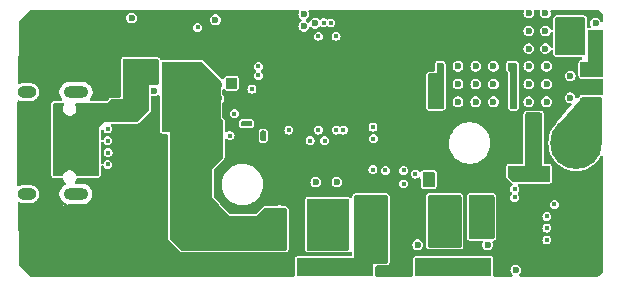
<source format=gbr>
%TF.GenerationSoftware,KiCad,Pcbnew,8.0.3*%
%TF.CreationDate,2024-10-12T12:31:44+02:00*%
%TF.ProjectId,Parkside-100W-Brick,5061726b-7369-4646-952d-313030572d42,rev?*%
%TF.SameCoordinates,Original*%
%TF.FileFunction,Copper,L6,Inr*%
%TF.FilePolarity,Positive*%
%FSLAX46Y46*%
G04 Gerber Fmt 4.6, Leading zero omitted, Abs format (unit mm)*
G04 Created by KiCad (PCBNEW 8.0.3) date 2024-10-12 12:31:44*
%MOMM*%
%LPD*%
G01*
G04 APERTURE LIST*
%TA.AperFunction,ComponentPad*%
%ADD10C,0.700000*%
%TD*%
%TA.AperFunction,ComponentPad*%
%ADD11C,4.400000*%
%TD*%
%TA.AperFunction,ComponentPad*%
%ADD12O,2.100000X1.000000*%
%TD*%
%TA.AperFunction,ComponentPad*%
%ADD13O,1.600000X1.000000*%
%TD*%
%TA.AperFunction,ComponentPad*%
%ADD14R,6.500000X1.500000*%
%TD*%
%TA.AperFunction,ViaPad*%
%ADD15C,0.600000*%
%TD*%
%TA.AperFunction,ViaPad*%
%ADD16C,0.450000*%
%TD*%
G04 APERTURE END LIST*
D10*
%TO.N,Net-(J1-Pin_1)*%
%TO.C,J1*%
X195850000Y-100000000D03*
X196333274Y-98833274D03*
X196333274Y-101166726D03*
X197500000Y-98350000D03*
D11*
X197500000Y-100000000D03*
D10*
X197500000Y-101650000D03*
X198666726Y-98833274D03*
X198666726Y-101166726D03*
X199150000Y-100000000D03*
%TD*%
D12*
%TO.N,GND*%
%TO.C,J2*%
X155155000Y-95680000D03*
D13*
X150975000Y-95680000D03*
D12*
X155155000Y-104320000D03*
D13*
X150975000Y-104320000D03*
%TD*%
D10*
%TO.N,GND*%
%TO.C,J3*%
X156230000Y-90850000D03*
X157396726Y-91333274D03*
X155063274Y-91333274D03*
X157880000Y-92500000D03*
D11*
X156230000Y-92500000D03*
D10*
X154580000Y-92500000D03*
X157396726Y-93666726D03*
X155063274Y-93666726D03*
X156230000Y-94150000D03*
%TD*%
%TO.N,GND*%
%TO.C,J6*%
X156230000Y-109150000D03*
X155063274Y-108666726D03*
X157396726Y-108666726D03*
X154580000Y-107500000D03*
D11*
X156230000Y-107500000D03*
D10*
X157880000Y-107500000D03*
X155063274Y-106333274D03*
X157396726Y-106333274D03*
X156230000Y-105850000D03*
%TD*%
D14*
%TO.N,/IP2368 Buck-Boost-Converter/HB2*%
%TO.C,L1*%
X187100000Y-110500000D03*
%TO.N,/IP2368 Buck-Boost-Converter/HB1*%
X177100000Y-110500000D03*
%TD*%
D15*
%TO.N,GND*%
X163500000Y-110500000D03*
X189000000Y-91500000D03*
X152500000Y-101500000D03*
X177000000Y-96000000D03*
X173000000Y-95000000D03*
X159000000Y-110500000D03*
X151500000Y-92500000D03*
X190275352Y-98975000D03*
X162000000Y-109000000D03*
X183000000Y-94500000D03*
X169250000Y-101450000D03*
X175000000Y-97000000D03*
X192200000Y-91600000D03*
X152500000Y-98500000D03*
X189525000Y-101775352D03*
X160500000Y-101500000D03*
D16*
X195025000Y-109200000D03*
D15*
X182200000Y-107025000D03*
X182933333Y-105700000D03*
X151500000Y-94000000D03*
X157500000Y-89500000D03*
X153000000Y-92500000D03*
X159000000Y-104500000D03*
X181100000Y-99600000D03*
D16*
X169550000Y-99850000D03*
D15*
X177000000Y-94000000D03*
X181500000Y-90000000D03*
X199500000Y-110500000D03*
X172500000Y-89190000D03*
X180400000Y-89200000D03*
X151500000Y-109000000D03*
X173000000Y-94000000D03*
X161850000Y-100100000D03*
X153000000Y-110500000D03*
X189000000Y-90000000D03*
X173000000Y-96000000D03*
X186000000Y-90000000D03*
X185800000Y-98800000D03*
X153000000Y-95500000D03*
X177000000Y-97000000D03*
X151000000Y-100000000D03*
X154500000Y-110500000D03*
X152500000Y-100000000D03*
X152500000Y-103000000D03*
X171025352Y-102475000D03*
X151500000Y-107500000D03*
X171000000Y-110500000D03*
X185250000Y-91600000D03*
X178800000Y-89200000D03*
X175000000Y-95000000D03*
X166500000Y-110500000D03*
X159500000Y-107000000D03*
X157750000Y-95000000D03*
X181500000Y-94500000D03*
D16*
X169850000Y-92275000D03*
D15*
X181100000Y-98800000D03*
X151000000Y-101500000D03*
X183000000Y-90000000D03*
X151000000Y-97000000D03*
X192200000Y-89200000D03*
X185800000Y-99600000D03*
X153000000Y-107500000D03*
X153000000Y-89500000D03*
X181500000Y-93000000D03*
X186000000Y-91500000D03*
X159000000Y-106000000D03*
X182933333Y-106350000D03*
X182200000Y-106350000D03*
X181100000Y-98000000D03*
X174000000Y-94000000D03*
X154500000Y-89500000D03*
X182200000Y-107700000D03*
X152500000Y-97000000D03*
X187500000Y-90000000D03*
X169250000Y-105550000D03*
X192200000Y-90000000D03*
X183666666Y-107025000D03*
X174000000Y-93000000D03*
X199500000Y-102900000D03*
X181900000Y-99600000D03*
X175000000Y-93000000D03*
X188500000Y-102050000D03*
X190550000Y-100000000D03*
X182933333Y-107025000D03*
X190275352Y-101025000D03*
X173000000Y-93000000D03*
X181900000Y-100400000D03*
X151500000Y-91000000D03*
X185250000Y-90800000D03*
X185250000Y-89200000D03*
X190500000Y-90000000D03*
X167474648Y-102475000D03*
X184500000Y-90000000D03*
X186724648Y-98975000D03*
X151500000Y-106000000D03*
X160300000Y-107000000D03*
X175000000Y-94000000D03*
D16*
X168675000Y-100275000D03*
D15*
X161100000Y-107000000D03*
X160500000Y-110500000D03*
X183666666Y-107700000D03*
X183666666Y-105700000D03*
X153000000Y-104500000D03*
X181900000Y-98000000D03*
X183000000Y-91500000D03*
X176000000Y-96000000D03*
X198300000Y-102900000D03*
X162000000Y-106000000D03*
X157500000Y-104500000D03*
X162000000Y-101500000D03*
X174000000Y-96000000D03*
X165000000Y-110500000D03*
X160500000Y-104500000D03*
X171300000Y-103500000D03*
X173000000Y-97000000D03*
X181500000Y-91500000D03*
X157500000Y-110500000D03*
X174000000Y-95000000D03*
X176000000Y-97000000D03*
X176000000Y-94000000D03*
X182925000Y-108375000D03*
X160900000Y-99300000D03*
D16*
X168075000Y-100275000D03*
D15*
X182933333Y-107700000D03*
X182200000Y-105700000D03*
X158500000Y-95000000D03*
X181100000Y-100400000D03*
X160500000Y-103000000D03*
X151500000Y-110500000D03*
X157000000Y-95000000D03*
D16*
X169350000Y-96775000D03*
D15*
X181900000Y-98800000D03*
X158500000Y-95750000D03*
X198300000Y-110500000D03*
X162000000Y-110500000D03*
X153000000Y-94000000D03*
X187475000Y-98224648D03*
X170275000Y-105275352D03*
X168000000Y-110500000D03*
X176000000Y-93000000D03*
X162000000Y-103000000D03*
X177000000Y-95000000D03*
X185000000Y-98000000D03*
X186724648Y-101025000D03*
X177000000Y-93000000D03*
X153000000Y-91000000D03*
X187475000Y-101775352D03*
X159000000Y-109000000D03*
X183666666Y-106350000D03*
X157750000Y-95750000D03*
X172500000Y-110500000D03*
X185250000Y-90000000D03*
X174000000Y-97000000D03*
X159000000Y-101500000D03*
X168225000Y-105275352D03*
X168225000Y-101724648D03*
X192200000Y-99300000D03*
X192200000Y-101200000D03*
X156000000Y-110500000D03*
X166962500Y-90350000D03*
X185800000Y-98000000D03*
X192200000Y-98400000D03*
X185000000Y-98800000D03*
D16*
X169850000Y-96775000D03*
D15*
X189525000Y-98224648D03*
X167474648Y-104525000D03*
X160500000Y-109000000D03*
X158800000Y-98850000D03*
X160500000Y-106000000D03*
X162000000Y-104500000D03*
X175000000Y-96000000D03*
X176000000Y-95000000D03*
X192200000Y-100300000D03*
X183666666Y-105050000D03*
X167200000Y-103500000D03*
X187500000Y-91500000D03*
X192200000Y-90800000D03*
X153000000Y-106000000D03*
X185000000Y-99600000D03*
X177800000Y-89200000D03*
X159000000Y-103000000D03*
X151000000Y-103000000D03*
D16*
X170900000Y-100450000D03*
D15*
X179050000Y-103300000D03*
X173650000Y-103300000D03*
X188500000Y-97950000D03*
X151000000Y-98500000D03*
X191750000Y-108750000D03*
X184500000Y-91500000D03*
X151500000Y-89500000D03*
X161900000Y-107000000D03*
X183000000Y-93000000D03*
X182850000Y-110850000D03*
X157000000Y-95750000D03*
X169500000Y-110500000D03*
X161050000Y-100100000D03*
X158500000Y-94250000D03*
X182191666Y-108375000D03*
X160250000Y-100100000D03*
X186450000Y-100000000D03*
X190500000Y-91500000D03*
X171025352Y-104525000D03*
X156000000Y-89500000D03*
X153000000Y-109000000D03*
X170275000Y-101724648D03*
%TO.N,Net-(J1-Pin_1)*%
X198100000Y-96400000D03*
X198100000Y-97050000D03*
X199400000Y-96400000D03*
X198750000Y-97700000D03*
X198750000Y-97050000D03*
X199400000Y-97050000D03*
X199400000Y-97700000D03*
X199400000Y-98350000D03*
X198750000Y-96400000D03*
%TO.N,/IP2368 Buck-Boost-Converter/HB2*%
X186750000Y-107000000D03*
X186750000Y-108500000D03*
X186000000Y-104750000D03*
X187500000Y-104750000D03*
X185250000Y-107750000D03*
X186750000Y-107750000D03*
X186000000Y-107000000D03*
X186000000Y-106250000D03*
X186750000Y-105500000D03*
X186000000Y-105500000D03*
X187500000Y-107750000D03*
X187500000Y-107000000D03*
X187500000Y-106250000D03*
X186000000Y-108500000D03*
X185250000Y-108500000D03*
X186750000Y-104750000D03*
D16*
X176220000Y-99800000D03*
D15*
X185250000Y-105500000D03*
X187500000Y-108500000D03*
X185250000Y-106250000D03*
X185250000Y-104750000D03*
X187500000Y-105500000D03*
X186750000Y-106250000D03*
X186000000Y-107750000D03*
X185250000Y-107000000D03*
%TO.N,/IP2368 Buck-Boost-Converter/HB1*%
X179000000Y-109250000D03*
X181250000Y-104750000D03*
X179750000Y-107000000D03*
X181250000Y-106250000D03*
X179000000Y-107750000D03*
X181250000Y-107000000D03*
X179000000Y-107000000D03*
X179750000Y-107750000D03*
X180500000Y-109250000D03*
X180500000Y-107000000D03*
X179750000Y-106250000D03*
X179000000Y-104750000D03*
X180500000Y-105500000D03*
X179750000Y-104750000D03*
X179750000Y-108500000D03*
D16*
X174980000Y-99800000D03*
D15*
X180500000Y-107750000D03*
X180500000Y-104750000D03*
X181250000Y-105500000D03*
X179750000Y-109250000D03*
X179000000Y-106250000D03*
X181250000Y-108500000D03*
X179000000Y-105500000D03*
X180500000Y-108500000D03*
X180500000Y-106250000D03*
X181250000Y-107750000D03*
X179000000Y-108500000D03*
X179750000Y-105500000D03*
D16*
%TO.N,/Battery Interface/I^{2}C_INT*%
X195025000Y-108200000D03*
X170600000Y-93510000D03*
%TO.N,+5V*%
X185300000Y-103500000D03*
X184750000Y-102700000D03*
X184750000Y-103500000D03*
X168075000Y-95175000D03*
D15*
X177250000Y-103300000D03*
X175450000Y-103300000D03*
D16*
X168075000Y-94675000D03*
X171000000Y-99150000D03*
X168575000Y-94675000D03*
X168575000Y-95175000D03*
X185300000Y-102700000D03*
X171000000Y-99600000D03*
X185025000Y-103100000D03*
%TO.N,/IP2368 Buck-Boost-Converter/HLED*%
X170600000Y-94275000D03*
X165450000Y-90210000D03*
%TO.N,/Connector/PORT1_D+*%
X157875000Y-100800000D03*
X176725000Y-89825000D03*
D15*
%TO.N,/Connector/PORT1_CC2*%
X166962500Y-89550000D03*
D16*
X157850000Y-101800000D03*
X177175000Y-90950000D03*
%TO.N,/Connector/PORT1_CC1*%
X157850000Y-98800000D03*
X175675000Y-90950000D03*
D15*
X159862500Y-89400000D03*
%TO.N,/IP2368 Buck-Boost-Converter/HB_IN*%
X176500000Y-105750000D03*
X175000000Y-108750000D03*
X175000000Y-108000000D03*
X175750000Y-105750000D03*
X175750000Y-106500000D03*
X176500000Y-107250000D03*
X175750000Y-108000000D03*
X178000000Y-108750000D03*
X178000000Y-108000000D03*
X176500000Y-108000000D03*
X175000000Y-106500000D03*
X175750000Y-108750000D03*
X176500000Y-108750000D03*
D16*
X173175000Y-98900000D03*
D15*
X177250000Y-108750000D03*
X175750000Y-107250000D03*
X177250000Y-108000000D03*
X178000000Y-107250000D03*
X176500000Y-106500000D03*
X177250000Y-106500000D03*
X177250000Y-105750000D03*
X175000000Y-107250000D03*
X178000000Y-105000000D03*
X178000000Y-105750000D03*
X175000000Y-105750000D03*
X178000000Y-106500000D03*
X177250000Y-107250000D03*
D16*
%TO.N,/IP2368 Buck-Boost-Converter/LG2*%
X175680000Y-98895000D03*
D15*
X184090005Y-108605004D03*
%TO.N,/IP2368 Buck-Boost-Converter/HB_BAT*%
X190250000Y-107000000D03*
D16*
X192300000Y-104600000D03*
D15*
X190250000Y-104750000D03*
X188750000Y-106250000D03*
X188750000Y-107750000D03*
X189500000Y-104750000D03*
X189500000Y-107000000D03*
X188750000Y-105500000D03*
X188750000Y-104750000D03*
D16*
X180335000Y-99620000D03*
D15*
X189500000Y-106250000D03*
X190250000Y-106250000D03*
D16*
X177800000Y-98900000D03*
D15*
X190250000Y-105500000D03*
X188750000Y-107000000D03*
X189500000Y-105500000D03*
D16*
%TO.N,/IP2368 Buck-Boost-Converter/HG2*%
X177200000Y-98900000D03*
D15*
X190009995Y-108605004D03*
D16*
%TO.N,/Connector/PORT1_D-*%
X157850000Y-99800000D03*
X176125000Y-89814070D03*
D15*
%TO.N,/Connector/POWER_VBUS*%
X158925000Y-96825000D03*
X153500000Y-98000000D03*
X160900000Y-96300000D03*
X154500000Y-100000000D03*
X161150000Y-93150000D03*
X161150000Y-93850000D03*
X160900000Y-97000000D03*
X157575000Y-97525000D03*
X158925000Y-97525000D03*
X158250000Y-96825000D03*
X160900000Y-95600000D03*
X159600000Y-95250000D03*
X159600000Y-96650000D03*
X160450000Y-93850000D03*
X160275000Y-97350000D03*
X159750000Y-93850000D03*
X154500000Y-99000000D03*
X153500000Y-100000000D03*
X154500000Y-101000000D03*
X161150000Y-94550000D03*
X153500000Y-99000000D03*
X159600000Y-97350000D03*
X154750000Y-102000000D03*
X153500000Y-102000000D03*
X159600000Y-95950000D03*
X160275000Y-95950000D03*
X160450000Y-93150000D03*
X160275000Y-96650000D03*
X159750000Y-94550000D03*
X158250000Y-97525000D03*
X160275000Y-95250000D03*
X153500000Y-101000000D03*
X160450000Y-94550000D03*
X154750000Y-98000000D03*
%TO.N,/Battery Interface/VBAT*%
X199500000Y-94075000D03*
X198825000Y-92050000D03*
X198150000Y-94075000D03*
X198825000Y-94075000D03*
X199500000Y-92725000D03*
X199500000Y-92050000D03*
X199500000Y-90700000D03*
X198150000Y-93400000D03*
X198825000Y-91375000D03*
X198825000Y-93400000D03*
X199500000Y-93400000D03*
X198825000Y-92725000D03*
X198825000Y-90700000D03*
X199500000Y-91375000D03*
%TO.N,+3.3V*%
X174450000Y-89090000D03*
D16*
X180300000Y-102240000D03*
X195650000Y-105200000D03*
X183900000Y-102625000D03*
X168200000Y-99367500D03*
D15*
%TO.N,/IP2368 Buck-Boost-Converter/BAT*%
X192000000Y-93500000D03*
X193500000Y-98500000D03*
X194900000Y-92000000D03*
X193500000Y-100750000D03*
X194250000Y-100750000D03*
X197975000Y-90950000D03*
X193500000Y-95000000D03*
X196025000Y-89650000D03*
X193500000Y-97750000D03*
X194900000Y-90500000D03*
X196675000Y-89650000D03*
X187500000Y-95000000D03*
X193500000Y-96500000D03*
X197325000Y-90950000D03*
X193500000Y-89000000D03*
X194250000Y-97750000D03*
X192750000Y-102250000D03*
X197325000Y-92250000D03*
X192200000Y-94400000D03*
X196025000Y-92250000D03*
X196025000Y-90950000D03*
X192200000Y-95200000D03*
X193500000Y-102250000D03*
X194250000Y-102250000D03*
X194250000Y-101500000D03*
D16*
X192300000Y-103900000D03*
D15*
X197975000Y-89650000D03*
X196025000Y-90300000D03*
X195000000Y-96500000D03*
X192200000Y-96800000D03*
X186000000Y-95000000D03*
X189000000Y-96500000D03*
X185250000Y-96800000D03*
X195000000Y-103000000D03*
X192000000Y-102250000D03*
X195000000Y-95000000D03*
X196675000Y-90300000D03*
X194900000Y-89000000D03*
X197325000Y-89650000D03*
X187500000Y-96500000D03*
X189000000Y-93500000D03*
X197975000Y-91600000D03*
X187500000Y-93500000D03*
X189000000Y-95000000D03*
X195000000Y-93500000D03*
X192200000Y-96000000D03*
X194250000Y-99250000D03*
X186000000Y-96500000D03*
X190500000Y-93500000D03*
X193500000Y-92000000D03*
X193500000Y-93500000D03*
X194250000Y-103000000D03*
X196025000Y-91600000D03*
X197325000Y-90300000D03*
X197975000Y-90300000D03*
X193500000Y-103000000D03*
X196675000Y-92250000D03*
X190500000Y-95000000D03*
X195000000Y-102250000D03*
X192750000Y-103000000D03*
D16*
X180305000Y-98650000D03*
D15*
X194250000Y-98500000D03*
X193500000Y-99250000D03*
X194250000Y-100000000D03*
X197975000Y-92250000D03*
X185250000Y-94400000D03*
X193500000Y-90500000D03*
X190500000Y-96500000D03*
X197325000Y-91600000D03*
X186000000Y-93500000D03*
X193500000Y-101500000D03*
X185250000Y-95200000D03*
X185250000Y-96000000D03*
X196675000Y-90950000D03*
X196675000Y-91600000D03*
X193500000Y-100000000D03*
D16*
%TO.N,/IP2368 Buck-Boost-Converter/VBUS_G*%
X170050000Y-95425000D03*
D15*
X161800000Y-95550000D03*
%TO.N,Net-(Q3-D)*%
X197000000Y-96160000D03*
X192400000Y-110750000D03*
%TO.N,Net-(Q5-G)*%
X197000000Y-94310000D03*
X199150000Y-89850000D03*
%TO.N,/IP2368 Buck-Boost-Converter/CSP1*%
X166200000Y-94800000D03*
X163500000Y-101750000D03*
X165500000Y-108750000D03*
X164500000Y-101750000D03*
X163500000Y-99750000D03*
X163500000Y-106750000D03*
X165675000Y-93400000D03*
X165500000Y-103750000D03*
X164100000Y-95500000D03*
X164800000Y-96200000D03*
X163500000Y-103750000D03*
X164500000Y-108750000D03*
X166250000Y-100100000D03*
X167690000Y-106300000D03*
X164500000Y-105750000D03*
X163400000Y-96200000D03*
X162700000Y-96200000D03*
X168500000Y-108750000D03*
X167100000Y-107000000D03*
X162700000Y-93400000D03*
X167275000Y-96225000D03*
X163500000Y-104750000D03*
X166500000Y-105750000D03*
X162700000Y-95500000D03*
X166300000Y-107000000D03*
X163500000Y-107750000D03*
X165500000Y-95500000D03*
X167500000Y-108750000D03*
X170820000Y-106300000D03*
X172500000Y-108750000D03*
X165500000Y-98750000D03*
X164650000Y-100100000D03*
X170500000Y-107750000D03*
X163500000Y-105750000D03*
X164800000Y-94100000D03*
X164100000Y-96200000D03*
X167300000Y-98800000D03*
X162700000Y-94100000D03*
X163400000Y-94800000D03*
X165500000Y-102750000D03*
X169500000Y-107750000D03*
X166900000Y-97900000D03*
X163400000Y-94100000D03*
X163900000Y-97900000D03*
X172375000Y-105725000D03*
X165500000Y-107000000D03*
X164100000Y-93400000D03*
X164900000Y-97900000D03*
D16*
X169350000Y-98350000D03*
X169850000Y-98350000D03*
D15*
X166500000Y-101750000D03*
X167050000Y-100100000D03*
X166500000Y-108750000D03*
X164800000Y-95500000D03*
X164500000Y-103750000D03*
X165500000Y-105750000D03*
X162900000Y-97900000D03*
X164100000Y-94100000D03*
X169500000Y-108750000D03*
X162700000Y-94800000D03*
X171500000Y-106750000D03*
X166200000Y-96200000D03*
X165450000Y-100100000D03*
X164100000Y-94800000D03*
X166200000Y-95500000D03*
X164500000Y-102750000D03*
X171500000Y-107750000D03*
X170500000Y-108750000D03*
X163400000Y-95500000D03*
X166500000Y-94200000D03*
X165900000Y-97900000D03*
X163500000Y-102750000D03*
X164800000Y-94800000D03*
X163500000Y-98750000D03*
X165500000Y-94800000D03*
X167275000Y-95050000D03*
X168500000Y-107750000D03*
X164500000Y-104750000D03*
X166500000Y-98750000D03*
X165500000Y-101750000D03*
X165500000Y-104750000D03*
X164700000Y-107000000D03*
X163500000Y-100750000D03*
X172500000Y-107750000D03*
X165500000Y-96200000D03*
X171500000Y-108750000D03*
X165500000Y-94100000D03*
X169250000Y-106710000D03*
X164800000Y-93400000D03*
X163400000Y-93400000D03*
X164500000Y-98750000D03*
D16*
%TO.N,/Battery Interface/I^{2}C_SDA*%
X182900000Y-102300000D03*
X195025000Y-107200000D03*
D15*
X175400000Y-89850000D03*
D16*
%TO.N,/Battery Interface/I^{2}C_SCL*%
X195025000Y-106200000D03*
X181350000Y-102300000D03*
D15*
X174450000Y-90110000D03*
D16*
%TO.N,Net-(R25-C)*%
X168575000Y-97500000D03*
X182900000Y-103450000D03*
%TD*%
%TA.AperFunction,Conductor*%
%TO.N,+5V*%
G36*
X171168039Y-98944685D02*
G01*
X171213794Y-98997489D01*
X171225000Y-99049000D01*
X171225000Y-99701000D01*
X171205315Y-99768039D01*
X171152511Y-99813794D01*
X171101000Y-99825000D01*
X170899000Y-99825000D01*
X170831961Y-99805315D01*
X170786206Y-99752511D01*
X170775000Y-99701000D01*
X170775000Y-99049000D01*
X170794685Y-98981961D01*
X170847489Y-98936206D01*
X170899000Y-98925000D01*
X171101000Y-98925000D01*
X171168039Y-98944685D01*
G37*
%TD.AperFunction*%
%TD*%
%TA.AperFunction,Conductor*%
%TO.N,Net-(J1-Pin_1)*%
G36*
X199643039Y-96119685D02*
G01*
X199688794Y-96172489D01*
X199700000Y-96224000D01*
X199700000Y-99876000D01*
X199680315Y-99943039D01*
X199627511Y-99988794D01*
X199576000Y-100000000D01*
X197551362Y-100000000D01*
X197484323Y-99980315D01*
X197463681Y-99963681D01*
X196031906Y-98531906D01*
X195998421Y-98470583D01*
X196003405Y-98400891D01*
X196026140Y-98362717D01*
X197962938Y-96142486D01*
X198021842Y-96104907D01*
X198056381Y-96100000D01*
X199576000Y-96100000D01*
X199643039Y-96119685D01*
G37*
%TD.AperFunction*%
%TD*%
%TA.AperFunction,Conductor*%
%TO.N,/IP2368 Buck-Boost-Converter/CSP1*%
G36*
X170018039Y-98144685D02*
G01*
X170063794Y-98197489D01*
X170075000Y-98249000D01*
X170075000Y-98451000D01*
X170055315Y-98518039D01*
X170002511Y-98563794D01*
X169951000Y-98575000D01*
X169249000Y-98575000D01*
X169181961Y-98555315D01*
X169136206Y-98502511D01*
X169125000Y-98451000D01*
X169125000Y-98249000D01*
X169144685Y-98181961D01*
X169197489Y-98136206D01*
X169249000Y-98125000D01*
X169951000Y-98125000D01*
X170018039Y-98144685D01*
G37*
%TD.AperFunction*%
%TD*%
%TA.AperFunction,Conductor*%
%TO.N,+5V*%
G36*
X168743039Y-94469685D02*
G01*
X168788794Y-94522489D01*
X168800000Y-94574000D01*
X168800000Y-95276000D01*
X168780315Y-95343039D01*
X168727511Y-95388794D01*
X168676000Y-95400000D01*
X167974000Y-95400000D01*
X167906961Y-95380315D01*
X167861206Y-95327511D01*
X167850000Y-95276000D01*
X167850000Y-94574000D01*
X167869685Y-94506961D01*
X167922489Y-94461206D01*
X167974000Y-94450000D01*
X168676000Y-94450000D01*
X168743039Y-94469685D01*
G37*
%TD.AperFunction*%
%TD*%
%TA.AperFunction,Conductor*%
%TO.N,/IP2368 Buck-Boost-Converter/BAT*%
G36*
X194543039Y-97419685D02*
G01*
X194588794Y-97472489D01*
X194600000Y-97524000D01*
X194600000Y-101900000D01*
X195176000Y-101900000D01*
X195243039Y-101919685D01*
X195288794Y-101972489D01*
X195300000Y-102024000D01*
X195300000Y-103176000D01*
X195280315Y-103243039D01*
X195227511Y-103288794D01*
X195176000Y-103300000D01*
X192251362Y-103300000D01*
X192184323Y-103280315D01*
X192163681Y-103263681D01*
X191736319Y-102836319D01*
X191702834Y-102774996D01*
X191700000Y-102748638D01*
X191700000Y-102024000D01*
X191719685Y-101956961D01*
X191772489Y-101911206D01*
X191824000Y-101900000D01*
X193200000Y-101900000D01*
X193200000Y-97524000D01*
X193219685Y-97456961D01*
X193272489Y-97411206D01*
X193324000Y-97400000D01*
X194476000Y-97400000D01*
X194543039Y-97419685D01*
G37*
%TD.AperFunction*%
%TD*%
%TA.AperFunction,Conductor*%
%TO.N,GND*%
G36*
X152500000Y-94650000D02*
G01*
X152500000Y-96850000D01*
X150200500Y-96850000D01*
X150200500Y-96480828D01*
X150220185Y-96413789D01*
X150272989Y-96368034D01*
X150342147Y-96358090D01*
X150371954Y-96366267D01*
X150456236Y-96401178D01*
X150456240Y-96401179D01*
X150601126Y-96429999D01*
X150601129Y-96430000D01*
X151348871Y-96430000D01*
X151348873Y-96429999D01*
X151493759Y-96401179D01*
X151493767Y-96401177D01*
X151630254Y-96344642D01*
X151630264Y-96344637D01*
X151753096Y-96262563D01*
X151753100Y-96262560D01*
X151857560Y-96158100D01*
X151857563Y-96158096D01*
X151939637Y-96035264D01*
X151939642Y-96035254D01*
X151996177Y-95898767D01*
X151996179Y-95898759D01*
X152024999Y-95753873D01*
X152025000Y-95753871D01*
X152025000Y-95606128D01*
X152024999Y-95606126D01*
X151996179Y-95461240D01*
X151996177Y-95461232D01*
X151939642Y-95324745D01*
X151939637Y-95324735D01*
X151857563Y-95201903D01*
X151857560Y-95201899D01*
X151753100Y-95097439D01*
X151753096Y-95097436D01*
X151630264Y-95015362D01*
X151630254Y-95015357D01*
X151493767Y-94958822D01*
X151493759Y-94958820D01*
X151348872Y-94930000D01*
X150601128Y-94930000D01*
X150456240Y-94958820D01*
X150456228Y-94958823D01*
X150390161Y-94986189D01*
X150320691Y-94993658D01*
X150258212Y-94962382D01*
X150222561Y-94902293D01*
X150218779Y-94867447D01*
X150218864Y-94864911D01*
X150218866Y-94864908D01*
X150220226Y-94824557D01*
X150220226Y-94824553D01*
X150220234Y-94824553D01*
X150220228Y-94824484D01*
X150221573Y-94785306D01*
X150221572Y-94785304D01*
X150221984Y-94773316D01*
X150221964Y-94773019D01*
X150223694Y-94721716D01*
X150223730Y-94721456D01*
X150225522Y-94667533D01*
X150225524Y-94667471D01*
X150227223Y-94617071D01*
X150227205Y-94616810D01*
X150227450Y-94609418D01*
X152500000Y-94650000D01*
G37*
%TD.AperFunction*%
%TD*%
%TA.AperFunction,Conductor*%
%TO.N,GND*%
G36*
X154183389Y-103262269D02*
G01*
X154273018Y-103351898D01*
X154306503Y-103413221D01*
X154301519Y-103482913D01*
X154259647Y-103538846D01*
X154232793Y-103554139D01*
X154202371Y-103566740D01*
X154063160Y-103659758D01*
X154063152Y-103659764D01*
X153944764Y-103778152D01*
X153944758Y-103778160D01*
X153851740Y-103917371D01*
X153851740Y-103917372D01*
X153787665Y-104072063D01*
X153787663Y-104072071D01*
X153755000Y-104236277D01*
X153755000Y-104403722D01*
X153787663Y-104567928D01*
X153787665Y-104567936D01*
X153851740Y-104722627D01*
X153851740Y-104722628D01*
X153944758Y-104861839D01*
X153944764Y-104861847D01*
X154063152Y-104980235D01*
X154063160Y-104980241D01*
X154202371Y-105073259D01*
X154357063Y-105137334D01*
X154357071Y-105137336D01*
X154521277Y-105169999D01*
X154521280Y-105170000D01*
X154583333Y-105170000D01*
X153300000Y-105500000D01*
X153300000Y-103250000D01*
X154183389Y-103262269D01*
G37*
%TD.AperFunction*%
%TA.AperFunction,Conductor*%
G36*
X156900000Y-103300000D02*
G01*
X156800000Y-104600000D01*
X156474369Y-104683733D01*
X156522334Y-104567936D01*
X156522336Y-104567928D01*
X156554999Y-104403722D01*
X156555000Y-104403720D01*
X156555000Y-104236279D01*
X156554999Y-104236277D01*
X156522336Y-104072071D01*
X156522334Y-104072063D01*
X156458259Y-103917372D01*
X156458259Y-103917371D01*
X156365241Y-103778160D01*
X156365235Y-103778152D01*
X156246847Y-103659764D01*
X156246839Y-103659758D01*
X156107628Y-103566740D01*
X155952936Y-103502665D01*
X155952928Y-103502663D01*
X155788721Y-103470000D01*
X155158242Y-103470000D01*
X155091203Y-103450315D01*
X155045448Y-103397511D01*
X155035504Y-103328353D01*
X155060122Y-103274446D01*
X156900000Y-103300000D01*
G37*
%TD.AperFunction*%
%TD*%
%TA.AperFunction,Conductor*%
%TO.N,GND*%
G36*
X152500000Y-103300000D02*
G01*
X152500000Y-105500000D01*
X150231086Y-105500000D01*
X150230803Y-105491487D01*
X150229520Y-105452277D01*
X150229519Y-105452276D01*
X150229132Y-105440429D01*
X150229098Y-105440166D01*
X150227212Y-105383401D01*
X150227230Y-105383150D01*
X150226806Y-105370576D01*
X150226807Y-105370575D01*
X150225500Y-105331820D01*
X150224143Y-105290957D01*
X150224142Y-105290955D01*
X150223738Y-105278791D01*
X150223702Y-105278517D01*
X150221970Y-105227164D01*
X150221991Y-105226869D01*
X150220226Y-105175442D01*
X150220226Y-105175441D01*
X150218866Y-105135091D01*
X150218864Y-105135087D01*
X150218779Y-105132551D01*
X150236193Y-105064886D01*
X150287425Y-105017377D01*
X150356209Y-105005108D01*
X150390162Y-105013810D01*
X150456232Y-105041177D01*
X150456240Y-105041179D01*
X150601126Y-105069999D01*
X150601129Y-105070000D01*
X151348871Y-105070000D01*
X151348873Y-105069999D01*
X151493759Y-105041179D01*
X151493767Y-105041177D01*
X151630254Y-104984642D01*
X151630264Y-104984637D01*
X151753096Y-104902563D01*
X151753100Y-104902560D01*
X151857560Y-104798100D01*
X151857563Y-104798096D01*
X151939637Y-104675264D01*
X151939642Y-104675254D01*
X151996177Y-104538767D01*
X151996179Y-104538759D01*
X152024999Y-104393873D01*
X152025000Y-104393871D01*
X152025000Y-104246128D01*
X152024999Y-104246126D01*
X151996179Y-104101240D01*
X151996177Y-104101232D01*
X151939642Y-103964745D01*
X151939637Y-103964735D01*
X151857563Y-103841903D01*
X151857560Y-103841899D01*
X151753100Y-103737439D01*
X151753096Y-103737436D01*
X151630264Y-103655362D01*
X151630254Y-103655357D01*
X151493767Y-103598822D01*
X151493759Y-103598820D01*
X151348872Y-103570000D01*
X150601128Y-103570000D01*
X150456240Y-103598820D01*
X150456232Y-103598822D01*
X150371953Y-103633732D01*
X150302483Y-103641201D01*
X150240004Y-103609926D01*
X150204352Y-103549837D01*
X150200500Y-103519171D01*
X150200500Y-103258937D01*
X152500000Y-103300000D01*
G37*
%TD.AperFunction*%
%TD*%
%TA.AperFunction,Conductor*%
%TO.N,/IP2368 Buck-Boost-Converter/HB_IN*%
G36*
X178243039Y-104719685D02*
G01*
X178288794Y-104772489D01*
X178300000Y-104824000D01*
X178300000Y-108976000D01*
X178280315Y-109043039D01*
X178227511Y-109088794D01*
X178176000Y-109100000D01*
X176200000Y-109100000D01*
X174824000Y-109100000D01*
X174756961Y-109080315D01*
X174711206Y-109027511D01*
X174700000Y-108976000D01*
X174700000Y-104824000D01*
X174719685Y-104756961D01*
X174772489Y-104711206D01*
X174824000Y-104700000D01*
X178176000Y-104700000D01*
X178243039Y-104719685D01*
G37*
%TD.AperFunction*%
%TD*%
%TA.AperFunction,Conductor*%
%TO.N,/IP2368 Buck-Boost-Converter/BAT*%
G36*
X186243039Y-93219685D02*
G01*
X186288794Y-93272489D01*
X186300000Y-93324000D01*
X186300000Y-96976000D01*
X186280315Y-97043039D01*
X186227511Y-97088794D01*
X186176000Y-97100000D01*
X185074000Y-97100000D01*
X185006961Y-97080315D01*
X184961206Y-97027511D01*
X184950000Y-96976000D01*
X184950000Y-94224000D01*
X184969685Y-94156961D01*
X185022489Y-94111206D01*
X185074000Y-94100000D01*
X185700000Y-94100000D01*
X185700000Y-93324000D01*
X185719685Y-93256961D01*
X185772489Y-93211206D01*
X185824000Y-93200000D01*
X186176000Y-93200000D01*
X186243039Y-93219685D01*
G37*
%TD.AperFunction*%
%TD*%
%TA.AperFunction,Conductor*%
%TO.N,/IP2368 Buck-Boost-Converter/HB_BAT*%
G36*
X190543039Y-104419685D02*
G01*
X190588794Y-104472489D01*
X190600000Y-104524000D01*
X190600000Y-107976000D01*
X190580315Y-108043039D01*
X190527511Y-108088794D01*
X190476000Y-108100000D01*
X188524000Y-108100000D01*
X188456961Y-108080315D01*
X188411206Y-108027511D01*
X188400000Y-107976000D01*
X188400000Y-104524000D01*
X188419685Y-104456961D01*
X188472489Y-104411206D01*
X188524000Y-104400000D01*
X190476000Y-104400000D01*
X190543039Y-104419685D01*
G37*
%TD.AperFunction*%
%TD*%
%TA.AperFunction,Conductor*%
%TO.N,/IP2368 Buck-Boost-Converter/BAT*%
G36*
X192443039Y-93219685D02*
G01*
X192488794Y-93272489D01*
X192500000Y-93324000D01*
X192500000Y-96976000D01*
X192480315Y-97043039D01*
X192427511Y-97088794D01*
X192376000Y-97100000D01*
X192024000Y-97100000D01*
X191956961Y-97080315D01*
X191911206Y-97027511D01*
X191900000Y-96976000D01*
X191900000Y-93949999D01*
X191749600Y-93837199D01*
X191707779Y-93781227D01*
X191700000Y-93737999D01*
X191700000Y-93324000D01*
X191719685Y-93256961D01*
X191772489Y-93211206D01*
X191824000Y-93200000D01*
X192376000Y-93200000D01*
X192443039Y-93219685D01*
G37*
%TD.AperFunction*%
%TD*%
%TA.AperFunction,Conductor*%
%TO.N,+5V*%
G36*
X185493039Y-102469685D02*
G01*
X185538794Y-102522489D01*
X185550000Y-102574000D01*
X185550000Y-103626000D01*
X185530315Y-103693039D01*
X185477511Y-103738794D01*
X185426000Y-103750000D01*
X184624000Y-103750000D01*
X184556961Y-103730315D01*
X184511206Y-103677511D01*
X184500000Y-103626000D01*
X184500000Y-102574000D01*
X184519685Y-102506961D01*
X184572489Y-102461206D01*
X184624000Y-102450000D01*
X185426000Y-102450000D01*
X185493039Y-102469685D01*
G37*
%TD.AperFunction*%
%TD*%
%TA.AperFunction,Conductor*%
%TO.N,/IP2368 Buck-Boost-Converter/HB2*%
G36*
X187743039Y-104419685D02*
G01*
X187788794Y-104472489D01*
X187800000Y-104524000D01*
X187800000Y-108726000D01*
X187780315Y-108793039D01*
X187727511Y-108838794D01*
X187676000Y-108850000D01*
X185074000Y-108850000D01*
X185006961Y-108830315D01*
X184961206Y-108777511D01*
X184950000Y-108726000D01*
X184950000Y-104524000D01*
X184969685Y-104456961D01*
X185022489Y-104411206D01*
X185074000Y-104400000D01*
X187676000Y-104400000D01*
X187743039Y-104419685D01*
G37*
%TD.AperFunction*%
%TD*%
%TA.AperFunction,Conductor*%
%TO.N,/IP2368 Buck-Boost-Converter/BAT*%
G36*
X198218039Y-89369685D02*
G01*
X198263794Y-89422489D01*
X198275000Y-89474000D01*
X198275000Y-92426000D01*
X198255315Y-92493039D01*
X198202511Y-92538794D01*
X198151000Y-92550000D01*
X195849000Y-92550000D01*
X195781961Y-92530315D01*
X195736206Y-92477511D01*
X195725000Y-92426000D01*
X195725000Y-89474000D01*
X195744685Y-89406961D01*
X195797489Y-89361206D01*
X195849000Y-89350000D01*
X198151000Y-89350000D01*
X198218039Y-89369685D01*
G37*
%TD.AperFunction*%
%TD*%
%TA.AperFunction,Conductor*%
%TO.N,/Battery Interface/VBAT*%
G36*
X199742539Y-90419685D02*
G01*
X199788294Y-90472489D01*
X199799500Y-90524000D01*
X199799500Y-94276000D01*
X199779815Y-94343039D01*
X199727011Y-94388794D01*
X199675500Y-94400000D01*
X197974000Y-94400000D01*
X197906961Y-94380315D01*
X197861206Y-94327511D01*
X197850000Y-94276000D01*
X197850000Y-93224000D01*
X197869685Y-93156961D01*
X197922489Y-93111206D01*
X197974000Y-93100000D01*
X198500000Y-93100000D01*
X198500000Y-90524000D01*
X198519685Y-90456961D01*
X198572489Y-90411206D01*
X198624000Y-90400000D01*
X199675500Y-90400000D01*
X199742539Y-90419685D01*
G37*
%TD.AperFunction*%
%TD*%
%TA.AperFunction,Conductor*%
%TO.N,/IP2368 Buck-Boost-Converter/CSP1*%
G36*
X167400000Y-97907407D02*
G01*
X167400000Y-97907408D01*
X167562011Y-98063418D01*
X167596647Y-98124099D01*
X167600000Y-98152738D01*
X167600000Y-101152230D01*
X167580315Y-101219269D01*
X167567950Y-101235423D01*
X166650000Y-102249999D01*
X166650000Y-102250000D01*
X166650000Y-104600000D01*
X167240953Y-105230350D01*
X167398541Y-105398444D01*
X167401397Y-105401598D01*
X168100000Y-106200000D01*
X170400000Y-106200000D01*
X171063681Y-105536319D01*
X171125004Y-105502834D01*
X171151362Y-105500000D01*
X172876000Y-105500000D01*
X172943039Y-105519685D01*
X172988794Y-105572489D01*
X173000000Y-105624000D01*
X173000000Y-108976000D01*
X172980315Y-109043039D01*
X172927511Y-109088794D01*
X172876000Y-109100000D01*
X164147094Y-109100000D01*
X164080055Y-109080315D01*
X164059218Y-109063486D01*
X163136124Y-108136284D01*
X163102776Y-108074887D01*
X163100000Y-108048798D01*
X163100000Y-99050000D01*
X162524000Y-99050000D01*
X162456961Y-99030315D01*
X162411206Y-98977511D01*
X162400000Y-98926000D01*
X162400000Y-97450000D01*
X166925000Y-97450000D01*
X167400000Y-97907407D01*
G37*
%TD.AperFunction*%
%TD*%
%TA.AperFunction,Conductor*%
%TO.N,/IP2368 Buck-Boost-Converter/HB1*%
G36*
X181493039Y-104419685D02*
G01*
X181538794Y-104472489D01*
X181550000Y-104524000D01*
X181550000Y-110076000D01*
X181530315Y-110143039D01*
X181477511Y-110188794D01*
X181426000Y-110200000D01*
X178824000Y-110200000D01*
X178756961Y-110180315D01*
X178711206Y-110127511D01*
X178700000Y-110076000D01*
X178700000Y-104524000D01*
X178719685Y-104456961D01*
X178772489Y-104411206D01*
X178824000Y-104400000D01*
X181426000Y-104400000D01*
X181493039Y-104419685D01*
G37*
%TD.AperFunction*%
%TD*%
%TA.AperFunction,Conductor*%
%TO.N,/Connector/POWER_VBUS*%
G36*
X162093039Y-92869685D02*
G01*
X162138794Y-92922489D01*
X162150000Y-92974000D01*
X162150000Y-94926000D01*
X162130315Y-94993039D01*
X162077511Y-95038794D01*
X162026000Y-95050000D01*
X161350000Y-95050000D01*
X161350000Y-95505429D01*
X161348738Y-95523075D01*
X161344867Y-95549999D01*
X161348738Y-95576923D01*
X161350000Y-95594570D01*
X161350000Y-97198638D01*
X161330315Y-97265677D01*
X161313681Y-97286319D01*
X160436319Y-98163681D01*
X160374996Y-98197166D01*
X160348638Y-98200000D01*
X157499999Y-98200000D01*
X157100000Y-98599999D01*
X157100000Y-102676000D01*
X157080315Y-102743039D01*
X157027511Y-102788794D01*
X156976000Y-102800000D01*
X155291835Y-102800000D01*
X155224796Y-102780315D01*
X155179041Y-102727511D01*
X155172060Y-102708094D01*
X155161281Y-102667865D01*
X155085515Y-102536635D01*
X154978365Y-102429485D01*
X154912750Y-102391602D01*
X154847136Y-102353719D01*
X154773950Y-102334109D01*
X154700766Y-102314500D01*
X154549234Y-102314500D01*
X154402863Y-102353719D01*
X154271635Y-102429485D01*
X154271632Y-102429487D01*
X154164487Y-102536632D01*
X154164485Y-102536635D01*
X154088719Y-102667865D01*
X154077940Y-102708094D01*
X154041574Y-102767754D01*
X153978727Y-102798283D01*
X153958165Y-102800000D01*
X153324000Y-102800000D01*
X153256961Y-102780315D01*
X153211206Y-102727511D01*
X153200000Y-102676000D01*
X153200000Y-96724000D01*
X153219685Y-96656961D01*
X153272489Y-96611206D01*
X153324000Y-96600000D01*
X154040144Y-96600000D01*
X154107183Y-96619685D01*
X154152938Y-96672489D01*
X154162882Y-96741647D01*
X154147531Y-96785998D01*
X154128778Y-96818480D01*
X154088719Y-96887863D01*
X154049500Y-97034234D01*
X154049500Y-97185765D01*
X154088719Y-97332136D01*
X154126602Y-97397750D01*
X154164485Y-97463365D01*
X154271635Y-97570515D01*
X154402865Y-97646281D01*
X154549234Y-97685500D01*
X154549236Y-97685500D01*
X154700764Y-97685500D01*
X154700766Y-97685500D01*
X154847135Y-97646281D01*
X154978365Y-97570515D01*
X155085515Y-97463365D01*
X155161281Y-97332135D01*
X155200500Y-97185766D01*
X155200500Y-97034234D01*
X155161281Y-96887865D01*
X155102468Y-96785999D01*
X155085996Y-96718101D01*
X155108848Y-96652074D01*
X155163769Y-96608883D01*
X155209856Y-96600000D01*
X157800000Y-96600000D01*
X158063681Y-96336319D01*
X158125004Y-96302834D01*
X158151362Y-96300000D01*
X159100000Y-96300000D01*
X159100000Y-92974000D01*
X159119685Y-92906961D01*
X159172489Y-92861206D01*
X159224000Y-92850000D01*
X162026000Y-92850000D01*
X162093039Y-92869685D01*
G37*
%TD.AperFunction*%
%TD*%
%TA.AperFunction,Conductor*%
%TO.N,GND*%
G36*
X174006715Y-88720185D02*
G01*
X174052470Y-88772989D01*
X174062414Y-88842147D01*
X174052470Y-88876012D01*
X174013302Y-88961774D01*
X173994867Y-89090000D01*
X174013302Y-89218225D01*
X174048100Y-89294420D01*
X174067118Y-89336063D01*
X174151951Y-89433967D01*
X174247985Y-89495684D01*
X174293740Y-89548488D01*
X174303684Y-89617647D01*
X174274659Y-89681203D01*
X174247985Y-89704315D01*
X174231420Y-89714961D01*
X174151950Y-89766033D01*
X174067118Y-89863937D01*
X174067117Y-89863938D01*
X174013302Y-89981774D01*
X173994867Y-90110000D01*
X174013302Y-90238225D01*
X174054065Y-90327482D01*
X174067118Y-90356063D01*
X174121096Y-90418358D01*
X174147047Y-90448308D01*
X174151951Y-90453967D01*
X174260931Y-90524004D01*
X174385225Y-90560499D01*
X174385227Y-90560500D01*
X174385228Y-90560500D01*
X174514773Y-90560500D01*
X174514773Y-90560499D01*
X174639069Y-90524004D01*
X174676420Y-90500000D01*
X193044867Y-90500000D01*
X193063302Y-90628225D01*
X193094220Y-90695924D01*
X193117118Y-90746063D01*
X193201951Y-90843967D01*
X193310931Y-90914004D01*
X193435225Y-90950499D01*
X193435227Y-90950500D01*
X193435228Y-90950500D01*
X193564773Y-90950500D01*
X193564773Y-90950499D01*
X193689069Y-90914004D01*
X193798049Y-90843967D01*
X193882882Y-90746063D01*
X193936697Y-90628226D01*
X193955133Y-90500000D01*
X193936697Y-90371774D01*
X193882882Y-90253937D01*
X193798049Y-90156033D01*
X193689069Y-90085996D01*
X193689065Y-90085994D01*
X193689064Y-90085994D01*
X193564774Y-90049500D01*
X193564772Y-90049500D01*
X193435228Y-90049500D01*
X193435226Y-90049500D01*
X193310935Y-90085994D01*
X193310932Y-90085995D01*
X193310931Y-90085996D01*
X193275852Y-90108540D01*
X193201950Y-90156033D01*
X193117118Y-90253937D01*
X193117117Y-90253938D01*
X193063302Y-90371774D01*
X193044867Y-90500000D01*
X174676420Y-90500000D01*
X174748049Y-90453967D01*
X174832882Y-90356063D01*
X174886697Y-90238226D01*
X174886698Y-90238216D01*
X174886904Y-90237519D01*
X174887304Y-90236896D01*
X174890381Y-90230159D01*
X174891349Y-90230601D01*
X174924677Y-90178740D01*
X174988232Y-90149714D01*
X175057391Y-90159655D01*
X175099596Y-90191249D01*
X175101951Y-90193967D01*
X175210931Y-90264004D01*
X175335225Y-90300499D01*
X175335227Y-90300500D01*
X175335228Y-90300500D01*
X175464773Y-90300500D01*
X175464773Y-90300499D01*
X175589069Y-90264004D01*
X175698049Y-90193967D01*
X175700404Y-90191250D01*
X175740592Y-90144869D01*
X175799369Y-90107093D01*
X175869239Y-90107092D01*
X175892234Y-90118399D01*
X175892840Y-90117212D01*
X175901533Y-90121641D01*
X175901535Y-90121643D01*
X176007518Y-90175644D01*
X176007520Y-90175644D01*
X176007522Y-90175645D01*
X176124997Y-90194251D01*
X176125000Y-90194251D01*
X176125003Y-90194251D01*
X176242477Y-90175645D01*
X176242478Y-90175645D01*
X176242479Y-90175644D01*
X176242482Y-90175644D01*
X176348465Y-90121643D01*
X176348466Y-90121641D01*
X176357160Y-90117212D01*
X176358268Y-90119386D01*
X176410903Y-90100600D01*
X176478959Y-90116418D01*
X176493292Y-90127307D01*
X176493636Y-90126834D01*
X176501533Y-90132571D01*
X176501535Y-90132573D01*
X176607518Y-90186574D01*
X176607520Y-90186574D01*
X176607522Y-90186575D01*
X176724997Y-90205181D01*
X176725000Y-90205181D01*
X176725003Y-90205181D01*
X176842477Y-90186575D01*
X176842478Y-90186575D01*
X176842479Y-90186574D01*
X176842482Y-90186574D01*
X176948465Y-90132573D01*
X177032573Y-90048465D01*
X177086574Y-89942482D01*
X177090517Y-89917589D01*
X177105181Y-89825003D01*
X177105181Y-89824996D01*
X177086575Y-89707522D01*
X177086575Y-89707521D01*
X177086574Y-89707519D01*
X177086574Y-89707518D01*
X177032573Y-89601535D01*
X177032571Y-89601533D01*
X177032568Y-89601529D01*
X176948470Y-89517431D01*
X176948466Y-89517428D01*
X176948465Y-89517427D01*
X176842482Y-89463426D01*
X176842480Y-89463425D01*
X176842477Y-89463424D01*
X176725003Y-89444819D01*
X176724997Y-89444819D01*
X176607522Y-89463424D01*
X176607521Y-89463424D01*
X176560532Y-89487366D01*
X176501535Y-89517427D01*
X176501533Y-89517428D01*
X176492840Y-89521858D01*
X176491733Y-89519686D01*
X176439065Y-89538471D01*
X176371013Y-89522636D01*
X176356706Y-89511764D01*
X176356364Y-89512236D01*
X176348466Y-89506498D01*
X176348465Y-89506497D01*
X176242482Y-89452496D01*
X176242480Y-89452495D01*
X176242477Y-89452494D01*
X176125003Y-89433889D01*
X176124997Y-89433889D01*
X176007522Y-89452494D01*
X176007521Y-89452494D01*
X175901533Y-89506498D01*
X175901528Y-89506502D01*
X175886904Y-89521126D01*
X175825580Y-89554610D01*
X175755889Y-89549624D01*
X175705510Y-89514644D01*
X175698049Y-89506033D01*
X175589069Y-89435996D01*
X175589065Y-89435994D01*
X175589064Y-89435994D01*
X175464774Y-89399500D01*
X175464772Y-89399500D01*
X175335228Y-89399500D01*
X175335226Y-89399500D01*
X175210935Y-89435994D01*
X175210932Y-89435995D01*
X175210931Y-89435996D01*
X175168252Y-89463424D01*
X175101950Y-89506033D01*
X175017118Y-89603937D01*
X175017117Y-89603938D01*
X174963299Y-89721782D01*
X174963090Y-89722495D01*
X174962688Y-89723119D01*
X174959619Y-89729841D01*
X174958651Y-89729399D01*
X174925310Y-89781270D01*
X174861751Y-89810288D01*
X174792594Y-89800337D01*
X174750402Y-89768748D01*
X174748050Y-89766034D01*
X174748049Y-89766033D01*
X174652012Y-89704314D01*
X174606259Y-89651512D01*
X174596315Y-89582354D01*
X174625340Y-89518798D01*
X174652010Y-89495687D01*
X174748049Y-89433967D01*
X174832882Y-89336063D01*
X174886697Y-89218226D01*
X174905133Y-89090000D01*
X174886697Y-88961774D01*
X174847529Y-88876010D01*
X174837586Y-88806854D01*
X174866611Y-88743298D01*
X174925388Y-88705523D01*
X174960324Y-88700500D01*
X192948574Y-88700500D01*
X193015613Y-88720185D01*
X193061368Y-88772989D01*
X193071312Y-88842147D01*
X193065164Y-88863080D01*
X193065801Y-88863267D01*
X193063302Y-88871773D01*
X193044867Y-89000000D01*
X193063302Y-89128225D01*
X193104405Y-89218226D01*
X193117118Y-89246063D01*
X193167266Y-89303938D01*
X193195100Y-89336061D01*
X193201951Y-89343967D01*
X193310931Y-89414004D01*
X193402686Y-89440945D01*
X193435225Y-89450499D01*
X193435227Y-89450500D01*
X193435228Y-89450500D01*
X193564773Y-89450500D01*
X193564773Y-89450499D01*
X193689069Y-89414004D01*
X193798049Y-89343967D01*
X193882882Y-89246063D01*
X193936697Y-89128226D01*
X193955133Y-89000000D01*
X193936697Y-88871774D01*
X193936697Y-88871773D01*
X193934199Y-88863267D01*
X193936695Y-88862533D01*
X193928687Y-88806862D01*
X193957707Y-88743304D01*
X194016482Y-88705526D01*
X194051426Y-88700500D01*
X194348574Y-88700500D01*
X194415613Y-88720185D01*
X194461368Y-88772989D01*
X194471312Y-88842147D01*
X194465164Y-88863080D01*
X194465801Y-88863267D01*
X194463302Y-88871773D01*
X194444867Y-89000000D01*
X194463302Y-89128225D01*
X194504405Y-89218226D01*
X194517118Y-89246063D01*
X194567266Y-89303938D01*
X194595100Y-89336061D01*
X194601951Y-89343967D01*
X194710931Y-89414004D01*
X194802686Y-89440945D01*
X194835225Y-89450499D01*
X194835227Y-89450500D01*
X194835228Y-89450500D01*
X194964773Y-89450500D01*
X194964773Y-89450499D01*
X195089069Y-89414004D01*
X195198049Y-89343967D01*
X195282882Y-89246063D01*
X195336697Y-89128226D01*
X195355133Y-89000000D01*
X195336697Y-88871774D01*
X195336697Y-88871773D01*
X195334199Y-88863267D01*
X195336695Y-88862533D01*
X195328687Y-88806862D01*
X195357707Y-88743304D01*
X195416482Y-88705526D01*
X195451426Y-88700500D01*
X199365588Y-88700500D01*
X199432627Y-88720185D01*
X199453269Y-88736819D01*
X199763181Y-89046731D01*
X199796666Y-89108054D01*
X199799500Y-89134412D01*
X199799500Y-89617729D01*
X199779815Y-89684768D01*
X199727011Y-89730523D01*
X199657853Y-89740467D01*
X199594297Y-89711442D01*
X199562706Y-89669241D01*
X199550766Y-89643097D01*
X199532882Y-89603937D01*
X199448049Y-89506033D01*
X199339069Y-89435996D01*
X199339065Y-89435994D01*
X199339064Y-89435994D01*
X199214774Y-89399500D01*
X199214772Y-89399500D01*
X199085228Y-89399500D01*
X199085226Y-89399500D01*
X198960935Y-89435994D01*
X198960932Y-89435995D01*
X198960931Y-89435996D01*
X198918252Y-89463424D01*
X198851950Y-89506033D01*
X198767118Y-89603937D01*
X198767117Y-89603938D01*
X198713302Y-89721774D01*
X198694867Y-89850000D01*
X198713302Y-89978225D01*
X198754753Y-90068988D01*
X198764697Y-90138147D01*
X198735672Y-90201702D01*
X198676894Y-90239477D01*
X198641959Y-90244500D01*
X198623991Y-90244500D01*
X198590942Y-90248054D01*
X198580858Y-90250248D01*
X198511167Y-90245264D01*
X198455233Y-90203393D01*
X198430816Y-90137928D01*
X198430500Y-90129082D01*
X198430500Y-89474008D01*
X198430499Y-89473996D01*
X198426946Y-89440945D01*
X198415740Y-89389434D01*
X198392980Y-89343966D01*
X198381313Y-89320657D01*
X198335563Y-89267860D01*
X198330577Y-89262376D01*
X198261854Y-89220486D01*
X198261848Y-89220483D01*
X198194812Y-89200799D01*
X198194802Y-89200797D01*
X198151003Y-89194500D01*
X198151000Y-89194500D01*
X195849000Y-89194500D01*
X195848991Y-89194500D01*
X195815944Y-89198054D01*
X195764433Y-89209260D01*
X195695657Y-89243686D01*
X195642860Y-89289436D01*
X195637376Y-89294422D01*
X195595486Y-89363145D01*
X195595483Y-89363151D01*
X195575799Y-89430187D01*
X195575797Y-89430197D01*
X195569500Y-89473996D01*
X195569500Y-90311523D01*
X195549815Y-90378562D01*
X195497011Y-90424317D01*
X195427853Y-90434261D01*
X195364297Y-90405236D01*
X195332706Y-90363035D01*
X195294099Y-90278499D01*
X195282882Y-90253937D01*
X195198049Y-90156033D01*
X195089069Y-90085996D01*
X195089065Y-90085994D01*
X195089064Y-90085994D01*
X194964774Y-90049500D01*
X194964772Y-90049500D01*
X194835228Y-90049500D01*
X194835226Y-90049500D01*
X194710935Y-90085994D01*
X194710932Y-90085995D01*
X194710931Y-90085996D01*
X194675852Y-90108540D01*
X194601950Y-90156033D01*
X194517118Y-90253937D01*
X194517117Y-90253938D01*
X194463302Y-90371774D01*
X194444867Y-90500000D01*
X194463302Y-90628225D01*
X194494220Y-90695924D01*
X194517118Y-90746063D01*
X194601951Y-90843967D01*
X194710931Y-90914004D01*
X194835225Y-90950499D01*
X194835227Y-90950500D01*
X194835228Y-90950500D01*
X194964773Y-90950500D01*
X194964773Y-90950499D01*
X195089069Y-90914004D01*
X195198049Y-90843967D01*
X195282882Y-90746063D01*
X195332706Y-90636962D01*
X195378461Y-90584161D01*
X195445500Y-90564476D01*
X195512540Y-90584161D01*
X195558294Y-90636965D01*
X195569500Y-90688476D01*
X195569500Y-91811523D01*
X195549815Y-91878562D01*
X195497011Y-91924317D01*
X195427853Y-91934261D01*
X195364297Y-91905236D01*
X195332706Y-91863035D01*
X195282882Y-91753938D01*
X195282882Y-91753937D01*
X195198049Y-91656033D01*
X195089069Y-91585996D01*
X195089065Y-91585994D01*
X195089064Y-91585994D01*
X194964774Y-91549500D01*
X194964772Y-91549500D01*
X194835228Y-91549500D01*
X194835226Y-91549500D01*
X194710935Y-91585994D01*
X194710932Y-91585995D01*
X194710931Y-91585996D01*
X194671518Y-91611325D01*
X194601950Y-91656033D01*
X194517118Y-91753937D01*
X194517117Y-91753938D01*
X194463302Y-91871774D01*
X194444867Y-92000000D01*
X194463302Y-92128225D01*
X194503894Y-92217107D01*
X194517118Y-92246063D01*
X194601951Y-92343967D01*
X194710931Y-92414004D01*
X194766023Y-92430180D01*
X194835225Y-92450499D01*
X194835227Y-92450500D01*
X194835228Y-92450500D01*
X194964773Y-92450500D01*
X194964773Y-92450499D01*
X195089069Y-92414004D01*
X195198049Y-92343967D01*
X195282882Y-92246063D01*
X195332706Y-92136962D01*
X195378461Y-92084161D01*
X195445500Y-92064476D01*
X195512540Y-92084161D01*
X195558294Y-92136965D01*
X195569500Y-92188476D01*
X195569500Y-92426008D01*
X195573054Y-92459055D01*
X195584260Y-92510566D01*
X195618686Y-92579342D01*
X195664436Y-92632139D01*
X195669422Y-92637623D01*
X195721794Y-92669546D01*
X195738150Y-92679516D01*
X195805189Y-92699201D01*
X195849000Y-92705500D01*
X195849003Y-92705500D01*
X197902579Y-92705500D01*
X197969618Y-92725185D01*
X198015373Y-92777989D01*
X198025317Y-92847147D01*
X197996292Y-92910703D01*
X197937514Y-92948477D01*
X197928938Y-92950666D01*
X197889433Y-92959260D01*
X197820657Y-92993686D01*
X197767860Y-93039436D01*
X197762376Y-93044422D01*
X197720486Y-93113145D01*
X197720483Y-93113151D01*
X197700799Y-93180187D01*
X197700797Y-93180197D01*
X197694500Y-93223996D01*
X197694500Y-94241086D01*
X197683273Y-94279318D01*
X197697973Y-94308683D01*
X197709260Y-94360566D01*
X197743686Y-94429342D01*
X197789436Y-94482139D01*
X197794422Y-94487623D01*
X197826825Y-94507374D01*
X197863150Y-94529516D01*
X197930189Y-94549201D01*
X197974000Y-94555500D01*
X197974003Y-94555500D01*
X199675500Y-94555500D01*
X199742539Y-94575185D01*
X199788294Y-94627989D01*
X199799500Y-94679500D01*
X199799500Y-95785805D01*
X199779815Y-95852844D01*
X199727011Y-95898599D01*
X199657853Y-95908543D01*
X199640564Y-95904782D01*
X199633905Y-95902826D01*
X199624328Y-95901449D01*
X199576000Y-95894500D01*
X198056381Y-95894500D01*
X198056372Y-95894500D01*
X198027486Y-95896542D01*
X198027462Y-95896544D01*
X197992940Y-95901449D01*
X197992932Y-95901451D01*
X197911315Y-95931661D01*
X197852414Y-95969237D01*
X197808085Y-96007392D01*
X197808076Y-96007400D01*
X197663945Y-96172624D01*
X197605042Y-96210203D01*
X197535173Y-96209970D01*
X197476520Y-96172001D01*
X197447765Y-96108756D01*
X197446042Y-96096774D01*
X197436697Y-96031774D01*
X197382882Y-95913937D01*
X197298049Y-95816033D01*
X197189069Y-95745996D01*
X197189065Y-95745994D01*
X197189064Y-95745994D01*
X197064774Y-95709500D01*
X197064772Y-95709500D01*
X196935228Y-95709500D01*
X196935226Y-95709500D01*
X196810935Y-95745994D01*
X196810932Y-95745995D01*
X196810931Y-95745996D01*
X196759677Y-95778934D01*
X196701950Y-95816033D01*
X196617118Y-95913937D01*
X196617117Y-95913938D01*
X196563302Y-96031774D01*
X196544867Y-96160000D01*
X196563302Y-96288225D01*
X196617117Y-96406061D01*
X196617118Y-96406063D01*
X196701951Y-96503967D01*
X196810931Y-96574004D01*
X196935225Y-96610499D01*
X196935227Y-96610500D01*
X197009249Y-96610500D01*
X197076288Y-96630185D01*
X197122043Y-96682989D01*
X197131987Y-96752147D01*
X197102962Y-96815702D01*
X195871282Y-98227628D01*
X195871277Y-98227633D01*
X195871275Y-98227637D01*
X195849579Y-98257565D01*
X195849577Y-98257568D01*
X195826846Y-98295736D01*
X195825088Y-98298746D01*
X195825086Y-98298751D01*
X195811280Y-98344055D01*
X195785894Y-98389665D01*
X195631223Y-98566034D01*
X195460043Y-98822223D01*
X195460034Y-98822238D01*
X195323769Y-99098556D01*
X195323760Y-99098577D01*
X195224722Y-99390333D01*
X195224718Y-99390348D01*
X195164611Y-99692529D01*
X195164609Y-99692541D01*
X195144457Y-100000000D01*
X195164609Y-100307458D01*
X195164611Y-100307470D01*
X195224718Y-100609651D01*
X195224723Y-100609671D01*
X195323758Y-100901419D01*
X195323762Y-100901429D01*
X195460037Y-101177767D01*
X195460041Y-101177774D01*
X195631212Y-101433951D01*
X195631218Y-101433958D01*
X195631222Y-101433964D01*
X195726142Y-101542200D01*
X195834379Y-101665620D01*
X195931505Y-101750797D01*
X196066036Y-101868778D01*
X196066042Y-101868782D01*
X196066048Y-101868787D01*
X196322225Y-102039958D01*
X196322232Y-102039962D01*
X196598570Y-102176237D01*
X196598580Y-102176241D01*
X196890328Y-102275276D01*
X196890332Y-102275277D01*
X196890341Y-102275280D01*
X197192540Y-102335391D01*
X197500000Y-102355543D01*
X197807460Y-102335391D01*
X198109659Y-102275280D01*
X198144586Y-102263424D01*
X198401419Y-102176241D01*
X198401429Y-102176237D01*
X198510352Y-102122522D01*
X198677772Y-102039960D01*
X198919528Y-101878424D01*
X198933951Y-101868787D01*
X198933952Y-101868785D01*
X198933964Y-101868778D01*
X199165620Y-101665620D01*
X199368778Y-101433964D01*
X199378230Y-101419819D01*
X199438285Y-101329939D01*
X199539960Y-101177772D01*
X199564288Y-101128438D01*
X199611592Y-101077020D01*
X199679188Y-101059338D01*
X199745612Y-101081007D01*
X199789776Y-101135149D01*
X199799500Y-101183283D01*
X199799500Y-110865588D01*
X199779815Y-110932627D01*
X199763181Y-110953269D01*
X199453269Y-111263181D01*
X199391946Y-111296666D01*
X199365588Y-111299500D01*
X192791476Y-111299500D01*
X192724437Y-111279815D01*
X192678682Y-111227011D01*
X192668738Y-111157853D01*
X192697762Y-111094298D01*
X192698049Y-111093967D01*
X192782882Y-110996063D01*
X192836697Y-110878226D01*
X192855133Y-110750000D01*
X192836697Y-110621774D01*
X192782882Y-110503937D01*
X192698049Y-110406033D01*
X192589069Y-110335996D01*
X192589065Y-110335994D01*
X192589064Y-110335994D01*
X192464774Y-110299500D01*
X192464772Y-110299500D01*
X192335228Y-110299500D01*
X192335226Y-110299500D01*
X192210935Y-110335994D01*
X192210932Y-110335995D01*
X192210931Y-110335996D01*
X192180584Y-110355499D01*
X192101950Y-110406033D01*
X192017118Y-110503937D01*
X192017117Y-110503938D01*
X191963302Y-110621774D01*
X191944867Y-110750000D01*
X191963302Y-110878225D01*
X191988147Y-110932627D01*
X192017118Y-110996063D01*
X192055087Y-111039882D01*
X192102238Y-111094298D01*
X192131262Y-111157854D01*
X192121318Y-111227012D01*
X192075563Y-111279816D01*
X192008524Y-111299500D01*
X190624500Y-111299500D01*
X190557461Y-111279815D01*
X190511706Y-111227011D01*
X190500500Y-111175500D01*
X190500500Y-109735177D01*
X190491768Y-109691282D01*
X190491767Y-109691281D01*
X190491767Y-109691278D01*
X190458504Y-109641496D01*
X190458503Y-109641495D01*
X190408724Y-109608234D01*
X190408717Y-109608231D01*
X190364822Y-109599500D01*
X190364820Y-109599500D01*
X183835180Y-109599500D01*
X183835178Y-109599500D01*
X183791282Y-109608231D01*
X183791275Y-109608234D01*
X183741496Y-109641495D01*
X183741495Y-109641496D01*
X183708234Y-109691275D01*
X183708231Y-109691282D01*
X183699500Y-109735177D01*
X183699500Y-111175500D01*
X183679815Y-111242539D01*
X183627011Y-111288294D01*
X183575500Y-111299500D01*
X180624500Y-111299500D01*
X180557461Y-111279815D01*
X180511706Y-111227011D01*
X180500500Y-111175500D01*
X180500500Y-110479500D01*
X180520185Y-110412461D01*
X180572989Y-110366706D01*
X180624500Y-110355500D01*
X181425991Y-110355500D01*
X181426000Y-110355500D01*
X181459055Y-110351946D01*
X181510566Y-110340740D01*
X181579342Y-110306313D01*
X181632146Y-110260558D01*
X181637621Y-110255580D01*
X181679516Y-110186850D01*
X181699201Y-110119811D01*
X181705500Y-110076000D01*
X181705500Y-108605004D01*
X183634872Y-108605004D01*
X183653307Y-108733229D01*
X183700629Y-108836848D01*
X183707123Y-108851067D01*
X183791956Y-108948971D01*
X183900936Y-109019008D01*
X184025230Y-109055503D01*
X184025232Y-109055504D01*
X184025233Y-109055504D01*
X184154778Y-109055504D01*
X184154778Y-109055503D01*
X184279074Y-109019008D01*
X184388054Y-108948971D01*
X184472887Y-108851067D01*
X184526702Y-108733230D01*
X184545138Y-108605004D01*
X184526702Y-108476778D01*
X184472887Y-108358941D01*
X184388054Y-108261037D01*
X184279074Y-108191000D01*
X184279070Y-108190998D01*
X184279069Y-108190998D01*
X184154779Y-108154504D01*
X184154777Y-108154504D01*
X184025233Y-108154504D01*
X184025231Y-108154504D01*
X183900940Y-108190998D01*
X183900937Y-108190999D01*
X183900936Y-108191000D01*
X183870589Y-108210503D01*
X183791955Y-108261037D01*
X183707123Y-108358941D01*
X183707122Y-108358942D01*
X183653307Y-108476778D01*
X183634872Y-108605004D01*
X181705500Y-108605004D01*
X181705500Y-104524000D01*
X181705500Y-104523996D01*
X184794500Y-104523996D01*
X184794500Y-108726008D01*
X184798054Y-108759055D01*
X184809260Y-108810566D01*
X184843686Y-108879342D01*
X184889436Y-108932139D01*
X184894422Y-108937623D01*
X184957377Y-108975997D01*
X184963150Y-108979516D01*
X185030189Y-108999201D01*
X185074000Y-109005500D01*
X185074003Y-109005500D01*
X187675991Y-109005500D01*
X187676000Y-109005500D01*
X187709055Y-109001946D01*
X187760566Y-108990740D01*
X187829342Y-108956313D01*
X187882146Y-108910558D01*
X187887621Y-108905580D01*
X187888748Y-108903732D01*
X187903615Y-108879342D01*
X187929516Y-108836850D01*
X187949201Y-108769811D01*
X187955500Y-108726000D01*
X187955500Y-104524000D01*
X187955500Y-104523996D01*
X188244500Y-104523996D01*
X188244500Y-107976008D01*
X188248054Y-108009055D01*
X188259260Y-108060566D01*
X188293686Y-108129342D01*
X188339436Y-108182139D01*
X188344422Y-108187623D01*
X188413145Y-108229513D01*
X188413150Y-108229516D01*
X188480189Y-108249201D01*
X188524000Y-108255500D01*
X189481405Y-108255500D01*
X189548444Y-108275185D01*
X189594199Y-108327989D01*
X189604143Y-108397147D01*
X189594199Y-108431012D01*
X189573297Y-108476778D01*
X189554862Y-108605004D01*
X189573297Y-108733229D01*
X189620619Y-108836848D01*
X189627113Y-108851067D01*
X189711946Y-108948971D01*
X189820926Y-109019008D01*
X189945220Y-109055503D01*
X189945222Y-109055504D01*
X189945223Y-109055504D01*
X190074768Y-109055504D01*
X190074768Y-109055503D01*
X190199064Y-109019008D01*
X190308044Y-108948971D01*
X190392877Y-108851067D01*
X190446692Y-108733230D01*
X190465128Y-108605004D01*
X190446692Y-108476778D01*
X190422849Y-108424570D01*
X190412906Y-108355415D01*
X190441930Y-108291859D01*
X190500708Y-108254084D01*
X190509272Y-108251898D01*
X190560566Y-108240740D01*
X190629342Y-108206313D01*
X190636632Y-108199996D01*
X194644819Y-108199996D01*
X194644819Y-108200003D01*
X194663424Y-108317477D01*
X194663424Y-108317478D01*
X194663425Y-108317481D01*
X194663426Y-108317482D01*
X194704017Y-108397147D01*
X194717428Y-108423466D01*
X194717431Y-108423470D01*
X194801529Y-108507568D01*
X194801533Y-108507571D01*
X194801535Y-108507573D01*
X194907518Y-108561574D01*
X194907520Y-108561574D01*
X194907522Y-108561575D01*
X195024997Y-108580181D01*
X195025000Y-108580181D01*
X195025003Y-108580181D01*
X195142477Y-108561575D01*
X195142478Y-108561575D01*
X195142479Y-108561574D01*
X195142482Y-108561574D01*
X195248465Y-108507573D01*
X195332573Y-108423465D01*
X195386574Y-108317482D01*
X195386575Y-108317477D01*
X195405181Y-108200003D01*
X195405181Y-108199996D01*
X195386575Y-108082522D01*
X195386575Y-108082521D01*
X195386574Y-108082519D01*
X195386574Y-108082518D01*
X195332573Y-107976535D01*
X195332571Y-107976533D01*
X195332568Y-107976529D01*
X195248470Y-107892431D01*
X195248466Y-107892428D01*
X195248465Y-107892427D01*
X195142482Y-107838426D01*
X195142480Y-107838425D01*
X195142477Y-107838424D01*
X195041760Y-107822473D01*
X195025312Y-107814676D01*
X195008240Y-107822473D01*
X194907521Y-107838424D01*
X194801533Y-107892428D01*
X194801529Y-107892431D01*
X194717431Y-107976529D01*
X194717428Y-107976533D01*
X194663424Y-108082521D01*
X194663424Y-108082522D01*
X194644819Y-108199996D01*
X190636632Y-108199996D01*
X190682146Y-108160558D01*
X190687621Y-108155580D01*
X190691566Y-108149109D01*
X190726779Y-108091340D01*
X190729516Y-108086850D01*
X190749201Y-108019811D01*
X190755500Y-107976000D01*
X190755500Y-107199996D01*
X194644819Y-107199996D01*
X194644819Y-107200003D01*
X194663424Y-107317477D01*
X194663424Y-107317478D01*
X194663425Y-107317481D01*
X194663426Y-107317482D01*
X194696818Y-107383018D01*
X194717428Y-107423466D01*
X194717431Y-107423470D01*
X194801529Y-107507568D01*
X194801533Y-107507571D01*
X194801535Y-107507573D01*
X194907518Y-107561574D01*
X194907519Y-107561574D01*
X194907521Y-107561575D01*
X195008240Y-107577527D01*
X195024686Y-107585323D01*
X195041760Y-107577527D01*
X195142477Y-107561575D01*
X195142478Y-107561575D01*
X195142479Y-107561574D01*
X195142482Y-107561574D01*
X195248465Y-107507573D01*
X195332573Y-107423465D01*
X195386574Y-107317482D01*
X195392793Y-107278215D01*
X195405181Y-107200003D01*
X195405181Y-107199996D01*
X195386575Y-107082522D01*
X195386575Y-107082521D01*
X195386574Y-107082519D01*
X195386574Y-107082518D01*
X195332573Y-106976535D01*
X195332571Y-106976533D01*
X195332568Y-106976529D01*
X195248470Y-106892431D01*
X195248466Y-106892428D01*
X195248465Y-106892427D01*
X195142482Y-106838426D01*
X195142480Y-106838425D01*
X195142477Y-106838424D01*
X195041760Y-106822473D01*
X195025312Y-106814676D01*
X195008240Y-106822473D01*
X194907521Y-106838424D01*
X194801533Y-106892428D01*
X194801529Y-106892431D01*
X194717431Y-106976529D01*
X194717428Y-106976533D01*
X194663424Y-107082521D01*
X194663424Y-107082522D01*
X194644819Y-107199996D01*
X190755500Y-107199996D01*
X190755500Y-106199996D01*
X194644819Y-106199996D01*
X194644819Y-106200003D01*
X194663424Y-106317477D01*
X194663424Y-106317478D01*
X194663425Y-106317481D01*
X194663426Y-106317482D01*
X194716174Y-106421006D01*
X194717428Y-106423466D01*
X194717431Y-106423470D01*
X194801529Y-106507568D01*
X194801533Y-106507571D01*
X194801535Y-106507573D01*
X194907518Y-106561574D01*
X194907519Y-106561574D01*
X194907521Y-106561575D01*
X195008240Y-106577527D01*
X195024686Y-106585323D01*
X195041760Y-106577527D01*
X195142477Y-106561575D01*
X195142478Y-106561575D01*
X195142479Y-106561574D01*
X195142482Y-106561574D01*
X195248465Y-106507573D01*
X195332573Y-106423465D01*
X195386574Y-106317482D01*
X195386575Y-106317477D01*
X195405181Y-106200003D01*
X195405181Y-106199996D01*
X195386575Y-106082522D01*
X195386575Y-106082521D01*
X195386574Y-106082519D01*
X195386574Y-106082518D01*
X195332573Y-105976535D01*
X195332571Y-105976533D01*
X195332568Y-105976529D01*
X195248470Y-105892431D01*
X195248466Y-105892428D01*
X195248465Y-105892427D01*
X195142482Y-105838426D01*
X195142480Y-105838425D01*
X195142477Y-105838424D01*
X195025003Y-105819819D01*
X195024997Y-105819819D01*
X194907522Y-105838424D01*
X194907521Y-105838424D01*
X194801533Y-105892428D01*
X194801529Y-105892431D01*
X194717431Y-105976529D01*
X194717428Y-105976533D01*
X194663424Y-106082521D01*
X194663424Y-106082522D01*
X194644819Y-106199996D01*
X190755500Y-106199996D01*
X190755500Y-105199996D01*
X195269819Y-105199996D01*
X195269819Y-105200003D01*
X195288424Y-105317477D01*
X195288424Y-105317478D01*
X195288425Y-105317481D01*
X195288426Y-105317482D01*
X195339571Y-105417860D01*
X195342428Y-105423466D01*
X195342431Y-105423470D01*
X195426529Y-105507568D01*
X195426533Y-105507571D01*
X195426535Y-105507573D01*
X195532518Y-105561574D01*
X195532520Y-105561574D01*
X195532522Y-105561575D01*
X195649997Y-105580181D01*
X195650000Y-105580181D01*
X195650003Y-105580181D01*
X195767477Y-105561575D01*
X195767478Y-105561575D01*
X195767479Y-105561574D01*
X195767482Y-105561574D01*
X195873465Y-105507573D01*
X195957573Y-105423465D01*
X196011574Y-105317482D01*
X196014476Y-105299158D01*
X196030181Y-105200003D01*
X196030181Y-105199996D01*
X196011575Y-105082521D01*
X196011574Y-105082519D01*
X196011574Y-105082518D01*
X195957573Y-104976535D01*
X195957571Y-104976533D01*
X195957568Y-104976529D01*
X195873470Y-104892431D01*
X195873466Y-104892428D01*
X195873465Y-104892427D01*
X195767482Y-104838426D01*
X195767480Y-104838425D01*
X195767477Y-104838424D01*
X195650003Y-104819819D01*
X195649997Y-104819819D01*
X195532522Y-104838424D01*
X195532521Y-104838424D01*
X195426533Y-104892428D01*
X195426529Y-104892431D01*
X195342431Y-104976529D01*
X195342428Y-104976533D01*
X195342427Y-104976535D01*
X195288426Y-105082518D01*
X195288425Y-105082519D01*
X195288425Y-105082521D01*
X195269819Y-105199996D01*
X190755500Y-105199996D01*
X190755500Y-104524000D01*
X190751946Y-104490945D01*
X190740740Y-104439434D01*
X190709252Y-104376529D01*
X190706313Y-104370657D01*
X190660563Y-104317860D01*
X190655577Y-104312376D01*
X190586854Y-104270486D01*
X190586848Y-104270483D01*
X190519812Y-104250799D01*
X190519802Y-104250797D01*
X190476003Y-104244500D01*
X190476000Y-104244500D01*
X188524000Y-104244500D01*
X188523991Y-104244500D01*
X188490944Y-104248054D01*
X188439433Y-104259260D01*
X188370657Y-104293686D01*
X188317860Y-104339436D01*
X188312376Y-104344422D01*
X188270486Y-104413145D01*
X188270483Y-104413151D01*
X188250799Y-104480187D01*
X188250797Y-104480197D01*
X188244500Y-104523996D01*
X187955500Y-104523996D01*
X187951946Y-104490945D01*
X187940740Y-104439434D01*
X187909252Y-104376529D01*
X187906313Y-104370657D01*
X187860563Y-104317860D01*
X187855577Y-104312376D01*
X187786854Y-104270486D01*
X187786848Y-104270483D01*
X187719812Y-104250799D01*
X187719802Y-104250797D01*
X187676003Y-104244500D01*
X187676000Y-104244500D01*
X185074000Y-104244500D01*
X185073991Y-104244500D01*
X185040944Y-104248054D01*
X184989433Y-104259260D01*
X184920657Y-104293686D01*
X184867860Y-104339436D01*
X184862376Y-104344422D01*
X184820486Y-104413145D01*
X184820483Y-104413151D01*
X184800799Y-104480187D01*
X184800797Y-104480197D01*
X184794500Y-104523996D01*
X181705500Y-104523996D01*
X181701946Y-104490945D01*
X181690740Y-104439434D01*
X181659252Y-104376529D01*
X181656313Y-104370657D01*
X181610563Y-104317860D01*
X181605577Y-104312376D01*
X181536854Y-104270486D01*
X181536848Y-104270483D01*
X181469812Y-104250799D01*
X181469802Y-104250797D01*
X181426003Y-104244500D01*
X181426000Y-104244500D01*
X178824000Y-104244500D01*
X178823991Y-104244500D01*
X178790944Y-104248054D01*
X178739433Y-104259260D01*
X178670657Y-104293686D01*
X178617860Y-104339436D01*
X178612376Y-104344422D01*
X178570486Y-104413145D01*
X178570483Y-104413151D01*
X178550799Y-104480187D01*
X178550797Y-104480194D01*
X178544348Y-104525054D01*
X178515323Y-104588610D01*
X178456545Y-104626384D01*
X178386675Y-104626384D01*
X178357070Y-104613287D01*
X178286850Y-104570484D01*
X178286848Y-104570483D01*
X178219812Y-104550799D01*
X178219802Y-104550797D01*
X178176003Y-104544500D01*
X178176000Y-104544500D01*
X174824000Y-104544500D01*
X174823991Y-104544500D01*
X174790944Y-104548054D01*
X174739433Y-104559260D01*
X174670657Y-104593686D01*
X174617860Y-104639436D01*
X174612376Y-104644422D01*
X174570486Y-104713145D01*
X174570483Y-104713151D01*
X174550799Y-104780187D01*
X174550797Y-104780197D01*
X174544500Y-104823996D01*
X174544500Y-108976008D01*
X174548054Y-109009055D01*
X174559260Y-109060566D01*
X174593686Y-109129342D01*
X174620740Y-109160563D01*
X174639442Y-109182146D01*
X174641544Y-109184458D01*
X174644422Y-109187623D01*
X174704690Y-109224359D01*
X174713150Y-109229516D01*
X174780189Y-109249201D01*
X174824000Y-109255500D01*
X174824003Y-109255500D01*
X178175991Y-109255500D01*
X178176000Y-109255500D01*
X178209055Y-109251946D01*
X178260566Y-109240740D01*
X178329342Y-109206313D01*
X178335142Y-109201287D01*
X178339296Y-109197688D01*
X178402851Y-109168662D01*
X178472009Y-109178605D01*
X178524814Y-109224359D01*
X178544500Y-109291398D01*
X178544500Y-109475500D01*
X178524815Y-109542539D01*
X178472011Y-109588294D01*
X178420500Y-109599500D01*
X173835178Y-109599500D01*
X173791282Y-109608231D01*
X173791275Y-109608234D01*
X173741496Y-109641495D01*
X173741495Y-109641496D01*
X173708234Y-109691275D01*
X173708231Y-109691282D01*
X173699500Y-109735177D01*
X173699500Y-111175500D01*
X173679815Y-111242539D01*
X173627011Y-111288294D01*
X173575500Y-111299500D01*
X151309412Y-111299500D01*
X151242373Y-111279815D01*
X151221731Y-111263181D01*
X150408371Y-110449821D01*
X150374886Y-110388498D01*
X150372093Y-110365353D01*
X150372031Y-110362944D01*
X150372043Y-110362799D01*
X150371345Y-110335996D01*
X150370625Y-110308383D01*
X150369645Y-110270375D01*
X150369644Y-110270373D01*
X150369335Y-110258392D01*
X150369318Y-110258263D01*
X150367159Y-110175396D01*
X150367170Y-110175258D01*
X150365765Y-110121866D01*
X150365764Y-110121832D01*
X150364410Y-110069880D01*
X150364392Y-110069734D01*
X150362131Y-109983840D01*
X150362142Y-109983699D01*
X150360715Y-109930028D01*
X150360714Y-109929994D01*
X150359372Y-109879014D01*
X150359355Y-109878878D01*
X150357006Y-109790493D01*
X150357016Y-109790364D01*
X150355591Y-109737224D01*
X150355590Y-109737191D01*
X150355537Y-109735180D01*
X150354545Y-109697861D01*
X150354544Y-109697860D01*
X150354227Y-109685903D01*
X150354210Y-109685761D01*
X150353023Y-109641495D01*
X150351770Y-109594796D01*
X150351780Y-109594669D01*
X150351427Y-109581642D01*
X150351428Y-109581641D01*
X150350343Y-109541567D01*
X150350343Y-109541566D01*
X150350349Y-109541565D01*
X150350342Y-109541534D01*
X150349281Y-109501956D01*
X150349280Y-109501954D01*
X150348960Y-109490012D01*
X150348943Y-109489872D01*
X150348554Y-109475500D01*
X150346439Y-109397400D01*
X150346450Y-109397280D01*
X150344917Y-109341154D01*
X150344916Y-109341119D01*
X150343565Y-109291183D01*
X150343549Y-109291062D01*
X150341869Y-109229513D01*
X150340975Y-109196732D01*
X150340984Y-109196607D01*
X150340488Y-109178605D01*
X150339542Y-109144240D01*
X150338459Y-109104565D01*
X150338458Y-109104563D01*
X150338105Y-109091631D01*
X150338089Y-109091506D01*
X150337237Y-109060566D01*
X150335470Y-108996408D01*
X150335480Y-108996287D01*
X150333975Y-108942132D01*
X150333974Y-108942098D01*
X150332969Y-108905577D01*
X150332919Y-108903753D01*
X150332918Y-108903751D01*
X150332564Y-108890876D01*
X150332549Y-108890765D01*
X150329880Y-108794644D01*
X150329890Y-108794526D01*
X150328317Y-108738343D01*
X150328316Y-108738311D01*
X150328175Y-108733229D01*
X150327308Y-108701986D01*
X150327307Y-108701985D01*
X150326949Y-108689069D01*
X150326932Y-108688939D01*
X150324582Y-108605004D01*
X150324212Y-108591785D01*
X150324221Y-108591668D01*
X150323871Y-108579284D01*
X150323872Y-108579283D01*
X150322689Y-108537411D01*
X150322689Y-108537410D01*
X150322694Y-108537409D01*
X150322688Y-108537381D01*
X150321631Y-108499595D01*
X150321629Y-108499592D01*
X150321270Y-108486732D01*
X150321255Y-108486616D01*
X150318503Y-108389113D01*
X150318512Y-108388995D01*
X150318159Y-108376607D01*
X150318160Y-108376606D01*
X150317004Y-108335996D01*
X150315901Y-108296922D01*
X150315900Y-108296920D01*
X150315536Y-108284018D01*
X150315519Y-108283896D01*
X150312747Y-108186500D01*
X150312757Y-108186378D01*
X150311247Y-108133800D01*
X150311246Y-108133768D01*
X150311120Y-108129342D01*
X150310123Y-108094301D01*
X150310122Y-108094298D01*
X150309787Y-108082532D01*
X150309772Y-108082406D01*
X150306988Y-107985445D01*
X150306999Y-107985320D01*
X150305416Y-107930669D01*
X150305415Y-107930634D01*
X150304319Y-107892428D01*
X150304309Y-107892073D01*
X150304308Y-107892071D01*
X150303956Y-107879796D01*
X150303940Y-107879678D01*
X150301155Y-107783464D01*
X150301166Y-107783343D01*
X150299609Y-107730023D01*
X150299608Y-107729987D01*
X150298110Y-107678213D01*
X150298093Y-107678082D01*
X150295306Y-107582599D01*
X150295316Y-107582462D01*
X150293720Y-107528260D01*
X150293719Y-107528223D01*
X150293672Y-107526618D01*
X150292608Y-107490139D01*
X150292607Y-107490137D01*
X150292232Y-107477272D01*
X150292215Y-107477139D01*
X150289449Y-107383159D01*
X150289459Y-107383018D01*
X150287827Y-107328052D01*
X150287826Y-107328016D01*
X150286361Y-107278215D01*
X150286341Y-107278068D01*
X150283616Y-107186294D01*
X150283626Y-107186152D01*
X150282077Y-107134484D01*
X150282076Y-107134444D01*
X150280515Y-107081860D01*
X150280495Y-107081708D01*
X150277797Y-106991705D01*
X150277808Y-106991571D01*
X150277406Y-106978286D01*
X150277407Y-106978285D01*
X150276190Y-106938042D01*
X150275008Y-106898612D01*
X150275007Y-106898611D01*
X150274636Y-106886206D01*
X150274617Y-106886061D01*
X150272613Y-106819819D01*
X150271969Y-106798510D01*
X150271980Y-106798357D01*
X150270383Y-106746064D01*
X150270382Y-106746026D01*
X150268787Y-106693307D01*
X150268765Y-106693146D01*
X150266163Y-106607928D01*
X150266175Y-106607764D01*
X150264543Y-106554870D01*
X150264542Y-106554832D01*
X150264370Y-106549227D01*
X150263349Y-106515782D01*
X150263348Y-106515780D01*
X150262966Y-106503279D01*
X150262945Y-106503116D01*
X150260487Y-106423470D01*
X150260416Y-106421178D01*
X150260429Y-106421006D01*
X150258663Y-106364355D01*
X150258662Y-106364317D01*
X150258498Y-106359036D01*
X150257567Y-106328835D01*
X150257566Y-106328833D01*
X150257195Y-106316816D01*
X150257175Y-106316657D01*
X150254722Y-106237998D01*
X150254735Y-106237815D01*
X150253543Y-106200003D01*
X150253079Y-106185301D01*
X150253091Y-106185256D01*
X150253078Y-106185257D01*
X150251833Y-106145318D01*
X150251832Y-106145317D01*
X150251462Y-106133430D01*
X150251437Y-106133241D01*
X150249071Y-106058234D01*
X150249086Y-106058039D01*
X150247311Y-106002392D01*
X150247310Y-106002346D01*
X150245754Y-105953015D01*
X150245728Y-105952826D01*
X150243470Y-105882024D01*
X150243485Y-105881811D01*
X150241791Y-105829406D01*
X150241789Y-105829349D01*
X150240130Y-105777309D01*
X150240101Y-105777096D01*
X150237961Y-105710831D01*
X150237975Y-105710615D01*
X150237573Y-105698344D01*
X150237574Y-105698343D01*
X150236323Y-105660122D01*
X150236333Y-105660122D01*
X150236321Y-105660069D01*
X150235156Y-105624000D01*
X150234985Y-105618706D01*
X150234984Y-105618705D01*
X150234596Y-105606679D01*
X150234566Y-105606446D01*
X150232541Y-105544593D01*
X150232557Y-105544347D01*
X150232144Y-105531903D01*
X150232145Y-105531901D01*
X150231086Y-105500000D01*
X152500000Y-105500000D01*
X152500000Y-103300000D01*
X150200500Y-103258937D01*
X150200500Y-96850000D01*
X152500000Y-96850000D01*
X152500000Y-96723996D01*
X153044500Y-96723996D01*
X153044500Y-102676008D01*
X153048054Y-102709055D01*
X153059260Y-102760566D01*
X153093686Y-102829342D01*
X153139436Y-102882139D01*
X153144422Y-102887623D01*
X153202821Y-102923220D01*
X153213150Y-102929516D01*
X153280189Y-102949201D01*
X153324000Y-102955500D01*
X153324003Y-102955500D01*
X153951601Y-102955500D01*
X154018640Y-102975185D01*
X154064395Y-103027989D01*
X154071373Y-103047400D01*
X154077381Y-103069819D01*
X154088719Y-103112136D01*
X154106210Y-103142431D01*
X154164485Y-103243365D01*
X154183389Y-103262269D01*
X153300000Y-103250000D01*
X153300000Y-105500000D01*
X154622222Y-105160000D01*
X155699989Y-105160000D01*
X155700000Y-105160000D01*
X155788855Y-105157974D01*
X155962705Y-105121136D01*
X156125142Y-105049060D01*
X156269110Y-104944877D01*
X156388354Y-104813114D01*
X156461703Y-104686990D01*
X156800000Y-104600000D01*
X156900000Y-103300000D01*
X155054511Y-103274368D01*
X155085515Y-103243365D01*
X155161281Y-103112135D01*
X155178625Y-103047405D01*
X155214989Y-102987747D01*
X155277835Y-102957217D01*
X155298399Y-102955500D01*
X156975991Y-102955500D01*
X156976000Y-102955500D01*
X157009055Y-102951946D01*
X157060566Y-102940740D01*
X157129342Y-102906313D01*
X157182146Y-102860558D01*
X157187621Y-102855580D01*
X157229516Y-102786850D01*
X157249201Y-102719811D01*
X157255500Y-102676000D01*
X157255500Y-101976835D01*
X157275185Y-101909796D01*
X157327989Y-101864041D01*
X157397147Y-101854097D01*
X157460703Y-101883122D01*
X157489982Y-101920536D01*
X157542427Y-102023465D01*
X157542428Y-102023466D01*
X157542431Y-102023470D01*
X157626529Y-102107568D01*
X157626533Y-102107571D01*
X157626535Y-102107573D01*
X157732518Y-102161574D01*
X157732520Y-102161574D01*
X157732522Y-102161575D01*
X157849997Y-102180181D01*
X157850000Y-102180181D01*
X157850003Y-102180181D01*
X157967477Y-102161575D01*
X157967478Y-102161575D01*
X157967479Y-102161574D01*
X157967482Y-102161574D01*
X158073465Y-102107573D01*
X158157573Y-102023465D01*
X158211574Y-101917482D01*
X158212261Y-101913145D01*
X158230181Y-101800003D01*
X158230181Y-101799996D01*
X158211575Y-101682522D01*
X158211575Y-101682521D01*
X158211574Y-101682519D01*
X158211574Y-101682518D01*
X158157573Y-101576535D01*
X158157571Y-101576533D01*
X158157568Y-101576529D01*
X158073470Y-101492431D01*
X158073466Y-101492428D01*
X158073465Y-101492427D01*
X157967482Y-101438426D01*
X157967481Y-101438425D01*
X157967478Y-101438424D01*
X157879259Y-101424452D01*
X157858558Y-101414639D01*
X157845740Y-101420493D01*
X157732521Y-101438424D01*
X157626533Y-101492428D01*
X157626529Y-101492431D01*
X157542431Y-101576529D01*
X157542429Y-101576533D01*
X157542427Y-101576535D01*
X157497036Y-101665620D01*
X157489985Y-101679459D01*
X157442010Y-101730255D01*
X157374189Y-101747050D01*
X157308054Y-101724513D01*
X157264603Y-101669797D01*
X157255500Y-101623164D01*
X157255500Y-100864569D01*
X157274164Y-100801008D01*
X157480080Y-100801008D01*
X157498477Y-100829634D01*
X157501973Y-100845172D01*
X157513424Y-100917477D01*
X157513424Y-100917478D01*
X157567428Y-101023466D01*
X157567431Y-101023470D01*
X157651529Y-101107568D01*
X157651533Y-101107571D01*
X157651535Y-101107573D01*
X157757518Y-101161574D01*
X157757520Y-101161574D01*
X157757522Y-101161575D01*
X157845739Y-101175547D01*
X157866439Y-101185360D01*
X157879255Y-101179506D01*
X157992482Y-101161574D01*
X158098465Y-101107573D01*
X158182573Y-101023465D01*
X158236574Y-100917482D01*
X158239118Y-100901419D01*
X158255181Y-100800003D01*
X158255181Y-100799996D01*
X158236575Y-100682522D01*
X158236575Y-100682521D01*
X158236574Y-100682519D01*
X158236574Y-100682518D01*
X158182573Y-100576535D01*
X158182571Y-100576533D01*
X158182568Y-100576529D01*
X158098470Y-100492431D01*
X158098466Y-100492428D01*
X158098465Y-100492427D01*
X157992482Y-100438426D01*
X157992481Y-100438425D01*
X157992478Y-100438424D01*
X157879259Y-100420493D01*
X157867065Y-100414712D01*
X157845740Y-100424452D01*
X157757522Y-100438424D01*
X157757521Y-100438424D01*
X157651533Y-100492428D01*
X157651529Y-100492431D01*
X157567431Y-100576529D01*
X157567428Y-100576533D01*
X157513424Y-100682521D01*
X157513424Y-100682522D01*
X157501973Y-100754827D01*
X157480080Y-100801008D01*
X157274164Y-100801008D01*
X157275185Y-100797530D01*
X157276377Y-100796496D01*
X157256523Y-100751323D01*
X157255500Y-100735430D01*
X157255500Y-99976835D01*
X157275185Y-99909796D01*
X157327989Y-99864041D01*
X157397147Y-99854097D01*
X157460703Y-99883122D01*
X157489982Y-99920536D01*
X157542427Y-100023465D01*
X157542428Y-100023466D01*
X157542431Y-100023470D01*
X157626529Y-100107568D01*
X157626533Y-100107571D01*
X157626535Y-100107573D01*
X157732518Y-100161574D01*
X157845742Y-100179506D01*
X157857933Y-100185286D01*
X157879260Y-100175547D01*
X157967477Y-100161575D01*
X157967478Y-100161575D01*
X157967479Y-100161574D01*
X157967482Y-100161574D01*
X158073465Y-100107573D01*
X158157573Y-100023465D01*
X158211574Y-99917482D01*
X158212344Y-99912621D01*
X158230181Y-99800003D01*
X158230181Y-99799996D01*
X158211575Y-99682522D01*
X158211575Y-99682521D01*
X158211574Y-99682519D01*
X158211574Y-99682518D01*
X158157573Y-99576535D01*
X158157571Y-99576533D01*
X158157568Y-99576529D01*
X158073470Y-99492431D01*
X158073466Y-99492428D01*
X158073465Y-99492427D01*
X157967482Y-99438426D01*
X157967480Y-99438425D01*
X157967477Y-99438424D01*
X157866760Y-99422473D01*
X157850312Y-99414676D01*
X157833240Y-99422473D01*
X157732521Y-99438424D01*
X157626533Y-99492428D01*
X157626529Y-99492431D01*
X157542431Y-99576529D01*
X157542429Y-99576533D01*
X157542427Y-99576535D01*
X157489985Y-99679459D01*
X157442010Y-99730255D01*
X157374189Y-99747050D01*
X157308054Y-99724513D01*
X157264603Y-99669797D01*
X157255500Y-99623164D01*
X157255500Y-98976835D01*
X157275185Y-98909796D01*
X157327989Y-98864041D01*
X157397147Y-98854097D01*
X157460703Y-98883122D01*
X157489982Y-98920536D01*
X157542427Y-99023465D01*
X157542428Y-99023466D01*
X157542431Y-99023470D01*
X157626529Y-99107568D01*
X157626533Y-99107571D01*
X157626535Y-99107573D01*
X157732518Y-99161574D01*
X157732519Y-99161574D01*
X157732521Y-99161575D01*
X157833240Y-99177527D01*
X157849686Y-99185323D01*
X157866760Y-99177527D01*
X157967477Y-99161575D01*
X157967478Y-99161575D01*
X157967479Y-99161574D01*
X157967482Y-99161574D01*
X158073465Y-99107573D01*
X158157573Y-99023465D01*
X158211574Y-98917482D01*
X158211575Y-98917477D01*
X158230181Y-98800003D01*
X158230181Y-98799996D01*
X158211575Y-98682522D01*
X158211575Y-98682521D01*
X158211574Y-98682519D01*
X158211574Y-98682518D01*
X158157573Y-98576535D01*
X158157571Y-98576533D01*
X158157568Y-98576529D01*
X158148220Y-98567181D01*
X158114735Y-98505858D01*
X158119719Y-98436166D01*
X158161591Y-98380233D01*
X158227055Y-98355816D01*
X158235901Y-98355500D01*
X160348638Y-98355500D01*
X160365261Y-98354609D01*
X160391619Y-98351775D01*
X160449519Y-98333645D01*
X160510842Y-98300160D01*
X160546274Y-98273636D01*
X161423636Y-97396274D01*
X161434761Y-97383889D01*
X161451395Y-97363247D01*
X161479516Y-97309488D01*
X161499201Y-97242449D01*
X161505500Y-97198638D01*
X161505500Y-96098691D01*
X161525185Y-96031652D01*
X161577989Y-95985897D01*
X161647147Y-95975953D01*
X161664434Y-95979714D01*
X161735225Y-96000499D01*
X161735227Y-96000500D01*
X161735228Y-96000500D01*
X161864773Y-96000500D01*
X161864773Y-96000499D01*
X161919081Y-95984553D01*
X161989064Y-95964006D01*
X161989065Y-95964005D01*
X161989069Y-95964004D01*
X162053463Y-95922620D01*
X162120500Y-95902937D01*
X162187540Y-95922622D01*
X162233294Y-95975426D01*
X162244500Y-96026937D01*
X162244500Y-98926008D01*
X162248054Y-98959055D01*
X162259260Y-99010566D01*
X162293686Y-99079342D01*
X162339436Y-99132139D01*
X162344422Y-99137623D01*
X162383717Y-99161575D01*
X162413150Y-99179516D01*
X162480189Y-99199201D01*
X162524000Y-99205500D01*
X162820500Y-99205500D01*
X162887539Y-99225185D01*
X162933294Y-99277989D01*
X162944500Y-99329500D01*
X162944500Y-108048812D01*
X162945372Y-108065247D01*
X162948149Y-108091343D01*
X162948150Y-108091345D01*
X162966131Y-108149109D01*
X162997203Y-108206313D01*
X162999479Y-108210503D01*
X163025925Y-108245995D01*
X163025926Y-108245996D01*
X163863058Y-109086854D01*
X163949019Y-109173197D01*
X163961515Y-109184458D01*
X163965434Y-109187623D01*
X163982349Y-109201285D01*
X163982350Y-109201286D01*
X163982352Y-109201287D01*
X164036244Y-109229516D01*
X164103283Y-109249201D01*
X164147094Y-109255500D01*
X164147097Y-109255500D01*
X172875991Y-109255500D01*
X172876000Y-109255500D01*
X172909055Y-109251946D01*
X172960566Y-109240740D01*
X173029342Y-109206313D01*
X173082146Y-109160558D01*
X173087621Y-109155580D01*
X173129516Y-109086850D01*
X173149201Y-109019811D01*
X173155500Y-108976000D01*
X173155500Y-105624000D01*
X173151946Y-105590945D01*
X173140740Y-105539434D01*
X173123545Y-105505084D01*
X173106313Y-105470657D01*
X173060563Y-105417860D01*
X173055577Y-105412376D01*
X172986854Y-105370486D01*
X172986848Y-105370483D01*
X172919812Y-105350799D01*
X172919802Y-105350797D01*
X172876003Y-105344500D01*
X172876000Y-105344500D01*
X172652612Y-105344500D01*
X172585573Y-105324815D01*
X172564071Y-105310996D01*
X172564066Y-105310994D01*
X172439774Y-105274500D01*
X172439772Y-105274500D01*
X172310228Y-105274500D01*
X172310226Y-105274500D01*
X172185933Y-105310994D01*
X172185928Y-105310996D01*
X172164427Y-105324815D01*
X172097388Y-105344500D01*
X171151362Y-105344500D01*
X171134754Y-105345390D01*
X171134745Y-105345390D01*
X171134739Y-105345391D01*
X171134733Y-105345391D01*
X171134702Y-105345394D01*
X171108380Y-105348224D01*
X171108378Y-105348225D01*
X171050483Y-105366354D01*
X171050473Y-105366358D01*
X170989163Y-105399836D01*
X170989155Y-105399841D01*
X170953733Y-105426357D01*
X170953715Y-105426373D01*
X170371909Y-106008181D01*
X170310586Y-106041666D01*
X170284228Y-106044500D01*
X168226829Y-106044500D01*
X168159790Y-106024815D01*
X168133510Y-106002155D01*
X168017521Y-105869596D01*
X167518423Y-105299200D01*
X167518386Y-105299158D01*
X167516688Y-105297250D01*
X167513849Y-105294115D01*
X167513807Y-105294069D01*
X167511984Y-105292091D01*
X167448922Y-105224825D01*
X167354396Y-105123996D01*
X167354396Y-105123997D01*
X166839037Y-104574279D01*
X166807547Y-104511908D01*
X166805500Y-104489470D01*
X166805500Y-103385258D01*
X167499500Y-103385258D01*
X167499500Y-103614741D01*
X167521590Y-103782521D01*
X167529452Y-103842238D01*
X167545451Y-103901946D01*
X167588842Y-104063887D01*
X167676650Y-104275876D01*
X167676657Y-104275890D01*
X167697722Y-104312376D01*
X167780263Y-104455342D01*
X167791392Y-104474617D01*
X167931081Y-104656661D01*
X167931089Y-104656670D01*
X168093330Y-104818911D01*
X168093338Y-104818918D01*
X168093339Y-104818919D01*
X168143962Y-104857764D01*
X168275382Y-104958607D01*
X168275385Y-104958608D01*
X168275388Y-104958611D01*
X168474112Y-105073344D01*
X168474117Y-105073346D01*
X168474123Y-105073349D01*
X168565480Y-105111190D01*
X168686113Y-105161158D01*
X168907762Y-105220548D01*
X169135266Y-105250500D01*
X169135273Y-105250500D01*
X169364727Y-105250500D01*
X169364734Y-105250500D01*
X169592238Y-105220548D01*
X169813887Y-105161158D01*
X170025888Y-105073344D01*
X170224612Y-104958611D01*
X170406661Y-104818919D01*
X170406665Y-104818914D01*
X170406670Y-104818911D01*
X170568911Y-104656670D01*
X170568914Y-104656665D01*
X170568919Y-104656661D01*
X170708611Y-104474612D01*
X170823344Y-104275888D01*
X170911158Y-104063887D01*
X170970548Y-103842238D01*
X171000500Y-103614734D01*
X171000500Y-103385266D01*
X170989274Y-103300000D01*
X174994867Y-103300000D01*
X175013302Y-103428225D01*
X175062598Y-103536166D01*
X175067118Y-103546063D01*
X175151951Y-103643967D01*
X175260931Y-103714004D01*
X175338753Y-103736854D01*
X175385225Y-103750499D01*
X175385227Y-103750500D01*
X175385228Y-103750500D01*
X175514773Y-103750500D01*
X175514773Y-103750499D01*
X175639069Y-103714004D01*
X175748049Y-103643967D01*
X175832882Y-103546063D01*
X175886697Y-103428226D01*
X175905133Y-103300000D01*
X176794867Y-103300000D01*
X176813302Y-103428225D01*
X176862598Y-103536166D01*
X176867118Y-103546063D01*
X176951951Y-103643967D01*
X177060931Y-103714004D01*
X177138753Y-103736854D01*
X177185225Y-103750499D01*
X177185227Y-103750500D01*
X177185228Y-103750500D01*
X177314773Y-103750500D01*
X177314773Y-103750499D01*
X177439069Y-103714004D01*
X177548049Y-103643967D01*
X177632882Y-103546063D01*
X177676755Y-103449996D01*
X182519819Y-103449996D01*
X182519819Y-103450003D01*
X182538424Y-103567477D01*
X182538424Y-103567478D01*
X182538425Y-103567481D01*
X182538426Y-103567482D01*
X182590565Y-103669811D01*
X182592428Y-103673466D01*
X182592431Y-103673470D01*
X182676529Y-103757568D01*
X182676533Y-103757571D01*
X182676535Y-103757573D01*
X182782518Y-103811574D01*
X182782520Y-103811574D01*
X182782522Y-103811575D01*
X182899997Y-103830181D01*
X182900000Y-103830181D01*
X182900003Y-103830181D01*
X183017477Y-103811575D01*
X183017478Y-103811575D01*
X183017479Y-103811574D01*
X183017482Y-103811574D01*
X183123465Y-103757573D01*
X183207573Y-103673465D01*
X183261574Y-103567482D01*
X183261575Y-103567477D01*
X183280181Y-103450003D01*
X183280181Y-103449996D01*
X183261575Y-103332522D01*
X183261575Y-103332521D01*
X183261574Y-103332519D01*
X183261574Y-103332518D01*
X183207573Y-103226535D01*
X183207571Y-103226533D01*
X183207568Y-103226529D01*
X183123470Y-103142431D01*
X183123466Y-103142428D01*
X183123465Y-103142427D01*
X183017482Y-103088426D01*
X183017480Y-103088425D01*
X183017477Y-103088424D01*
X182900003Y-103069819D01*
X182899997Y-103069819D01*
X182782522Y-103088424D01*
X182782521Y-103088424D01*
X182676533Y-103142428D01*
X182676529Y-103142431D01*
X182592431Y-103226529D01*
X182592428Y-103226533D01*
X182538424Y-103332521D01*
X182538424Y-103332522D01*
X182519819Y-103449996D01*
X177676755Y-103449996D01*
X177686697Y-103428226D01*
X177705133Y-103300000D01*
X177686697Y-103171774D01*
X177632882Y-103053937D01*
X177548049Y-102956033D01*
X177439069Y-102885996D01*
X177439065Y-102885994D01*
X177439064Y-102885994D01*
X177314774Y-102849500D01*
X177314772Y-102849500D01*
X177185228Y-102849500D01*
X177185226Y-102849500D01*
X177060935Y-102885994D01*
X177060932Y-102885995D01*
X177060931Y-102885996D01*
X177047358Y-102894719D01*
X176951950Y-102956033D01*
X176867118Y-103053937D01*
X176867117Y-103053938D01*
X176813302Y-103171774D01*
X176794867Y-103300000D01*
X175905133Y-103300000D01*
X175886697Y-103171774D01*
X175832882Y-103053937D01*
X175748049Y-102956033D01*
X175639069Y-102885996D01*
X175639065Y-102885994D01*
X175639064Y-102885994D01*
X175514774Y-102849500D01*
X175514772Y-102849500D01*
X175385228Y-102849500D01*
X175385226Y-102849500D01*
X175260935Y-102885994D01*
X175260932Y-102885995D01*
X175260931Y-102885996D01*
X175247358Y-102894719D01*
X175151950Y-102956033D01*
X175067118Y-103053937D01*
X175067117Y-103053938D01*
X175013302Y-103171774D01*
X174994867Y-103300000D01*
X170989274Y-103300000D01*
X170970548Y-103157762D01*
X170911158Y-102936113D01*
X170851307Y-102791621D01*
X170823349Y-102724123D01*
X170823346Y-102724117D01*
X170823344Y-102724112D01*
X170708611Y-102525388D01*
X170708608Y-102525385D01*
X170708607Y-102525382D01*
X170579768Y-102357478D01*
X170568919Y-102343339D01*
X170568918Y-102343338D01*
X170568911Y-102343330D01*
X170465577Y-102239996D01*
X179919819Y-102239996D01*
X179919819Y-102240003D01*
X179938424Y-102357477D01*
X179938424Y-102357478D01*
X179938425Y-102357481D01*
X179938426Y-102357482D01*
X179992266Y-102463150D01*
X179992428Y-102463466D01*
X179992431Y-102463470D01*
X180076529Y-102547568D01*
X180076533Y-102547571D01*
X180076535Y-102547573D01*
X180182518Y-102601574D01*
X180182520Y-102601574D01*
X180182522Y-102601575D01*
X180299997Y-102620181D01*
X180300000Y-102620181D01*
X180300003Y-102620181D01*
X180417477Y-102601575D01*
X180417478Y-102601575D01*
X180417479Y-102601574D01*
X180417482Y-102601574D01*
X180523465Y-102547573D01*
X180607573Y-102463465D01*
X180661574Y-102357482D01*
X180663814Y-102343338D01*
X180670679Y-102299996D01*
X180969819Y-102299996D01*
X180969819Y-102300003D01*
X180988424Y-102417477D01*
X180988424Y-102417478D01*
X180988425Y-102417481D01*
X180988426Y-102417482D01*
X181034303Y-102507521D01*
X181042428Y-102523466D01*
X181042431Y-102523470D01*
X181126529Y-102607568D01*
X181126533Y-102607571D01*
X181126535Y-102607573D01*
X181232518Y-102661574D01*
X181232520Y-102661574D01*
X181232522Y-102661575D01*
X181349997Y-102680181D01*
X181350000Y-102680181D01*
X181350003Y-102680181D01*
X181467477Y-102661575D01*
X181467478Y-102661575D01*
X181467479Y-102661574D01*
X181467482Y-102661574D01*
X181573465Y-102607573D01*
X181657573Y-102523465D01*
X181711574Y-102417482D01*
X181714330Y-102400084D01*
X181730181Y-102300003D01*
X181730181Y-102299996D01*
X182519819Y-102299996D01*
X182519819Y-102300003D01*
X182538424Y-102417477D01*
X182538424Y-102417478D01*
X182538425Y-102417481D01*
X182538426Y-102417482D01*
X182584303Y-102507521D01*
X182592428Y-102523466D01*
X182592431Y-102523470D01*
X182676529Y-102607568D01*
X182676533Y-102607571D01*
X182676535Y-102607573D01*
X182782518Y-102661574D01*
X182782520Y-102661574D01*
X182782522Y-102661575D01*
X182899997Y-102680181D01*
X182900000Y-102680181D01*
X182900003Y-102680181D01*
X183017477Y-102661575D01*
X183017478Y-102661575D01*
X183017479Y-102661574D01*
X183017482Y-102661574D01*
X183089270Y-102624996D01*
X183519819Y-102624996D01*
X183519819Y-102625003D01*
X183538424Y-102742477D01*
X183538424Y-102742478D01*
X183538425Y-102742481D01*
X183538426Y-102742482D01*
X183582683Y-102829342D01*
X183592428Y-102848466D01*
X183592431Y-102848470D01*
X183676529Y-102932568D01*
X183676533Y-102932571D01*
X183676535Y-102932573D01*
X183782518Y-102986574D01*
X183782520Y-102986574D01*
X183782522Y-102986575D01*
X183899997Y-103005181D01*
X183900000Y-103005181D01*
X183900003Y-103005181D01*
X184017477Y-102986575D01*
X184017478Y-102986575D01*
X184017479Y-102986574D01*
X184017482Y-102986574D01*
X184123465Y-102932573D01*
X184126525Y-102929513D01*
X184132819Y-102923220D01*
X184194142Y-102889735D01*
X184263834Y-102894719D01*
X184319767Y-102936591D01*
X184344184Y-103002055D01*
X184344500Y-103010901D01*
X184344500Y-103626008D01*
X184348054Y-103659055D01*
X184359260Y-103710566D01*
X184393686Y-103779342D01*
X184439436Y-103832139D01*
X184444422Y-103837623D01*
X184513145Y-103879513D01*
X184513150Y-103879516D01*
X184580189Y-103899201D01*
X184624000Y-103905500D01*
X184624003Y-103905500D01*
X185425991Y-103905500D01*
X185426000Y-103905500D01*
X185459055Y-103901946D01*
X185510566Y-103890740D01*
X185579342Y-103856313D01*
X185632146Y-103810558D01*
X185637621Y-103805580D01*
X185679516Y-103736850D01*
X185699201Y-103669811D01*
X185705500Y-103626000D01*
X185705500Y-102574000D01*
X185701946Y-102540945D01*
X185690740Y-102489434D01*
X185665852Y-102439714D01*
X185656313Y-102420657D01*
X185610563Y-102367860D01*
X185605577Y-102362376D01*
X185536854Y-102320486D01*
X185536848Y-102320483D01*
X185469812Y-102300799D01*
X185469802Y-102300797D01*
X185426003Y-102294500D01*
X185426000Y-102294500D01*
X184624000Y-102294500D01*
X184623991Y-102294500D01*
X184590944Y-102298054D01*
X184539433Y-102309260D01*
X184470657Y-102343686D01*
X184417860Y-102389436D01*
X184412376Y-102394422D01*
X184406733Y-102401258D01*
X184405311Y-102400084D01*
X184361703Y-102439714D01*
X184292799Y-102451289D01*
X184228575Y-102423773D01*
X184209278Y-102403239D01*
X184123470Y-102317431D01*
X184123466Y-102317428D01*
X184123465Y-102317427D01*
X184017482Y-102263426D01*
X184017480Y-102263425D01*
X184017477Y-102263424D01*
X183900003Y-102244819D01*
X183899997Y-102244819D01*
X183782522Y-102263424D01*
X183782521Y-102263424D01*
X183676533Y-102317428D01*
X183676529Y-102317431D01*
X183592431Y-102401529D01*
X183592428Y-102401533D01*
X183538424Y-102507521D01*
X183538424Y-102507522D01*
X183519819Y-102624996D01*
X183089270Y-102624996D01*
X183123465Y-102607573D01*
X183207573Y-102523465D01*
X183261574Y-102417482D01*
X183264330Y-102400084D01*
X183280181Y-102300003D01*
X183280181Y-102299996D01*
X183261575Y-102182522D01*
X183261575Y-102182521D01*
X183261574Y-102182519D01*
X183261574Y-102182518D01*
X183207573Y-102076535D01*
X183207571Y-102076533D01*
X183207568Y-102076529D01*
X183155035Y-102023996D01*
X191544500Y-102023996D01*
X191544500Y-102748638D01*
X191545390Y-102765245D01*
X191545394Y-102765297D01*
X191548224Y-102791619D01*
X191548225Y-102791621D01*
X191566354Y-102849516D01*
X191566358Y-102849526D01*
X191599836Y-102910836D01*
X191599841Y-102910844D01*
X191626357Y-102946266D01*
X191626373Y-102946284D01*
X191851864Y-103171774D01*
X192053726Y-103373636D01*
X192053740Y-103373649D01*
X192053751Y-103373659D01*
X192066089Y-103384742D01*
X192066099Y-103384750D01*
X192066111Y-103384761D01*
X192080430Y-103396300D01*
X192120279Y-103453689D01*
X192122775Y-103523515D01*
X192087124Y-103583604D01*
X192077096Y-103591864D01*
X191992431Y-103676529D01*
X191992428Y-103676533D01*
X191938424Y-103782521D01*
X191938424Y-103782522D01*
X191919819Y-103899996D01*
X191919819Y-103900003D01*
X191938424Y-104017477D01*
X191938424Y-104017478D01*
X191992428Y-104123466D01*
X191992431Y-104123470D01*
X192031280Y-104162319D01*
X192064765Y-104223642D01*
X192059781Y-104293334D01*
X192031280Y-104337681D01*
X191992431Y-104376529D01*
X191992428Y-104376533D01*
X191938424Y-104482521D01*
X191938424Y-104482522D01*
X191919819Y-104599996D01*
X191919819Y-104600003D01*
X191938424Y-104717477D01*
X191938424Y-104717478D01*
X191938425Y-104717481D01*
X191938426Y-104717482D01*
X191990569Y-104819819D01*
X191992428Y-104823466D01*
X191992431Y-104823470D01*
X192076529Y-104907568D01*
X192076533Y-104907571D01*
X192076535Y-104907573D01*
X192182518Y-104961574D01*
X192182520Y-104961574D01*
X192182522Y-104961575D01*
X192299997Y-104980181D01*
X192300000Y-104980181D01*
X192300003Y-104980181D01*
X192417477Y-104961575D01*
X192417478Y-104961575D01*
X192417479Y-104961574D01*
X192417482Y-104961574D01*
X192523465Y-104907573D01*
X192607573Y-104823465D01*
X192661574Y-104717482D01*
X192665655Y-104691716D01*
X192680181Y-104600003D01*
X192680181Y-104599996D01*
X192661575Y-104482522D01*
X192661575Y-104482521D01*
X192661574Y-104482519D01*
X192661574Y-104482518D01*
X192607573Y-104376535D01*
X192607571Y-104376533D01*
X192607568Y-104376529D01*
X192568720Y-104337681D01*
X192535235Y-104276358D01*
X192540219Y-104206666D01*
X192568720Y-104162319D01*
X192607568Y-104123470D01*
X192607573Y-104123465D01*
X192661574Y-104017482D01*
X192679310Y-103905500D01*
X192680181Y-103900003D01*
X192680181Y-103899996D01*
X192661575Y-103782522D01*
X192661575Y-103782521D01*
X192661574Y-103782519D01*
X192661574Y-103782518D01*
X192607573Y-103676535D01*
X192607571Y-103676533D01*
X192607568Y-103676529D01*
X192598220Y-103667181D01*
X192564735Y-103605858D01*
X192569719Y-103536166D01*
X192611591Y-103480233D01*
X192677055Y-103455816D01*
X192685901Y-103455500D01*
X195175991Y-103455500D01*
X195176000Y-103455500D01*
X195209055Y-103451946D01*
X195260566Y-103440740D01*
X195329342Y-103406313D01*
X195382146Y-103360558D01*
X195387621Y-103355580D01*
X195390709Y-103350515D01*
X195421500Y-103300000D01*
X195429516Y-103286850D01*
X195449201Y-103219811D01*
X195455500Y-103176000D01*
X195455500Y-102024000D01*
X195451946Y-101990945D01*
X195440740Y-101939434D01*
X195412552Y-101883122D01*
X195406313Y-101870657D01*
X195360563Y-101817860D01*
X195355577Y-101812376D01*
X195286854Y-101770486D01*
X195286848Y-101770483D01*
X195219812Y-101750799D01*
X195219802Y-101750797D01*
X195176003Y-101744500D01*
X195176000Y-101744500D01*
X194879500Y-101744500D01*
X194812461Y-101724815D01*
X194766706Y-101672011D01*
X194755500Y-101620500D01*
X194755500Y-97524008D01*
X194755499Y-97523996D01*
X194751946Y-97490945D01*
X194740740Y-97439434D01*
X194712252Y-97382522D01*
X194706313Y-97370657D01*
X194660563Y-97317860D01*
X194655577Y-97312376D01*
X194586854Y-97270486D01*
X194586848Y-97270483D01*
X194519812Y-97250799D01*
X194519802Y-97250797D01*
X194476003Y-97244500D01*
X194476000Y-97244500D01*
X193324000Y-97244500D01*
X193323991Y-97244500D01*
X193290944Y-97248054D01*
X193239433Y-97259260D01*
X193170657Y-97293686D01*
X193117860Y-97339436D01*
X193112376Y-97344422D01*
X193070486Y-97413145D01*
X193070483Y-97413151D01*
X193050799Y-97480187D01*
X193050797Y-97480197D01*
X193044500Y-97523996D01*
X193044500Y-101620500D01*
X193024815Y-101687539D01*
X192972011Y-101733294D01*
X192920500Y-101744500D01*
X191823991Y-101744500D01*
X191790944Y-101748054D01*
X191739433Y-101759260D01*
X191670657Y-101793686D01*
X191617860Y-101839436D01*
X191612376Y-101844422D01*
X191570486Y-101913145D01*
X191570483Y-101913151D01*
X191550799Y-101980187D01*
X191550797Y-101980197D01*
X191544500Y-102023996D01*
X183155035Y-102023996D01*
X183123470Y-101992431D01*
X183123466Y-101992428D01*
X183123465Y-101992427D01*
X183017482Y-101938426D01*
X183017480Y-101938425D01*
X183017477Y-101938424D01*
X182900003Y-101919819D01*
X182899997Y-101919819D01*
X182782522Y-101938424D01*
X182782521Y-101938424D01*
X182676533Y-101992428D01*
X182676529Y-101992431D01*
X182592431Y-102076529D01*
X182592428Y-102076533D01*
X182538424Y-102182521D01*
X182538424Y-102182522D01*
X182519819Y-102299996D01*
X181730181Y-102299996D01*
X181711575Y-102182522D01*
X181711575Y-102182521D01*
X181711574Y-102182519D01*
X181711574Y-102182518D01*
X181657573Y-102076535D01*
X181657571Y-102076533D01*
X181657568Y-102076529D01*
X181573470Y-101992431D01*
X181573466Y-101992428D01*
X181573465Y-101992427D01*
X181467482Y-101938426D01*
X181467480Y-101938425D01*
X181467477Y-101938424D01*
X181350003Y-101919819D01*
X181349997Y-101919819D01*
X181232522Y-101938424D01*
X181232521Y-101938424D01*
X181126533Y-101992428D01*
X181126529Y-101992431D01*
X181042431Y-102076529D01*
X181042428Y-102076533D01*
X180988424Y-102182521D01*
X180988424Y-102182522D01*
X180969819Y-102299996D01*
X180670679Y-102299996D01*
X180680181Y-102240003D01*
X180680181Y-102239996D01*
X180661575Y-102122522D01*
X180661575Y-102122521D01*
X180661574Y-102122519D01*
X180661574Y-102122518D01*
X180607573Y-102016535D01*
X180607571Y-102016533D01*
X180607568Y-102016529D01*
X180523470Y-101932431D01*
X180523466Y-101932428D01*
X180523465Y-101932427D01*
X180417482Y-101878426D01*
X180417480Y-101878425D01*
X180417477Y-101878424D01*
X180300003Y-101859819D01*
X180299997Y-101859819D01*
X180182522Y-101878424D01*
X180182521Y-101878424D01*
X180076533Y-101932428D01*
X180076529Y-101932431D01*
X179992431Y-102016529D01*
X179992428Y-102016533D01*
X179938424Y-102122521D01*
X179938424Y-102122522D01*
X179919819Y-102239996D01*
X170465577Y-102239996D01*
X170406670Y-102181089D01*
X170406661Y-102181081D01*
X170224617Y-102041392D01*
X170025890Y-101926657D01*
X170025876Y-101926650D01*
X169813887Y-101838842D01*
X169735580Y-101817860D01*
X169592238Y-101779452D01*
X169554215Y-101774446D01*
X169364741Y-101749500D01*
X169364734Y-101749500D01*
X169135266Y-101749500D01*
X169135258Y-101749500D01*
X168918715Y-101778009D01*
X168907762Y-101779452D01*
X168854636Y-101793687D01*
X168686112Y-101838842D01*
X168474123Y-101926650D01*
X168474109Y-101926657D01*
X168275382Y-102041392D01*
X168093338Y-102181081D01*
X167931081Y-102343338D01*
X167791392Y-102525382D01*
X167676657Y-102724109D01*
X167676650Y-102724123D01*
X167588842Y-102936112D01*
X167529453Y-103157759D01*
X167529451Y-103157770D01*
X167499500Y-103385258D01*
X166805500Y-103385258D01*
X166805500Y-102357673D01*
X166825185Y-102290634D01*
X166837550Y-102274480D01*
X166847552Y-102263426D01*
X167683259Y-101339750D01*
X167691429Y-101329939D01*
X167703794Y-101313785D01*
X167729516Y-101263080D01*
X167749201Y-101196041D01*
X167755500Y-101152230D01*
X167755500Y-99753401D01*
X167775185Y-99686362D01*
X167827989Y-99640607D01*
X167897147Y-99630663D01*
X167960703Y-99659688D01*
X167967181Y-99665720D01*
X167976529Y-99675068D01*
X167976533Y-99675071D01*
X167976535Y-99675073D01*
X168082518Y-99729074D01*
X168082520Y-99729074D01*
X168082522Y-99729075D01*
X168199997Y-99747681D01*
X168200000Y-99747681D01*
X168200003Y-99747681D01*
X168317477Y-99729075D01*
X168317478Y-99729075D01*
X168317479Y-99729074D01*
X168317482Y-99729074D01*
X168423465Y-99675073D01*
X168507573Y-99590965D01*
X168561574Y-99484982D01*
X168569314Y-99436112D01*
X168580181Y-99367503D01*
X168580181Y-99367496D01*
X168561575Y-99250022D01*
X168561575Y-99250021D01*
X168561574Y-99250019D01*
X168561574Y-99250018D01*
X168507573Y-99144035D01*
X168507571Y-99144033D01*
X168507568Y-99144029D01*
X168423470Y-99059931D01*
X168423466Y-99059928D01*
X168423465Y-99059927D01*
X168402012Y-99048996D01*
X170619500Y-99048996D01*
X170619500Y-99701008D01*
X170623054Y-99734055D01*
X170634260Y-99785566D01*
X170668686Y-99854342D01*
X170695740Y-99885563D01*
X170714442Y-99907146D01*
X170719420Y-99912621D01*
X170719422Y-99912623D01*
X170788145Y-99954513D01*
X170788150Y-99954516D01*
X170855189Y-99974201D01*
X170899000Y-99980500D01*
X170899003Y-99980500D01*
X171100991Y-99980500D01*
X171101000Y-99980500D01*
X171134055Y-99976946D01*
X171185566Y-99965740D01*
X171254342Y-99931313D01*
X171307146Y-99885558D01*
X171312621Y-99880580D01*
X171354516Y-99811850D01*
X171357997Y-99799996D01*
X174599819Y-99799996D01*
X174599819Y-99800003D01*
X174618424Y-99917477D01*
X174618424Y-99917478D01*
X174618425Y-99917481D01*
X174618426Y-99917482D01*
X174660563Y-100000181D01*
X174672428Y-100023466D01*
X174672431Y-100023470D01*
X174756529Y-100107568D01*
X174756533Y-100107571D01*
X174756535Y-100107573D01*
X174862518Y-100161574D01*
X174862520Y-100161574D01*
X174862522Y-100161575D01*
X174979997Y-100180181D01*
X174980000Y-100180181D01*
X174980003Y-100180181D01*
X175097477Y-100161575D01*
X175097478Y-100161575D01*
X175097479Y-100161574D01*
X175097482Y-100161574D01*
X175203465Y-100107573D01*
X175287573Y-100023465D01*
X175341574Y-99917482D01*
X175342344Y-99912621D01*
X175360181Y-99800003D01*
X175360181Y-99799996D01*
X175839819Y-99799996D01*
X175839819Y-99800003D01*
X175858424Y-99917477D01*
X175858424Y-99917478D01*
X175858425Y-99917481D01*
X175858426Y-99917482D01*
X175900563Y-100000181D01*
X175912428Y-100023466D01*
X175912431Y-100023470D01*
X175996529Y-100107568D01*
X175996533Y-100107571D01*
X175996535Y-100107573D01*
X176102518Y-100161574D01*
X176102520Y-100161574D01*
X176102522Y-100161575D01*
X176219997Y-100180181D01*
X176220000Y-100180181D01*
X176220003Y-100180181D01*
X176337477Y-100161575D01*
X176337478Y-100161575D01*
X176337479Y-100161574D01*
X176337482Y-100161574D01*
X176443465Y-100107573D01*
X176527573Y-100023465D01*
X176581574Y-99917482D01*
X176582344Y-99912621D01*
X176600181Y-99800003D01*
X176600181Y-99799996D01*
X176581575Y-99682522D01*
X176581575Y-99682521D01*
X176581574Y-99682519D01*
X176581574Y-99682518D01*
X176527573Y-99576535D01*
X176527571Y-99576533D01*
X176527568Y-99576529D01*
X176443470Y-99492431D01*
X176443466Y-99492428D01*
X176443465Y-99492427D01*
X176337482Y-99438426D01*
X176337480Y-99438425D01*
X176337477Y-99438424D01*
X176220003Y-99419819D01*
X176219997Y-99419819D01*
X176102522Y-99438424D01*
X176102521Y-99438424D01*
X175996533Y-99492428D01*
X175996529Y-99492431D01*
X175912431Y-99576529D01*
X175912428Y-99576533D01*
X175858424Y-99682521D01*
X175858424Y-99682522D01*
X175839819Y-99799996D01*
X175360181Y-99799996D01*
X175341575Y-99682522D01*
X175341575Y-99682521D01*
X175341574Y-99682519D01*
X175341574Y-99682518D01*
X175287573Y-99576535D01*
X175287571Y-99576533D01*
X175287568Y-99576529D01*
X175203470Y-99492431D01*
X175203466Y-99492428D01*
X175203465Y-99492427D01*
X175097482Y-99438426D01*
X175097480Y-99438425D01*
X175097477Y-99438424D01*
X174980003Y-99419819D01*
X174979997Y-99419819D01*
X174862522Y-99438424D01*
X174862521Y-99438424D01*
X174756533Y-99492428D01*
X174756529Y-99492431D01*
X174672431Y-99576529D01*
X174672428Y-99576533D01*
X174618424Y-99682521D01*
X174618424Y-99682522D01*
X174599819Y-99799996D01*
X171357997Y-99799996D01*
X171374201Y-99744811D01*
X171380500Y-99701000D01*
X171380500Y-99049000D01*
X171376946Y-99015945D01*
X171365740Y-98964434D01*
X171343768Y-98920540D01*
X171333485Y-98899996D01*
X172794819Y-98899996D01*
X172794819Y-98900003D01*
X172813424Y-99017477D01*
X172813424Y-99017478D01*
X172813425Y-99017481D01*
X172813426Y-99017482D01*
X172864879Y-99118465D01*
X172867428Y-99123466D01*
X172867431Y-99123470D01*
X172951529Y-99207568D01*
X172951533Y-99207571D01*
X172951535Y-99207573D01*
X173057518Y-99261574D01*
X173057520Y-99261574D01*
X173057522Y-99261575D01*
X173174997Y-99280181D01*
X173175000Y-99280181D01*
X173175003Y-99280181D01*
X173292477Y-99261575D01*
X173292478Y-99261575D01*
X173292479Y-99261574D01*
X173292482Y-99261574D01*
X173398465Y-99207573D01*
X173482573Y-99123465D01*
X173536574Y-99017482D01*
X173536575Y-99017477D01*
X173555181Y-98900003D01*
X173555181Y-98899996D01*
X173554389Y-98894996D01*
X175299819Y-98894996D01*
X175299819Y-98895003D01*
X175318424Y-99012477D01*
X175318424Y-99012478D01*
X175318425Y-99012481D01*
X175318426Y-99012482D01*
X175366877Y-99107573D01*
X175372428Y-99118466D01*
X175372431Y-99118470D01*
X175456529Y-99202568D01*
X175456533Y-99202571D01*
X175456535Y-99202573D01*
X175562518Y-99256574D01*
X175562520Y-99256574D01*
X175562522Y-99256575D01*
X175679997Y-99275181D01*
X175680000Y-99275181D01*
X175680003Y-99275181D01*
X175797477Y-99256575D01*
X175797478Y-99256575D01*
X175797479Y-99256574D01*
X175797482Y-99256574D01*
X175903465Y-99202573D01*
X175987573Y-99118465D01*
X176041574Y-99012482D01*
X176041718Y-99011573D01*
X176059390Y-98899996D01*
X176819819Y-98899996D01*
X176819819Y-98900003D01*
X176838424Y-99017477D01*
X176838424Y-99017478D01*
X176838425Y-99017481D01*
X176838426Y-99017482D01*
X176889879Y-99118465D01*
X176892428Y-99123466D01*
X176892431Y-99123470D01*
X176976529Y-99207568D01*
X176976533Y-99207571D01*
X176976535Y-99207573D01*
X177082518Y-99261574D01*
X177082520Y-99261574D01*
X177082522Y-99261575D01*
X177199997Y-99280181D01*
X177200000Y-99280181D01*
X177200003Y-99280181D01*
X177317477Y-99261575D01*
X177317478Y-99261575D01*
X177317479Y-99261574D01*
X177317482Y-99261574D01*
X177423465Y-99207573D01*
X177423471Y-99207566D01*
X177427114Y-99204921D01*
X177492921Y-99181441D01*
X177560974Y-99197266D01*
X177572886Y-99204921D01*
X177576531Y-99207569D01*
X177576535Y-99207573D01*
X177682518Y-99261574D01*
X177682520Y-99261574D01*
X177682522Y-99261575D01*
X177799997Y-99280181D01*
X177800000Y-99280181D01*
X177800003Y-99280181D01*
X177917477Y-99261575D01*
X177917478Y-99261575D01*
X177917479Y-99261574D01*
X177917482Y-99261574D01*
X178023465Y-99207573D01*
X178107573Y-99123465D01*
X178161574Y-99017482D01*
X178161575Y-99017477D01*
X178180181Y-98900003D01*
X178180181Y-98899996D01*
X178161575Y-98782522D01*
X178161575Y-98782521D01*
X178161574Y-98782519D01*
X178161574Y-98782518D01*
X178107573Y-98676535D01*
X178107571Y-98676533D01*
X178107568Y-98676529D01*
X178081035Y-98649996D01*
X179924819Y-98649996D01*
X179924819Y-98650003D01*
X179943424Y-98767477D01*
X179943424Y-98767478D01*
X179943425Y-98767481D01*
X179943426Y-98767482D01*
X179992826Y-98864436D01*
X179997428Y-98873466D01*
X179997431Y-98873470D01*
X180081529Y-98957568D01*
X180081533Y-98957571D01*
X180081535Y-98957573D01*
X180187518Y-99011574D01*
X180208531Y-99014902D01*
X180271664Y-99044829D01*
X180308597Y-99104140D01*
X180307601Y-99174002D01*
X180268993Y-99232236D01*
X180225706Y-99252033D01*
X180226803Y-99255409D01*
X180217521Y-99258424D01*
X180111533Y-99312428D01*
X180111529Y-99312431D01*
X180027431Y-99396529D01*
X180027428Y-99396533D01*
X179973424Y-99502521D01*
X179973424Y-99502522D01*
X179954819Y-99619996D01*
X179954819Y-99620003D01*
X179973424Y-99737477D01*
X179973424Y-99737478D01*
X179973425Y-99737481D01*
X179973426Y-99737482D01*
X180011320Y-99811854D01*
X180027428Y-99843466D01*
X180027431Y-99843470D01*
X180111529Y-99927568D01*
X180111533Y-99927571D01*
X180111535Y-99927573D01*
X180217518Y-99981574D01*
X180217520Y-99981574D01*
X180217522Y-99981575D01*
X180334997Y-100000181D01*
X180335000Y-100000181D01*
X180335003Y-100000181D01*
X180452477Y-99981575D01*
X180452478Y-99981575D01*
X180452479Y-99981574D01*
X180452482Y-99981574D01*
X180558465Y-99927573D01*
X180600780Y-99885258D01*
X186749500Y-99885258D01*
X186749500Y-100114741D01*
X186774446Y-100304215D01*
X186779452Y-100342238D01*
X186779453Y-100342240D01*
X186838842Y-100563887D01*
X186926650Y-100775876D01*
X186926657Y-100775890D01*
X187041392Y-100974617D01*
X187181081Y-101156661D01*
X187181089Y-101156670D01*
X187343330Y-101318911D01*
X187343338Y-101318918D01*
X187343339Y-101318919D01*
X187357703Y-101329941D01*
X187525382Y-101458607D01*
X187525385Y-101458608D01*
X187525388Y-101458611D01*
X187724112Y-101573344D01*
X187724117Y-101573346D01*
X187724123Y-101573349D01*
X187815480Y-101611190D01*
X187936113Y-101661158D01*
X188157762Y-101720548D01*
X188385266Y-101750500D01*
X188385273Y-101750500D01*
X188614727Y-101750500D01*
X188614734Y-101750500D01*
X188842238Y-101720548D01*
X189063887Y-101661158D01*
X189275888Y-101573344D01*
X189474612Y-101458611D01*
X189656661Y-101318919D01*
X189656665Y-101318914D01*
X189656670Y-101318911D01*
X189818911Y-101156670D01*
X189818914Y-101156665D01*
X189818919Y-101156661D01*
X189958611Y-100974612D01*
X190073344Y-100775888D01*
X190161158Y-100563887D01*
X190220548Y-100342238D01*
X190250500Y-100114734D01*
X190250500Y-99885266D01*
X190220548Y-99657762D01*
X190161158Y-99436113D01*
X190088862Y-99261575D01*
X190073349Y-99224123D01*
X190073346Y-99224117D01*
X190073344Y-99224112D01*
X189958611Y-99025388D01*
X189958608Y-99025385D01*
X189958607Y-99025382D01*
X189818918Y-98843338D01*
X189818911Y-98843330D01*
X189656670Y-98681089D01*
X189656661Y-98681081D01*
X189474617Y-98541392D01*
X189460819Y-98533426D01*
X189318067Y-98451008D01*
X189275890Y-98426657D01*
X189275876Y-98426650D01*
X189063887Y-98338842D01*
X189044476Y-98333641D01*
X188842238Y-98279452D01*
X188804215Y-98274446D01*
X188614741Y-98249500D01*
X188614734Y-98249500D01*
X188385266Y-98249500D01*
X188385258Y-98249500D01*
X188168715Y-98278009D01*
X188157762Y-98279452D01*
X188080485Y-98300158D01*
X187936112Y-98338842D01*
X187724123Y-98426650D01*
X187724109Y-98426657D01*
X187525382Y-98541392D01*
X187343338Y-98681081D01*
X187181081Y-98843338D01*
X187041392Y-99025382D01*
X186926657Y-99224109D01*
X186926650Y-99224123D01*
X186838842Y-99436112D01*
X186823752Y-99492431D01*
X186788723Y-99623164D01*
X186779453Y-99657759D01*
X186779451Y-99657770D01*
X186749500Y-99885258D01*
X180600780Y-99885258D01*
X180642573Y-99843465D01*
X180696574Y-99737482D01*
X180703694Y-99692529D01*
X180715181Y-99620003D01*
X180715181Y-99619996D01*
X180696575Y-99502522D01*
X180696575Y-99502521D01*
X180696574Y-99502519D01*
X180696574Y-99502518D01*
X180642573Y-99396535D01*
X180642571Y-99396533D01*
X180642568Y-99396529D01*
X180558470Y-99312431D01*
X180558466Y-99312428D01*
X180558465Y-99312427D01*
X180452482Y-99258426D01*
X180452481Y-99258425D01*
X180452478Y-99258424D01*
X180431467Y-99255097D01*
X180368332Y-99225168D01*
X180331401Y-99165856D01*
X180332399Y-99095994D01*
X180371009Y-99037761D01*
X180414306Y-99018004D01*
X180413197Y-99014591D01*
X180422478Y-99011575D01*
X180422479Y-99011574D01*
X180422482Y-99011574D01*
X180528465Y-98957573D01*
X180612573Y-98873465D01*
X180666574Y-98767482D01*
X180666575Y-98767477D01*
X180685181Y-98650003D01*
X180685181Y-98649996D01*
X180666575Y-98532522D01*
X180666575Y-98532521D01*
X180666574Y-98532519D01*
X180666574Y-98532518D01*
X180612573Y-98426535D01*
X180612571Y-98426533D01*
X180612568Y-98426529D01*
X180528470Y-98342431D01*
X180528466Y-98342428D01*
X180528465Y-98342427D01*
X180422482Y-98288426D01*
X180422480Y-98288425D01*
X180422477Y-98288424D01*
X180305003Y-98269819D01*
X180304997Y-98269819D01*
X180187522Y-98288424D01*
X180187521Y-98288424D01*
X180081533Y-98342428D01*
X180081529Y-98342431D01*
X179997431Y-98426529D01*
X179997428Y-98426533D01*
X179943424Y-98532521D01*
X179943424Y-98532522D01*
X179924819Y-98649996D01*
X178081035Y-98649996D01*
X178023470Y-98592431D01*
X178023466Y-98592428D01*
X178023465Y-98592427D01*
X177917482Y-98538426D01*
X177917480Y-98538425D01*
X177917477Y-98538424D01*
X177800003Y-98519819D01*
X177799997Y-98519819D01*
X177682522Y-98538424D01*
X177682521Y-98538424D01*
X177576530Y-98592429D01*
X177572880Y-98595082D01*
X177507072Y-98618558D01*
X177439019Y-98602729D01*
X177427120Y-98595082D01*
X177423469Y-98592429D01*
X177392263Y-98576529D01*
X177317482Y-98538426D01*
X177317480Y-98538425D01*
X177317477Y-98538424D01*
X177200003Y-98519819D01*
X177199997Y-98519819D01*
X177082522Y-98538424D01*
X177082521Y-98538424D01*
X176976533Y-98592428D01*
X176976529Y-98592431D01*
X176892431Y-98676529D01*
X176892428Y-98676533D01*
X176838424Y-98782521D01*
X176838424Y-98782522D01*
X176819819Y-98899996D01*
X176059390Y-98899996D01*
X176060181Y-98895003D01*
X176060181Y-98894996D01*
X176041575Y-98777522D01*
X176041575Y-98777521D01*
X176041574Y-98777519D01*
X176041574Y-98777518D01*
X175987573Y-98671535D01*
X175987571Y-98671533D01*
X175987568Y-98671529D01*
X175903470Y-98587431D01*
X175903466Y-98587428D01*
X175903465Y-98587427D01*
X175797482Y-98533426D01*
X175797480Y-98533425D01*
X175797477Y-98533424D01*
X175680003Y-98514819D01*
X175679997Y-98514819D01*
X175562522Y-98533424D01*
X175562521Y-98533424D01*
X175456533Y-98587428D01*
X175456529Y-98587431D01*
X175372431Y-98671529D01*
X175372428Y-98671533D01*
X175318424Y-98777521D01*
X175318424Y-98777522D01*
X175299819Y-98894996D01*
X173554389Y-98894996D01*
X173536575Y-98782522D01*
X173536575Y-98782521D01*
X173536574Y-98782519D01*
X173536574Y-98782518D01*
X173482573Y-98676535D01*
X173482571Y-98676533D01*
X173482568Y-98676529D01*
X173398470Y-98592431D01*
X173398466Y-98592428D01*
X173398465Y-98592427D01*
X173292482Y-98538426D01*
X173292480Y-98538425D01*
X173292477Y-98538424D01*
X173175003Y-98519819D01*
X173174997Y-98519819D01*
X173057522Y-98538424D01*
X173057521Y-98538424D01*
X172951533Y-98592428D01*
X172951529Y-98592431D01*
X172867431Y-98676529D01*
X172867428Y-98676533D01*
X172813424Y-98782521D01*
X172813424Y-98782522D01*
X172794819Y-98899996D01*
X171333485Y-98899996D01*
X171331313Y-98895657D01*
X171285563Y-98842860D01*
X171280577Y-98837376D01*
X171211854Y-98795486D01*
X171211848Y-98795483D01*
X171144812Y-98775799D01*
X171144802Y-98775797D01*
X171101003Y-98769500D01*
X171101000Y-98769500D01*
X170899000Y-98769500D01*
X170898991Y-98769500D01*
X170865944Y-98773054D01*
X170814433Y-98784260D01*
X170745657Y-98818686D01*
X170692860Y-98864436D01*
X170687376Y-98869422D01*
X170645486Y-98938145D01*
X170645483Y-98938151D01*
X170625799Y-99005187D01*
X170625797Y-99005197D01*
X170619500Y-99048996D01*
X168402012Y-99048996D01*
X168317482Y-99005926D01*
X168317480Y-99005925D01*
X168317477Y-99005924D01*
X168200003Y-98987319D01*
X168199997Y-98987319D01*
X168082522Y-99005924D01*
X168082521Y-99005924D01*
X167976533Y-99059928D01*
X167976529Y-99059931D01*
X167967181Y-99069280D01*
X167905858Y-99102765D01*
X167836166Y-99097781D01*
X167780233Y-99055909D01*
X167755816Y-98990445D01*
X167755500Y-98981599D01*
X167755500Y-98248996D01*
X168969500Y-98248996D01*
X168969500Y-98451008D01*
X168973054Y-98484055D01*
X168984260Y-98535566D01*
X169018686Y-98604342D01*
X169064436Y-98657139D01*
X169069422Y-98662623D01*
X169138145Y-98704513D01*
X169138150Y-98704516D01*
X169205189Y-98724201D01*
X169249000Y-98730500D01*
X169249003Y-98730500D01*
X169950991Y-98730500D01*
X169951000Y-98730500D01*
X169984055Y-98726946D01*
X170035566Y-98715740D01*
X170104342Y-98681313D01*
X170157146Y-98635558D01*
X170162621Y-98630580D01*
X170204516Y-98561850D01*
X170224201Y-98494811D01*
X170230500Y-98451000D01*
X170230500Y-98249000D01*
X170226946Y-98215945D01*
X170215740Y-98164434D01*
X170198545Y-98130084D01*
X170181313Y-98095657D01*
X170144108Y-98052722D01*
X170135558Y-98042854D01*
X170130580Y-98037379D01*
X170130579Y-98037378D01*
X170130577Y-98037376D01*
X170061854Y-97995486D01*
X170061848Y-97995483D01*
X169994812Y-97975799D01*
X169994802Y-97975797D01*
X169951003Y-97969500D01*
X169951000Y-97969500D01*
X169249000Y-97969500D01*
X169248991Y-97969500D01*
X169215944Y-97973054D01*
X169164433Y-97984260D01*
X169095657Y-98018686D01*
X169042860Y-98064436D01*
X169037376Y-98069422D01*
X168995486Y-98138145D01*
X168995483Y-98138151D01*
X168975799Y-98205187D01*
X168975797Y-98205197D01*
X168969500Y-98248996D01*
X167755500Y-98248996D01*
X167755500Y-98152745D01*
X167755499Y-98152712D01*
X167755071Y-98145398D01*
X167754445Y-98134656D01*
X167751092Y-98106017D01*
X167731696Y-98047015D01*
X167697060Y-97986334D01*
X167669872Y-97951408D01*
X167593488Y-97877853D01*
X167558853Y-97817172D01*
X167555500Y-97788533D01*
X167555500Y-97499996D01*
X168194819Y-97499996D01*
X168194819Y-97500003D01*
X168213424Y-97617477D01*
X168213424Y-97617478D01*
X168267428Y-97723466D01*
X168267431Y-97723470D01*
X168351529Y-97807568D01*
X168351533Y-97807571D01*
X168351535Y-97807573D01*
X168457518Y-97861574D01*
X168457520Y-97861574D01*
X168457522Y-97861575D01*
X168574997Y-97880181D01*
X168575000Y-97880181D01*
X168575003Y-97880181D01*
X168692477Y-97861575D01*
X168692478Y-97861575D01*
X168692479Y-97861574D01*
X168692482Y-97861574D01*
X168798465Y-97807573D01*
X168882573Y-97723465D01*
X168936574Y-97617482D01*
X168951380Y-97524000D01*
X168955181Y-97500003D01*
X168955181Y-97499996D01*
X168936575Y-97382522D01*
X168936575Y-97382521D01*
X168936574Y-97382519D01*
X168936574Y-97382518D01*
X168882573Y-97276535D01*
X168882571Y-97276533D01*
X168882568Y-97276529D01*
X168798470Y-97192431D01*
X168798466Y-97192428D01*
X168798465Y-97192427D01*
X168692482Y-97138426D01*
X168692480Y-97138425D01*
X168692477Y-97138424D01*
X168575003Y-97119819D01*
X168574997Y-97119819D01*
X168457522Y-97138424D01*
X168457521Y-97138424D01*
X168351533Y-97192428D01*
X168351529Y-97192431D01*
X168267431Y-97276529D01*
X168267428Y-97276533D01*
X168213424Y-97382521D01*
X168213424Y-97382522D01*
X168194819Y-97499996D01*
X167555500Y-97499996D01*
X167555500Y-96635469D01*
X167575185Y-96568430D01*
X167585787Y-96554267D01*
X167657879Y-96471067D01*
X167657879Y-96471065D01*
X167657882Y-96471063D01*
X167711697Y-96353226D01*
X167730133Y-96225000D01*
X167711697Y-96096774D01*
X167657882Y-95978937D01*
X167609085Y-95922621D01*
X167585786Y-95895732D01*
X167556762Y-95832176D01*
X167555500Y-95814530D01*
X167555500Y-95544619D01*
X167575185Y-95477580D01*
X167627989Y-95431825D01*
X167697147Y-95421881D01*
X167760703Y-95450906D01*
X167773208Y-95463411D01*
X167789442Y-95482146D01*
X167794420Y-95487621D01*
X167794422Y-95487623D01*
X167863145Y-95529513D01*
X167863150Y-95529516D01*
X167930189Y-95549201D01*
X167974000Y-95555500D01*
X167974003Y-95555500D01*
X168675991Y-95555500D01*
X168676000Y-95555500D01*
X168709055Y-95551946D01*
X168760566Y-95540740D01*
X168829342Y-95506313D01*
X168882146Y-95460558D01*
X168887621Y-95455580D01*
X168906264Y-95424996D01*
X169669819Y-95424996D01*
X169669819Y-95425003D01*
X169688424Y-95542477D01*
X169688424Y-95542478D01*
X169688425Y-95542481D01*
X169688426Y-95542482D01*
X169695058Y-95555499D01*
X169742428Y-95648466D01*
X169742431Y-95648470D01*
X169826529Y-95732568D01*
X169826533Y-95732571D01*
X169826535Y-95732573D01*
X169932518Y-95786574D01*
X169932520Y-95786574D01*
X169932522Y-95786575D01*
X170049997Y-95805181D01*
X170050000Y-95805181D01*
X170050003Y-95805181D01*
X170167477Y-95786575D01*
X170167478Y-95786575D01*
X170167479Y-95786574D01*
X170167482Y-95786574D01*
X170273465Y-95732573D01*
X170357573Y-95648465D01*
X170411574Y-95542482D01*
X170411850Y-95540739D01*
X170430181Y-95425003D01*
X170430181Y-95424996D01*
X170411575Y-95307522D01*
X170411575Y-95307521D01*
X170411574Y-95307519D01*
X170411574Y-95307518D01*
X170357573Y-95201535D01*
X170357571Y-95201533D01*
X170357568Y-95201529D01*
X170273470Y-95117431D01*
X170273466Y-95117428D01*
X170273465Y-95117427D01*
X170167482Y-95063426D01*
X170167480Y-95063425D01*
X170167477Y-95063424D01*
X170050003Y-95044819D01*
X170049997Y-95044819D01*
X169932522Y-95063424D01*
X169932521Y-95063424D01*
X169826533Y-95117428D01*
X169826529Y-95117431D01*
X169742431Y-95201529D01*
X169742428Y-95201533D01*
X169688424Y-95307521D01*
X169688424Y-95307522D01*
X169669819Y-95424996D01*
X168906264Y-95424996D01*
X168929516Y-95386850D01*
X168949201Y-95319811D01*
X168955500Y-95276000D01*
X168955500Y-94574000D01*
X168951946Y-94540945D01*
X168940740Y-94489434D01*
X168915107Y-94438226D01*
X168906313Y-94420657D01*
X168860563Y-94367860D01*
X168855577Y-94362376D01*
X168786854Y-94320486D01*
X168786848Y-94320483D01*
X168719812Y-94300799D01*
X168719802Y-94300797D01*
X168676003Y-94294500D01*
X168676000Y-94294500D01*
X167974000Y-94294500D01*
X167973991Y-94294500D01*
X167940944Y-94298054D01*
X167889433Y-94309260D01*
X167820657Y-94343686D01*
X167767860Y-94389436D01*
X167762376Y-94394422D01*
X167720486Y-94463145D01*
X167720484Y-94463149D01*
X167701626Y-94527372D01*
X167663850Y-94586149D01*
X167600294Y-94615173D01*
X167531136Y-94605229D01*
X167483381Y-94566744D01*
X167473639Y-94553730D01*
X167473626Y-94553715D01*
X166906297Y-93986387D01*
X166888558Y-93960838D01*
X166887680Y-93961403D01*
X166882883Y-93953940D01*
X166882882Y-93953937D01*
X166862378Y-93930274D01*
X166798050Y-93856033D01*
X166747400Y-93823483D01*
X166726758Y-93806848D01*
X166429906Y-93509996D01*
X170219819Y-93509996D01*
X170219819Y-93510003D01*
X170238424Y-93627477D01*
X170238424Y-93627478D01*
X170238425Y-93627481D01*
X170238426Y-93627482D01*
X170260697Y-93671192D01*
X170292428Y-93733466D01*
X170292431Y-93733470D01*
X170363780Y-93804819D01*
X170397265Y-93866142D01*
X170392281Y-93935834D01*
X170363780Y-93980181D01*
X170292431Y-94051529D01*
X170292428Y-94051533D01*
X170238424Y-94157521D01*
X170238424Y-94157522D01*
X170219819Y-94274996D01*
X170219819Y-94275003D01*
X170238424Y-94392477D01*
X170238424Y-94392478D01*
X170238425Y-94392481D01*
X170238426Y-94392482D01*
X170287825Y-94489434D01*
X170292428Y-94498466D01*
X170292431Y-94498470D01*
X170376529Y-94582568D01*
X170376533Y-94582571D01*
X170376535Y-94582573D01*
X170482518Y-94636574D01*
X170482520Y-94636574D01*
X170482522Y-94636575D01*
X170599997Y-94655181D01*
X170600000Y-94655181D01*
X170600003Y-94655181D01*
X170717477Y-94636575D01*
X170717478Y-94636575D01*
X170717479Y-94636574D01*
X170717482Y-94636574D01*
X170823465Y-94582573D01*
X170907573Y-94498465D01*
X170961574Y-94392482D01*
X170961575Y-94392477D01*
X170980181Y-94275003D01*
X170980181Y-94274996D01*
X170972103Y-94223996D01*
X184794500Y-94223996D01*
X184794500Y-96976008D01*
X184798054Y-97009055D01*
X184809260Y-97060566D01*
X184843686Y-97129342D01*
X184889436Y-97182139D01*
X184894422Y-97187623D01*
X184963145Y-97229513D01*
X184963150Y-97229516D01*
X185030189Y-97249201D01*
X185074000Y-97255500D01*
X185074003Y-97255500D01*
X186175991Y-97255500D01*
X186176000Y-97255500D01*
X186209055Y-97251946D01*
X186260566Y-97240740D01*
X186329342Y-97206313D01*
X186382146Y-97160558D01*
X186387621Y-97155580D01*
X186429516Y-97086850D01*
X186449201Y-97019811D01*
X186455500Y-96976000D01*
X186455500Y-96500000D01*
X187044867Y-96500000D01*
X187063302Y-96628225D01*
X187107040Y-96723996D01*
X187117118Y-96746063D01*
X187201951Y-96843967D01*
X187310931Y-96914004D01*
X187435225Y-96950499D01*
X187435227Y-96950500D01*
X187435228Y-96950500D01*
X187564773Y-96950500D01*
X187564773Y-96950499D01*
X187689069Y-96914004D01*
X187798049Y-96843967D01*
X187882882Y-96746063D01*
X187936697Y-96628226D01*
X187955133Y-96500000D01*
X188544867Y-96500000D01*
X188563302Y-96628225D01*
X188607040Y-96723996D01*
X188617118Y-96746063D01*
X188701951Y-96843967D01*
X188810931Y-96914004D01*
X188935225Y-96950499D01*
X188935227Y-96950500D01*
X188935228Y-96950500D01*
X189064773Y-96950500D01*
X189064773Y-96950499D01*
X189189069Y-96914004D01*
X189298049Y-96843967D01*
X189382882Y-96746063D01*
X189436697Y-96628226D01*
X189455133Y-96500000D01*
X190044867Y-96500000D01*
X190063302Y-96628225D01*
X190107040Y-96723996D01*
X190117118Y-96746063D01*
X190201951Y-96843967D01*
X190310931Y-96914004D01*
X190435225Y-96950499D01*
X190435227Y-96950500D01*
X190435228Y-96950500D01*
X190564773Y-96950500D01*
X190564773Y-96950499D01*
X190689069Y-96914004D01*
X190798049Y-96843967D01*
X190882882Y-96746063D01*
X190936697Y-96628226D01*
X190955133Y-96500000D01*
X190936697Y-96371774D01*
X190882882Y-96253937D01*
X190798049Y-96156033D01*
X190689069Y-96085996D01*
X190689065Y-96085994D01*
X190689064Y-96085994D01*
X190564774Y-96049500D01*
X190564772Y-96049500D01*
X190435228Y-96049500D01*
X190435226Y-96049500D01*
X190310935Y-96085994D01*
X190310932Y-96085995D01*
X190310931Y-96085996D01*
X190275516Y-96108756D01*
X190201950Y-96156033D01*
X190117118Y-96253937D01*
X190117117Y-96253938D01*
X190063302Y-96371774D01*
X190044867Y-96500000D01*
X189455133Y-96500000D01*
X189436697Y-96371774D01*
X189382882Y-96253937D01*
X189298049Y-96156033D01*
X189189069Y-96085996D01*
X189189065Y-96085994D01*
X189189064Y-96085994D01*
X189064774Y-96049500D01*
X189064772Y-96049500D01*
X188935228Y-96049500D01*
X188935226Y-96049500D01*
X188810935Y-96085994D01*
X188810932Y-96085995D01*
X188810931Y-96085996D01*
X188775516Y-96108756D01*
X188701950Y-96156033D01*
X188617118Y-96253937D01*
X188617117Y-96253938D01*
X188563302Y-96371774D01*
X188544867Y-96500000D01*
X187955133Y-96500000D01*
X187936697Y-96371774D01*
X187882882Y-96253937D01*
X187798049Y-96156033D01*
X187689069Y-96085996D01*
X187689065Y-96085994D01*
X187689064Y-96085994D01*
X187564774Y-96049500D01*
X187564772Y-96049500D01*
X187435228Y-96049500D01*
X187435226Y-96049500D01*
X187310935Y-96085994D01*
X187310932Y-96085995D01*
X187310931Y-96085996D01*
X187275516Y-96108756D01*
X187201950Y-96156033D01*
X187117118Y-96253937D01*
X187117117Y-96253938D01*
X187063302Y-96371774D01*
X187044867Y-96500000D01*
X186455500Y-96500000D01*
X186455500Y-95000000D01*
X187044867Y-95000000D01*
X187063302Y-95128225D01*
X187115154Y-95241763D01*
X187117118Y-95246063D01*
X187201951Y-95343967D01*
X187310931Y-95414004D01*
X187435225Y-95450499D01*
X187435227Y-95450500D01*
X187435228Y-95450500D01*
X187564773Y-95450500D01*
X187564773Y-95450499D01*
X187689069Y-95414004D01*
X187798049Y-95343967D01*
X187882882Y-95246063D01*
X187936697Y-95128226D01*
X187955133Y-95000000D01*
X188544867Y-95000000D01*
X188563302Y-95128225D01*
X188615154Y-95241763D01*
X188617118Y-95246063D01*
X188701951Y-95343967D01*
X188810931Y-95414004D01*
X188935225Y-95450499D01*
X188935227Y-95450500D01*
X188935228Y-95450500D01*
X189064773Y-95450500D01*
X189064773Y-95450499D01*
X189189069Y-95414004D01*
X189298049Y-95343967D01*
X189382882Y-95246063D01*
X189436697Y-95128226D01*
X189455133Y-95000000D01*
X190044867Y-95000000D01*
X190063302Y-95128225D01*
X190115154Y-95241763D01*
X190117118Y-95246063D01*
X190201951Y-95343967D01*
X190310931Y-95414004D01*
X190435225Y-95450499D01*
X190435227Y-95450500D01*
X190435228Y-95450500D01*
X190564773Y-95450500D01*
X190564773Y-95450499D01*
X190689069Y-95414004D01*
X190798049Y-95343967D01*
X190882882Y-95246063D01*
X190936697Y-95128226D01*
X190955133Y-95000000D01*
X190936697Y-94871774D01*
X190882882Y-94753937D01*
X190798049Y-94656033D01*
X190689069Y-94585996D01*
X190689065Y-94585994D01*
X190689064Y-94585994D01*
X190564774Y-94549500D01*
X190564772Y-94549500D01*
X190435228Y-94549500D01*
X190435226Y-94549500D01*
X190310935Y-94585994D01*
X190310932Y-94585995D01*
X190310931Y-94585996D01*
X190281004Y-94605229D01*
X190201950Y-94656033D01*
X190117118Y-94753937D01*
X190117117Y-94753938D01*
X190063302Y-94871774D01*
X190044867Y-95000000D01*
X189455133Y-95000000D01*
X189436697Y-94871774D01*
X189382882Y-94753937D01*
X189298049Y-94656033D01*
X189189069Y-94585996D01*
X189189065Y-94585994D01*
X189189064Y-94585994D01*
X189064774Y-94549500D01*
X189064772Y-94549500D01*
X188935228Y-94549500D01*
X188935226Y-94549500D01*
X188810935Y-94585994D01*
X188810932Y-94585995D01*
X188810931Y-94585996D01*
X188781004Y-94605229D01*
X188701950Y-94656033D01*
X188617118Y-94753937D01*
X188617117Y-94753938D01*
X188563302Y-94871774D01*
X188544867Y-95000000D01*
X187955133Y-95000000D01*
X187936697Y-94871774D01*
X187882882Y-94753937D01*
X187798049Y-94656033D01*
X187689069Y-94585996D01*
X187689065Y-94585994D01*
X187689064Y-94585994D01*
X187564774Y-94549500D01*
X187564772Y-94549500D01*
X187435228Y-94549500D01*
X187435226Y-94549500D01*
X187310935Y-94585994D01*
X187310932Y-94585995D01*
X187310931Y-94585996D01*
X187281004Y-94605229D01*
X187201950Y-94656033D01*
X187117118Y-94753937D01*
X187117117Y-94753938D01*
X187063302Y-94871774D01*
X187044867Y-95000000D01*
X186455500Y-95000000D01*
X186455500Y-93500000D01*
X187044867Y-93500000D01*
X187063302Y-93628225D01*
X187111365Y-93733466D01*
X187117118Y-93746063D01*
X187201951Y-93843967D01*
X187310931Y-93914004D01*
X187435225Y-93950499D01*
X187435227Y-93950500D01*
X187435228Y-93950500D01*
X187564773Y-93950500D01*
X187564773Y-93950499D01*
X187689069Y-93914004D01*
X187798049Y-93843967D01*
X187882882Y-93746063D01*
X187936697Y-93628226D01*
X187955133Y-93500000D01*
X188544867Y-93500000D01*
X188563302Y-93628225D01*
X188611365Y-93733466D01*
X188617118Y-93746063D01*
X188701951Y-93843967D01*
X188810931Y-93914004D01*
X188935225Y-93950499D01*
X188935227Y-93950500D01*
X188935228Y-93950500D01*
X189064773Y-93950500D01*
X189064773Y-93950499D01*
X189189069Y-93914004D01*
X189298049Y-93843967D01*
X189382882Y-93746063D01*
X189436697Y-93628226D01*
X189455133Y-93500000D01*
X190044867Y-93500000D01*
X190063302Y-93628225D01*
X190111365Y-93733466D01*
X190117118Y-93746063D01*
X190201951Y-93843967D01*
X190310931Y-93914004D01*
X190435225Y-93950499D01*
X190435227Y-93950500D01*
X190435228Y-93950500D01*
X190564773Y-93950500D01*
X190564773Y-93950499D01*
X190689069Y-93914004D01*
X190798049Y-93843967D01*
X190882882Y-93746063D01*
X190936697Y-93628226D01*
X190955133Y-93500000D01*
X190936697Y-93371774D01*
X190914877Y-93323996D01*
X191544500Y-93323996D01*
X191544500Y-93738008D01*
X191546956Y-93765534D01*
X191554736Y-93808765D01*
X191554737Y-93808767D01*
X191583210Y-93874302D01*
X191612874Y-93914004D01*
X191625035Y-93930279D01*
X191656298Y-93961598D01*
X191656299Y-93961599D01*
X191694900Y-93990549D01*
X191736721Y-94046520D01*
X191744500Y-94089749D01*
X191744500Y-96976008D01*
X191748054Y-97009055D01*
X191759260Y-97060566D01*
X191793686Y-97129342D01*
X191839436Y-97182139D01*
X191844422Y-97187623D01*
X191913145Y-97229513D01*
X191913150Y-97229516D01*
X191980189Y-97249201D01*
X192024000Y-97255500D01*
X192024003Y-97255500D01*
X192375991Y-97255500D01*
X192376000Y-97255500D01*
X192409055Y-97251946D01*
X192460566Y-97240740D01*
X192529342Y-97206313D01*
X192582146Y-97160558D01*
X192587621Y-97155580D01*
X192629516Y-97086850D01*
X192649201Y-97019811D01*
X192655500Y-96976000D01*
X192655500Y-96500000D01*
X193044867Y-96500000D01*
X193063302Y-96628225D01*
X193107040Y-96723996D01*
X193117118Y-96746063D01*
X193201951Y-96843967D01*
X193310931Y-96914004D01*
X193435225Y-96950499D01*
X193435227Y-96950500D01*
X193435228Y-96950500D01*
X193564773Y-96950500D01*
X193564773Y-96950499D01*
X193689069Y-96914004D01*
X193798049Y-96843967D01*
X193882882Y-96746063D01*
X193936697Y-96628226D01*
X193955133Y-96500000D01*
X194544867Y-96500000D01*
X194563302Y-96628225D01*
X194607040Y-96723996D01*
X194617118Y-96746063D01*
X194701951Y-96843967D01*
X194810931Y-96914004D01*
X194935225Y-96950499D01*
X194935227Y-96950500D01*
X194935228Y-96950500D01*
X195064773Y-96950500D01*
X195064773Y-96950499D01*
X195189069Y-96914004D01*
X195298049Y-96843967D01*
X195382882Y-96746063D01*
X195436697Y-96628226D01*
X195455133Y-96500000D01*
X195436697Y-96371774D01*
X195382882Y-96253937D01*
X195298049Y-96156033D01*
X195189069Y-96085996D01*
X195189065Y-96085994D01*
X195189064Y-96085994D01*
X195064774Y-96049500D01*
X195064772Y-96049500D01*
X194935228Y-96049500D01*
X194935226Y-96049500D01*
X194810935Y-96085994D01*
X194810932Y-96085995D01*
X194810931Y-96085996D01*
X194775516Y-96108756D01*
X194701950Y-96156033D01*
X194617118Y-96253937D01*
X194617117Y-96253938D01*
X194563302Y-96371774D01*
X194544867Y-96500000D01*
X193955133Y-96500000D01*
X193936697Y-96371774D01*
X193882882Y-96253937D01*
X193798049Y-96156033D01*
X193689069Y-96085996D01*
X193689065Y-96085994D01*
X193689064Y-96085994D01*
X193564774Y-96049500D01*
X193564772Y-96049500D01*
X193435228Y-96049500D01*
X193435226Y-96049500D01*
X193310935Y-96085994D01*
X193310932Y-96085995D01*
X193310931Y-96085996D01*
X193275516Y-96108756D01*
X193201950Y-96156033D01*
X193117118Y-96253937D01*
X193117117Y-96253938D01*
X193063302Y-96371774D01*
X193044867Y-96500000D01*
X192655500Y-96500000D01*
X192655500Y-95000000D01*
X193044867Y-95000000D01*
X193063302Y-95128225D01*
X193115154Y-95241763D01*
X193117118Y-95246063D01*
X193201951Y-95343967D01*
X193310931Y-95414004D01*
X193435225Y-95450499D01*
X193435227Y-95450500D01*
X193435228Y-95450500D01*
X193564773Y-95450500D01*
X193564773Y-95450499D01*
X193689069Y-95414004D01*
X193798049Y-95343967D01*
X193882882Y-95246063D01*
X193936697Y-95128226D01*
X193955133Y-95000000D01*
X194544867Y-95000000D01*
X194563302Y-95128225D01*
X194615154Y-95241763D01*
X194617118Y-95246063D01*
X194701951Y-95343967D01*
X194810931Y-95414004D01*
X194935225Y-95450499D01*
X194935227Y-95450500D01*
X194935228Y-95450500D01*
X195064773Y-95450500D01*
X195064773Y-95450499D01*
X195189069Y-95414004D01*
X195298049Y-95343967D01*
X195382882Y-95246063D01*
X195436697Y-95128226D01*
X195455133Y-95000000D01*
X195436697Y-94871774D01*
X195382882Y-94753937D01*
X195298049Y-94656033D01*
X195189069Y-94585996D01*
X195189065Y-94585994D01*
X195189064Y-94585994D01*
X195064774Y-94549500D01*
X195064772Y-94549500D01*
X194935228Y-94549500D01*
X194935226Y-94549500D01*
X194810935Y-94585994D01*
X194810932Y-94585995D01*
X194810931Y-94585996D01*
X194781004Y-94605229D01*
X194701950Y-94656033D01*
X194617118Y-94753937D01*
X194617117Y-94753938D01*
X194563302Y-94871774D01*
X194544867Y-95000000D01*
X193955133Y-95000000D01*
X193936697Y-94871774D01*
X193882882Y-94753937D01*
X193798049Y-94656033D01*
X193689069Y-94585996D01*
X193689065Y-94585994D01*
X193689064Y-94585994D01*
X193564774Y-94549500D01*
X193564772Y-94549500D01*
X193435228Y-94549500D01*
X193435226Y-94549500D01*
X193310935Y-94585994D01*
X193310932Y-94585995D01*
X193310931Y-94585996D01*
X193281004Y-94605229D01*
X193201950Y-94656033D01*
X193117118Y-94753937D01*
X193117117Y-94753938D01*
X193063302Y-94871774D01*
X193044867Y-95000000D01*
X192655500Y-95000000D01*
X192655500Y-94310000D01*
X196544867Y-94310000D01*
X196563302Y-94438225D01*
X196616860Y-94555499D01*
X196617118Y-94556063D01*
X196701951Y-94653967D01*
X196810931Y-94724004D01*
X196935225Y-94760499D01*
X196935227Y-94760500D01*
X196935228Y-94760500D01*
X197064773Y-94760500D01*
X197064773Y-94760499D01*
X197189069Y-94724004D01*
X197298049Y-94653967D01*
X197382882Y-94556063D01*
X197436697Y-94438226D01*
X197454069Y-94317395D01*
X197464057Y-94295525D01*
X197451523Y-94276021D01*
X197447762Y-94258733D01*
X197436697Y-94181774D01*
X197425621Y-94157521D01*
X197382882Y-94063937D01*
X197298049Y-93966033D01*
X197189069Y-93895996D01*
X197189065Y-93895994D01*
X197189064Y-93895994D01*
X197064774Y-93859500D01*
X197064772Y-93859500D01*
X196935228Y-93859500D01*
X196935226Y-93859500D01*
X196810935Y-93895994D01*
X196810932Y-93895995D01*
X196810931Y-93895996D01*
X196775357Y-93918858D01*
X196701950Y-93966033D01*
X196617118Y-94063937D01*
X196617117Y-94063938D01*
X196563302Y-94181774D01*
X196544867Y-94310000D01*
X192655500Y-94310000D01*
X192655500Y-93500000D01*
X193044867Y-93500000D01*
X193063302Y-93628225D01*
X193111365Y-93733466D01*
X193117118Y-93746063D01*
X193201951Y-93843967D01*
X193310931Y-93914004D01*
X193435225Y-93950499D01*
X193435227Y-93950500D01*
X193435228Y-93950500D01*
X193564773Y-93950500D01*
X193564773Y-93950499D01*
X193689069Y-93914004D01*
X193798049Y-93843967D01*
X193882882Y-93746063D01*
X193936697Y-93628226D01*
X193955133Y-93500000D01*
X194544867Y-93500000D01*
X194563302Y-93628225D01*
X194611365Y-93733466D01*
X194617118Y-93746063D01*
X194701951Y-93843967D01*
X194810931Y-93914004D01*
X194935225Y-93950499D01*
X194935227Y-93950500D01*
X194935228Y-93950500D01*
X195064773Y-93950500D01*
X195064773Y-93950499D01*
X195189069Y-93914004D01*
X195298049Y-93843967D01*
X195382882Y-93746063D01*
X195436697Y-93628226D01*
X195455133Y-93500000D01*
X195436697Y-93371774D01*
X195382882Y-93253937D01*
X195298049Y-93156033D01*
X195189069Y-93085996D01*
X195189065Y-93085994D01*
X195189064Y-93085994D01*
X195064774Y-93049500D01*
X195064772Y-93049500D01*
X194935228Y-93049500D01*
X194935226Y-93049500D01*
X194810935Y-93085994D01*
X194810932Y-93085995D01*
X194810931Y-93085996D01*
X194768677Y-93113151D01*
X194701950Y-93156033D01*
X194617118Y-93253937D01*
X194617117Y-93253938D01*
X194563302Y-93371774D01*
X194544867Y-93500000D01*
X193955133Y-93500000D01*
X193936697Y-93371774D01*
X193882882Y-93253937D01*
X193798049Y-93156033D01*
X193689069Y-93085996D01*
X193689065Y-93085994D01*
X193689064Y-93085994D01*
X193564774Y-93049500D01*
X193564772Y-93049500D01*
X193435228Y-93049500D01*
X193435226Y-93049500D01*
X193310935Y-93085994D01*
X193310932Y-93085995D01*
X193310931Y-93085996D01*
X193268677Y-93113151D01*
X193201950Y-93156033D01*
X193117118Y-93253937D01*
X193117117Y-93253938D01*
X193063302Y-93371774D01*
X193044867Y-93500000D01*
X192655500Y-93500000D01*
X192655500Y-93324000D01*
X192651946Y-93290945D01*
X192640740Y-93239434D01*
X192611083Y-93180187D01*
X192606313Y-93170657D01*
X192560563Y-93117860D01*
X192557426Y-93114410D01*
X192555580Y-93112379D01*
X192555579Y-93112378D01*
X192555577Y-93112376D01*
X192486854Y-93070486D01*
X192486848Y-93070483D01*
X192419812Y-93050799D01*
X192419802Y-93050797D01*
X192376003Y-93044500D01*
X192376000Y-93044500D01*
X191824000Y-93044500D01*
X191823991Y-93044500D01*
X191790944Y-93048054D01*
X191739433Y-93059260D01*
X191670657Y-93093686D01*
X191617860Y-93139436D01*
X191612376Y-93144422D01*
X191570486Y-93213145D01*
X191570483Y-93213151D01*
X191550799Y-93280187D01*
X191550797Y-93280197D01*
X191544500Y-93323996D01*
X190914877Y-93323996D01*
X190882882Y-93253937D01*
X190798049Y-93156033D01*
X190689069Y-93085996D01*
X190689065Y-93085994D01*
X190689064Y-93085994D01*
X190564774Y-93049500D01*
X190564772Y-93049500D01*
X190435228Y-93049500D01*
X190435226Y-93049500D01*
X190310935Y-93085994D01*
X190310932Y-93085995D01*
X190310931Y-93085996D01*
X190268677Y-93113151D01*
X190201950Y-93156033D01*
X190117118Y-93253937D01*
X190117117Y-93253938D01*
X190063302Y-93371774D01*
X190044867Y-93500000D01*
X189455133Y-93500000D01*
X189436697Y-93371774D01*
X189382882Y-93253937D01*
X189298049Y-93156033D01*
X189189069Y-93085996D01*
X189189065Y-93085994D01*
X189189064Y-93085994D01*
X189064774Y-93049500D01*
X189064772Y-93049500D01*
X188935228Y-93049500D01*
X188935226Y-93049500D01*
X188810935Y-93085994D01*
X188810932Y-93085995D01*
X188810931Y-93085996D01*
X188768677Y-93113151D01*
X188701950Y-93156033D01*
X188617118Y-93253937D01*
X188617117Y-93253938D01*
X188563302Y-93371774D01*
X188544867Y-93500000D01*
X187955133Y-93500000D01*
X187936697Y-93371774D01*
X187882882Y-93253937D01*
X187798049Y-93156033D01*
X187689069Y-93085996D01*
X187689065Y-93085994D01*
X187689064Y-93085994D01*
X187564774Y-93049500D01*
X187564772Y-93049500D01*
X187435228Y-93049500D01*
X187435226Y-93049500D01*
X187310935Y-93085994D01*
X187310932Y-93085995D01*
X187310931Y-93085996D01*
X187268677Y-93113151D01*
X187201950Y-93156033D01*
X187117118Y-93253937D01*
X187117117Y-93253938D01*
X187063302Y-93371774D01*
X187044867Y-93500000D01*
X186455500Y-93500000D01*
X186455500Y-93324000D01*
X186451946Y-93290945D01*
X186440740Y-93239434D01*
X186411083Y-93180187D01*
X186406313Y-93170657D01*
X186360563Y-93117860D01*
X186357426Y-93114410D01*
X186355580Y-93112379D01*
X186355579Y-93112378D01*
X186355577Y-93112376D01*
X186286854Y-93070486D01*
X186286848Y-93070483D01*
X186219812Y-93050799D01*
X186219802Y-93050797D01*
X186176003Y-93044500D01*
X186176000Y-93044500D01*
X185824000Y-93044500D01*
X185823991Y-93044500D01*
X185790944Y-93048054D01*
X185739433Y-93059260D01*
X185670657Y-93093686D01*
X185617860Y-93139436D01*
X185612376Y-93144422D01*
X185570486Y-93213145D01*
X185570483Y-93213151D01*
X185550799Y-93280187D01*
X185550797Y-93280197D01*
X185544500Y-93323996D01*
X185544500Y-93820500D01*
X185524815Y-93887539D01*
X185472011Y-93933294D01*
X185420500Y-93944500D01*
X185073991Y-93944500D01*
X185040944Y-93948054D01*
X184989433Y-93959260D01*
X184920657Y-93993686D01*
X184867860Y-94039436D01*
X184862376Y-94044422D01*
X184820486Y-94113145D01*
X184820483Y-94113151D01*
X184800799Y-94180187D01*
X184800797Y-94180197D01*
X184794500Y-94223996D01*
X170972103Y-94223996D01*
X170961575Y-94157522D01*
X170961575Y-94157521D01*
X170961574Y-94157519D01*
X170961574Y-94157518D01*
X170907573Y-94051535D01*
X170907571Y-94051533D01*
X170907568Y-94051529D01*
X170836220Y-93980181D01*
X170802735Y-93918858D01*
X170807719Y-93849166D01*
X170836220Y-93804819D01*
X170907568Y-93733470D01*
X170907573Y-93733465D01*
X170961574Y-93627482D01*
X170963013Y-93618399D01*
X170980181Y-93510003D01*
X170980181Y-93509996D01*
X170961575Y-93392522D01*
X170961575Y-93392521D01*
X170961574Y-93392519D01*
X170961574Y-93392518D01*
X170907573Y-93286535D01*
X170907571Y-93286533D01*
X170907568Y-93286529D01*
X170823470Y-93202431D01*
X170823466Y-93202428D01*
X170823465Y-93202427D01*
X170717482Y-93148426D01*
X170717480Y-93148425D01*
X170717477Y-93148424D01*
X170600003Y-93129819D01*
X170599997Y-93129819D01*
X170482522Y-93148424D01*
X170482521Y-93148424D01*
X170376533Y-93202428D01*
X170376529Y-93202431D01*
X170292431Y-93286529D01*
X170292428Y-93286533D01*
X170238424Y-93392521D01*
X170238424Y-93392522D01*
X170219819Y-93509996D01*
X166429906Y-93509996D01*
X165946289Y-93026379D01*
X165946274Y-93026364D01*
X165946260Y-93026351D01*
X165946248Y-93026340D01*
X165933910Y-93015257D01*
X165933883Y-93015234D01*
X165913250Y-92998607D01*
X165913245Y-92998604D01*
X165903843Y-92993686D01*
X165859488Y-92970484D01*
X165859487Y-92970483D01*
X165859482Y-92970481D01*
X165792454Y-92950800D01*
X165792440Y-92950797D01*
X165748641Y-92944500D01*
X165748638Y-92944500D01*
X162524000Y-92944500D01*
X162523991Y-92944500D01*
X162490944Y-92948054D01*
X162431854Y-92960909D01*
X162431169Y-92957764D01*
X162376132Y-92960701D01*
X162315425Y-92926112D01*
X162293794Y-92895535D01*
X162256313Y-92820657D01*
X162210563Y-92767860D01*
X162205577Y-92762376D01*
X162136854Y-92720486D01*
X162136848Y-92720483D01*
X162069812Y-92700799D01*
X162069802Y-92700797D01*
X162026003Y-92694500D01*
X162026000Y-92694500D01*
X159224000Y-92694500D01*
X159223991Y-92694500D01*
X159190944Y-92698054D01*
X159139433Y-92709260D01*
X159070657Y-92743686D01*
X159017860Y-92789436D01*
X159012376Y-92794422D01*
X158970486Y-92863145D01*
X158970483Y-92863151D01*
X158950799Y-92930187D01*
X158950797Y-92930197D01*
X158944500Y-92973996D01*
X158944500Y-96020500D01*
X158924815Y-96087539D01*
X158872011Y-96133294D01*
X158820500Y-96144500D01*
X158151362Y-96144500D01*
X158134754Y-96145390D01*
X158134745Y-96145390D01*
X158134739Y-96145391D01*
X158134733Y-96145391D01*
X158134702Y-96145394D01*
X158108380Y-96148224D01*
X158108378Y-96148225D01*
X158050483Y-96166354D01*
X158050473Y-96166358D01*
X157989163Y-96199836D01*
X157989155Y-96199841D01*
X157953733Y-96226357D01*
X157953715Y-96226373D01*
X157771909Y-96408181D01*
X157710586Y-96441666D01*
X157684228Y-96444500D01*
X156370000Y-96444500D01*
X156370000Y-96220000D01*
X156460000Y-96080000D01*
X156580000Y-95950000D01*
X156520000Y-95230000D01*
X156405273Y-95205977D01*
X156388356Y-95176888D01*
X156269109Y-95045122D01*
X156269105Y-95045119D01*
X156125145Y-94940942D01*
X156125144Y-94940941D01*
X156125142Y-94940940D01*
X155982540Y-94877665D01*
X155962706Y-94868864D01*
X155962700Y-94868862D01*
X155788856Y-94832026D01*
X155781450Y-94831857D01*
X155700000Y-94830000D01*
X154610000Y-94830000D01*
X154609689Y-94830007D01*
X153750000Y-94650000D01*
X153750000Y-95800439D01*
X153790000Y-95930000D01*
X153850000Y-96080000D01*
X153940000Y-96220000D01*
X153940000Y-96444500D01*
X153324000Y-96444500D01*
X153323991Y-96444500D01*
X153290944Y-96448054D01*
X153239433Y-96459260D01*
X153170657Y-96493686D01*
X153117860Y-96539436D01*
X153112376Y-96544422D01*
X153070486Y-96613145D01*
X153070483Y-96613151D01*
X153050799Y-96680187D01*
X153050797Y-96680197D01*
X153044500Y-96723996D01*
X152500000Y-96723996D01*
X152500000Y-94650000D01*
X150227450Y-94609418D01*
X150229090Y-94560076D01*
X150229123Y-94559828D01*
X150229519Y-94547723D01*
X150229520Y-94547722D01*
X150230842Y-94507312D01*
X150232145Y-94468098D01*
X150232144Y-94468096D01*
X150232550Y-94455885D01*
X150232533Y-94455635D01*
X150234556Y-94393831D01*
X150234587Y-94393605D01*
X150236371Y-94338395D01*
X150236387Y-94338343D01*
X150236373Y-94338343D01*
X150236723Y-94327649D01*
X150237574Y-94301656D01*
X150237573Y-94301653D01*
X150237966Y-94289646D01*
X150237952Y-94289435D01*
X150240090Y-94223220D01*
X150240120Y-94223015D01*
X150241791Y-94170594D01*
X150241797Y-94170594D01*
X150241792Y-94170543D01*
X150243089Y-94130442D01*
X150243088Y-94130440D01*
X150243476Y-94118449D01*
X150243462Y-94118230D01*
X150245717Y-94047539D01*
X150245742Y-94047354D01*
X150246148Y-94034436D01*
X150246150Y-94034434D01*
X150247351Y-93996309D01*
X150247367Y-93996261D01*
X150247353Y-93996261D01*
X150249077Y-93942252D01*
X150249062Y-93942050D01*
X150251426Y-93867085D01*
X150251451Y-93866905D01*
X150251832Y-93854682D01*
X150251833Y-93854681D01*
X150253137Y-93812855D01*
X150253137Y-93812854D01*
X150253142Y-93812854D01*
X150253138Y-93812808D01*
X150254330Y-93775027D01*
X150254329Y-93775025D01*
X150254724Y-93762516D01*
X150254711Y-93762341D01*
X150257162Y-93683752D01*
X150257183Y-93683591D01*
X150258713Y-93634016D01*
X150258714Y-93633973D01*
X150258916Y-93627482D01*
X150260039Y-93591503D01*
X150260037Y-93591500D01*
X150260418Y-93579310D01*
X150260406Y-93579138D01*
X150262932Y-93497292D01*
X150262954Y-93497130D01*
X150264561Y-93444547D01*
X150264562Y-93444508D01*
X150266165Y-93392568D01*
X150266153Y-93392392D01*
X150268753Y-93307268D01*
X150268775Y-93307102D01*
X150270423Y-93252615D01*
X150270424Y-93252574D01*
X150270825Y-93239434D01*
X150271587Y-93214510D01*
X150271586Y-93214509D01*
X150271968Y-93202038D01*
X150271957Y-93201880D01*
X150272613Y-93180187D01*
X150274603Y-93114402D01*
X150274622Y-93114268D01*
X150276270Y-93059295D01*
X150276271Y-93059259D01*
X150277796Y-93008852D01*
X150277785Y-93008700D01*
X150278235Y-92993686D01*
X150280482Y-92918731D01*
X150280501Y-92918593D01*
X150282102Y-92864712D01*
X150282105Y-92864712D01*
X150282102Y-92864686D01*
X150283247Y-92826503D01*
X150283246Y-92826500D01*
X150283613Y-92814261D01*
X150283603Y-92814128D01*
X150286326Y-92722428D01*
X150286346Y-92722292D01*
X150287897Y-92669581D01*
X150287898Y-92669546D01*
X150288846Y-92637621D01*
X150289096Y-92629213D01*
X150289095Y-92629211D01*
X150289447Y-92617373D01*
X150289437Y-92617235D01*
X150292199Y-92523401D01*
X150292216Y-92523280D01*
X150293777Y-92469812D01*
X150293780Y-92469812D01*
X150293777Y-92469785D01*
X150294944Y-92430180D01*
X150294943Y-92430177D01*
X150295303Y-92417952D01*
X150295294Y-92417812D01*
X150297450Y-92343967D01*
X150298078Y-92322432D01*
X150298095Y-92322299D01*
X150299608Y-92270011D01*
X150299609Y-92269975D01*
X150301153Y-92217107D01*
X150301143Y-92216970D01*
X150303459Y-92136964D01*
X150303924Y-92120876D01*
X150303940Y-92120763D01*
X150304308Y-92107927D01*
X150304309Y-92107926D01*
X150305416Y-92069330D01*
X150306606Y-92028243D01*
X150306985Y-92015162D01*
X150306974Y-92015033D01*
X150307406Y-92000000D01*
X193044867Y-92000000D01*
X193063302Y-92128225D01*
X193103894Y-92217107D01*
X193117118Y-92246063D01*
X193201951Y-92343967D01*
X193310931Y-92414004D01*
X193366023Y-92430180D01*
X193435225Y-92450499D01*
X193435227Y-92450500D01*
X193435228Y-92450500D01*
X193564773Y-92450500D01*
X193564773Y-92450499D01*
X193689069Y-92414004D01*
X193798049Y-92343967D01*
X193882882Y-92246063D01*
X193936697Y-92128226D01*
X193955133Y-92000000D01*
X193936697Y-91871774D01*
X193882882Y-91753937D01*
X193798049Y-91656033D01*
X193689069Y-91585996D01*
X193689065Y-91585994D01*
X193689064Y-91585994D01*
X193564774Y-91549500D01*
X193564772Y-91549500D01*
X193435228Y-91549500D01*
X193435226Y-91549500D01*
X193310935Y-91585994D01*
X193310932Y-91585995D01*
X193310931Y-91585996D01*
X193271518Y-91611325D01*
X193201950Y-91656033D01*
X193117118Y-91753937D01*
X193117117Y-91753938D01*
X193063302Y-91871774D01*
X193044867Y-92000000D01*
X150307406Y-92000000D01*
X150309757Y-91918100D01*
X150309772Y-91917989D01*
X150310122Y-91905699D01*
X150310123Y-91905698D01*
X150311300Y-91864354D01*
X150311300Y-91864353D01*
X150311303Y-91864353D01*
X150311300Y-91864328D01*
X150312401Y-91826013D01*
X150312400Y-91826012D01*
X150312744Y-91814066D01*
X150312735Y-91813934D01*
X150315504Y-91716652D01*
X150315520Y-91716536D01*
X150315900Y-91703078D01*
X150315901Y-91703077D01*
X150317026Y-91663223D01*
X150317026Y-91663222D01*
X150317028Y-91663222D01*
X150317026Y-91663201D01*
X150318160Y-91623393D01*
X150318159Y-91623390D01*
X150318499Y-91611449D01*
X150318490Y-91611334D01*
X150321238Y-91513977D01*
X150321254Y-91513864D01*
X150322690Y-91462585D01*
X150322692Y-91462585D01*
X150322689Y-91462560D01*
X150323872Y-91420716D01*
X150323870Y-91420712D01*
X150324208Y-91408776D01*
X150324200Y-91408653D01*
X150326917Y-91311602D01*
X150326934Y-91311482D01*
X150328485Y-91255631D01*
X150328488Y-91255631D01*
X150328485Y-91255603D01*
X150329530Y-91218327D01*
X150329877Y-91205958D01*
X150329867Y-91205823D01*
X150330766Y-91173470D01*
X150332532Y-91109842D01*
X150332548Y-91109724D01*
X150333975Y-91057866D01*
X150333978Y-91057866D01*
X150333975Y-91057838D01*
X150335123Y-91016557D01*
X150335122Y-91016555D01*
X150335466Y-91004192D01*
X150335457Y-91004067D01*
X150336932Y-90950499D01*
X150336946Y-90949996D01*
X175294819Y-90949996D01*
X175294819Y-90950003D01*
X175313424Y-91067477D01*
X175313424Y-91067478D01*
X175313425Y-91067481D01*
X175313426Y-91067482D01*
X175334949Y-91109724D01*
X175367428Y-91173466D01*
X175367431Y-91173470D01*
X175451529Y-91257568D01*
X175451533Y-91257571D01*
X175451535Y-91257573D01*
X175557518Y-91311574D01*
X175557520Y-91311574D01*
X175557522Y-91311575D01*
X175674997Y-91330181D01*
X175675000Y-91330181D01*
X175675003Y-91330181D01*
X175792477Y-91311575D01*
X175792478Y-91311575D01*
X175792479Y-91311574D01*
X175792482Y-91311574D01*
X175898465Y-91257573D01*
X175982573Y-91173465D01*
X176036574Y-91067482D01*
X176038103Y-91057829D01*
X176055181Y-90950003D01*
X176055181Y-90949996D01*
X176794819Y-90949996D01*
X176794819Y-90950003D01*
X176813424Y-91067477D01*
X176813424Y-91067478D01*
X176813425Y-91067481D01*
X176813426Y-91067482D01*
X176834949Y-91109724D01*
X176867428Y-91173466D01*
X176867431Y-91173470D01*
X176951529Y-91257568D01*
X176951533Y-91257571D01*
X176951535Y-91257573D01*
X177057518Y-91311574D01*
X177057520Y-91311574D01*
X177057522Y-91311575D01*
X177174997Y-91330181D01*
X177175000Y-91330181D01*
X177175003Y-91330181D01*
X177292477Y-91311575D01*
X177292478Y-91311575D01*
X177292479Y-91311574D01*
X177292482Y-91311574D01*
X177398465Y-91257573D01*
X177482573Y-91173465D01*
X177536574Y-91067482D01*
X177538103Y-91057829D01*
X177555181Y-90950003D01*
X177555181Y-90949996D01*
X177536575Y-90832522D01*
X177536575Y-90832521D01*
X177536574Y-90832519D01*
X177536574Y-90832518D01*
X177482573Y-90726535D01*
X177482571Y-90726533D01*
X177482568Y-90726529D01*
X177398470Y-90642431D01*
X177398466Y-90642428D01*
X177398465Y-90642427D01*
X177292482Y-90588426D01*
X177292480Y-90588425D01*
X177292477Y-90588424D01*
X177175003Y-90569819D01*
X177174997Y-90569819D01*
X177057522Y-90588424D01*
X177057521Y-90588424D01*
X176951533Y-90642428D01*
X176951529Y-90642431D01*
X176867431Y-90726529D01*
X176867428Y-90726533D01*
X176813424Y-90832521D01*
X176813424Y-90832522D01*
X176794819Y-90949996D01*
X176055181Y-90949996D01*
X176036575Y-90832522D01*
X176036575Y-90832521D01*
X176036574Y-90832519D01*
X176036574Y-90832518D01*
X175982573Y-90726535D01*
X175982571Y-90726533D01*
X175982568Y-90726529D01*
X175898470Y-90642431D01*
X175898466Y-90642428D01*
X175898465Y-90642427D01*
X175792482Y-90588426D01*
X175792480Y-90588425D01*
X175792477Y-90588424D01*
X175675003Y-90569819D01*
X175674997Y-90569819D01*
X175557522Y-90588424D01*
X175557521Y-90588424D01*
X175451533Y-90642428D01*
X175451529Y-90642431D01*
X175367431Y-90726529D01*
X175367428Y-90726533D01*
X175313424Y-90832521D01*
X175313424Y-90832522D01*
X175294819Y-90949996D01*
X150336946Y-90949996D01*
X150338074Y-90909032D01*
X150338090Y-90908921D01*
X150338458Y-90895435D01*
X150338459Y-90895434D01*
X150339542Y-90855758D01*
X150339542Y-90855757D01*
X150339545Y-90855757D01*
X150339542Y-90855731D01*
X150340644Y-90815749D01*
X150340643Y-90815748D01*
X150340972Y-90803839D01*
X150340963Y-90803706D01*
X150343533Y-90709533D01*
X150343548Y-90709423D01*
X150343913Y-90695925D01*
X150343914Y-90695924D01*
X150344917Y-90658845D01*
X150344917Y-90658844D01*
X150344920Y-90658844D01*
X150344917Y-90658818D01*
X150346081Y-90616235D01*
X150346079Y-90616232D01*
X150346436Y-90603199D01*
X150346426Y-90603081D01*
X150348930Y-90510597D01*
X150348947Y-90510469D01*
X150349280Y-90498044D01*
X150349281Y-90498043D01*
X150350359Y-90457837D01*
X150350368Y-90457807D01*
X150350360Y-90457807D01*
X150351428Y-90418358D01*
X150351427Y-90418356D01*
X150351768Y-90405778D01*
X150351758Y-90405644D01*
X150351769Y-90405236D01*
X150354197Y-90314708D01*
X150354214Y-90314578D01*
X150354589Y-90300500D01*
X150355685Y-90259261D01*
X150355688Y-90259261D01*
X150355685Y-90259235D01*
X150356672Y-90222451D01*
X150356671Y-90222450D01*
X150357003Y-90210116D01*
X150356993Y-90209996D01*
X165069819Y-90209996D01*
X165069819Y-90210003D01*
X165088424Y-90327477D01*
X165088424Y-90327478D01*
X165142428Y-90433466D01*
X165142431Y-90433470D01*
X165226529Y-90517568D01*
X165226533Y-90517571D01*
X165226535Y-90517573D01*
X165332518Y-90571574D01*
X165332520Y-90571574D01*
X165332522Y-90571575D01*
X165449997Y-90590181D01*
X165450000Y-90590181D01*
X165450003Y-90590181D01*
X165567477Y-90571575D01*
X165567478Y-90571575D01*
X165567479Y-90571574D01*
X165567482Y-90571574D01*
X165673465Y-90517573D01*
X165757573Y-90433465D01*
X165811574Y-90327482D01*
X165815588Y-90302138D01*
X165830181Y-90210003D01*
X165830181Y-90209996D01*
X165811575Y-90092522D01*
X165811575Y-90092521D01*
X165811574Y-90092519D01*
X165811574Y-90092518D01*
X165757573Y-89986535D01*
X165757571Y-89986533D01*
X165757568Y-89986529D01*
X165673470Y-89902431D01*
X165673466Y-89902428D01*
X165673465Y-89902427D01*
X165567482Y-89848426D01*
X165567480Y-89848425D01*
X165567477Y-89848424D01*
X165450003Y-89829819D01*
X165449997Y-89829819D01*
X165332522Y-89848424D01*
X165332521Y-89848424D01*
X165226533Y-89902428D01*
X165226529Y-89902431D01*
X165142431Y-89986529D01*
X165142428Y-89986533D01*
X165088424Y-90092521D01*
X165088424Y-90092522D01*
X165069819Y-90209996D01*
X150356993Y-90209996D01*
X150356993Y-90209991D01*
X150359341Y-90121620D01*
X150359358Y-90121501D01*
X150359699Y-90108541D01*
X150359700Y-90108540D01*
X150360715Y-90069971D01*
X150360715Y-90069970D01*
X150360718Y-90069970D01*
X150360715Y-90069942D01*
X150361808Y-90028855D01*
X150362131Y-90016721D01*
X150362120Y-90016579D01*
X150364379Y-89930726D01*
X150364397Y-89930598D01*
X150364736Y-89917590D01*
X150364737Y-89917589D01*
X150365767Y-89878050D01*
X150365767Y-89878049D01*
X150365770Y-89878049D01*
X150365767Y-89878021D01*
X150366824Y-89837906D01*
X150366823Y-89837904D01*
X150367159Y-89825160D01*
X150367148Y-89825017D01*
X150369306Y-89742213D01*
X150369323Y-89742081D01*
X150369644Y-89729625D01*
X150369645Y-89729624D01*
X150370625Y-89691601D01*
X150370628Y-89691601D01*
X150370625Y-89691572D01*
X150371711Y-89649941D01*
X150371710Y-89649939D01*
X150372032Y-89637600D01*
X150372021Y-89637453D01*
X150372093Y-89634661D01*
X150393499Y-89568152D01*
X150408366Y-89550183D01*
X150558549Y-89400000D01*
X159407367Y-89400000D01*
X159425802Y-89528225D01*
X159474411Y-89634661D01*
X159479618Y-89646063D01*
X159564451Y-89743967D01*
X159673431Y-89814004D01*
X159797725Y-89850499D01*
X159797727Y-89850500D01*
X159797728Y-89850500D01*
X159927273Y-89850500D01*
X159927273Y-89850499D01*
X160051569Y-89814004D01*
X160160549Y-89743967D01*
X160245382Y-89646063D01*
X160289253Y-89550000D01*
X166507367Y-89550000D01*
X166525802Y-89678225D01*
X166572862Y-89781270D01*
X166579618Y-89796063D01*
X166664451Y-89893967D01*
X166773431Y-89964004D01*
X166897725Y-90000499D01*
X166897727Y-90000500D01*
X166897728Y-90000500D01*
X167027273Y-90000500D01*
X167027273Y-90000499D01*
X167151569Y-89964004D01*
X167260549Y-89893967D01*
X167345382Y-89796063D01*
X167399197Y-89678226D01*
X167417633Y-89550000D01*
X167399197Y-89421774D01*
X167345382Y-89303937D01*
X167260549Y-89206033D01*
X167151569Y-89135996D01*
X167151565Y-89135994D01*
X167151564Y-89135994D01*
X167027274Y-89099500D01*
X167027272Y-89099500D01*
X166897728Y-89099500D01*
X166897726Y-89099500D01*
X166773435Y-89135994D01*
X166773432Y-89135995D01*
X166773431Y-89135996D01*
X166745513Y-89153938D01*
X166664450Y-89206033D01*
X166579618Y-89303937D01*
X166579617Y-89303938D01*
X166525802Y-89421774D01*
X166507367Y-89550000D01*
X160289253Y-89550000D01*
X160299197Y-89528226D01*
X160317633Y-89400000D01*
X160299197Y-89271774D01*
X160245382Y-89153937D01*
X160160549Y-89056033D01*
X160051569Y-88985996D01*
X160051565Y-88985994D01*
X160051564Y-88985994D01*
X159927274Y-88949500D01*
X159927272Y-88949500D01*
X159797728Y-88949500D01*
X159797726Y-88949500D01*
X159673435Y-88985994D01*
X159673432Y-88985995D01*
X159673431Y-88985996D01*
X159622177Y-89018934D01*
X159564450Y-89056033D01*
X159479618Y-89153937D01*
X159479617Y-89153938D01*
X159425802Y-89271774D01*
X159407367Y-89400000D01*
X150558549Y-89400000D01*
X151221731Y-88736819D01*
X151283054Y-88703334D01*
X151309412Y-88700500D01*
X173939676Y-88700500D01*
X174006715Y-88720185D01*
G37*
%TD.AperFunction*%
%TD*%
%TA.AperFunction,Conductor*%
%TO.N,/IP2368 Buck-Boost-Converter/CSP1*%
G36*
X165815677Y-93119685D02*
G01*
X165836319Y-93136319D01*
X167363681Y-94663681D01*
X167397166Y-94725004D01*
X167400000Y-94751362D01*
X167400000Y-97907407D01*
X166925000Y-97450000D01*
X162400000Y-97450000D01*
X162400000Y-94950000D01*
X162400000Y-93224000D01*
X162419685Y-93156961D01*
X162472489Y-93111206D01*
X162524000Y-93100000D01*
X165748638Y-93100000D01*
X165815677Y-93119685D01*
G37*
%TD.AperFunction*%
%TD*%
%TA.AperFunction,Conductor*%
%TO.N,GND*%
G36*
X156580000Y-95950000D02*
G01*
X156460456Y-96079505D01*
X156462228Y-96073047D01*
X156522334Y-95927936D01*
X156522336Y-95927928D01*
X156554999Y-95763722D01*
X156555000Y-95763720D01*
X156555000Y-95650000D01*
X156580000Y-95950000D01*
G37*
%TD.AperFunction*%
%TA.AperFunction,Conductor*%
G36*
X153847772Y-96073047D02*
G01*
X153847975Y-96074938D01*
X153831650Y-96034127D01*
X153847772Y-96073047D01*
G37*
%TD.AperFunction*%
%TA.AperFunction,Conductor*%
G36*
X154609655Y-94830000D02*
G01*
X154521279Y-94830000D01*
X154357071Y-94862663D01*
X154357063Y-94862665D01*
X154202372Y-94926740D01*
X154202371Y-94926740D01*
X154063160Y-95019758D01*
X154063152Y-95019764D01*
X153944764Y-95138152D01*
X153944758Y-95138160D01*
X153851740Y-95277371D01*
X153851740Y-95277372D01*
X153787665Y-95432063D01*
X153787663Y-95432071D01*
X153755000Y-95596277D01*
X153755000Y-95763722D01*
X153784588Y-95912472D01*
X153750000Y-95800439D01*
X153750000Y-94650000D01*
X154609655Y-94830000D01*
G37*
%TD.AperFunction*%
%TA.AperFunction,Conductor*%
G36*
X156520000Y-95230000D02*
G01*
X156547295Y-95557548D01*
X156522336Y-95432071D01*
X156522334Y-95432063D01*
X156458260Y-95277374D01*
X156424314Y-95226571D01*
X156418749Y-95208799D01*
X156520000Y-95230000D01*
G37*
%TD.AperFunction*%
%TD*%
M02*

</source>
